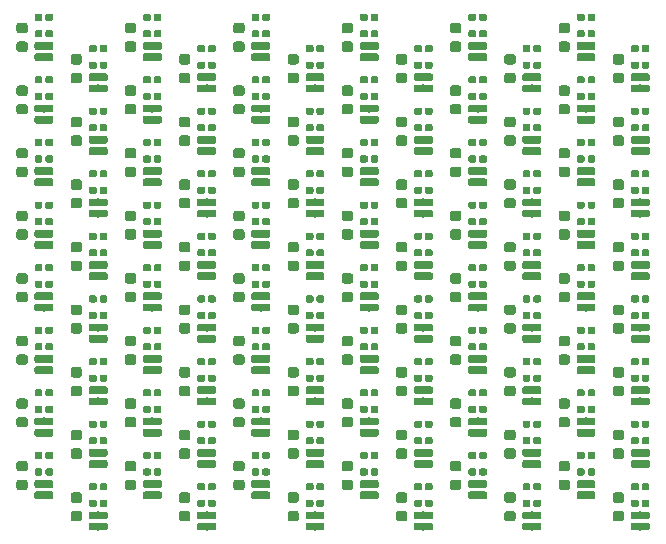
<source format=gbr>
G04 #@! TF.GenerationSoftware,KiCad,Pcbnew,(5.0.1)-3*
G04 #@! TF.CreationDate,2019-05-17T14:34:37+10:00*
G04 #@! TF.ProjectId,UVTV,555654562E6B696361645F7063620000,1*
G04 #@! TF.SameCoordinates,PX30291a0PY5aa5910*
G04 #@! TF.FileFunction,Paste,Top*
G04 #@! TF.FilePolarity,Positive*
%FSLAX46Y46*%
G04 Gerber Fmt 4.6, Leading zero omitted, Abs format (unit mm)*
G04 Created by KiCad (PCBNEW (5.0.1)-3) date 2019-05-17 2:34:37 PM*
%MOMM*%
%LPD*%
G01*
G04 APERTURE LIST*
%ADD10C,0.100000*%
%ADD11C,0.600000*%
%ADD12C,0.875000*%
%ADD13C,0.650000*%
G04 APERTURE END LIST*
D10*
G04 #@! TO.C,RGB1B4*
G36*
X21099441Y37699279D02*
X21114002Y37697119D01*
X21128281Y37693542D01*
X21142141Y37688583D01*
X21155448Y37682289D01*
X21168074Y37674721D01*
X21179897Y37665953D01*
X21190804Y37656067D01*
X21200690Y37645160D01*
X21209458Y37633337D01*
X21217026Y37620711D01*
X21223320Y37607404D01*
X21228279Y37593544D01*
X21231856Y37579265D01*
X21234016Y37564704D01*
X21234738Y37550001D01*
X21234738Y37250001D01*
X21234016Y37235298D01*
X21231856Y37220737D01*
X21228279Y37206458D01*
X21223320Y37192598D01*
X21217026Y37179291D01*
X21209458Y37166665D01*
X21200690Y37154842D01*
X21190804Y37143935D01*
X21179897Y37134049D01*
X21168074Y37125281D01*
X21155448Y37117713D01*
X21142141Y37111419D01*
X21128281Y37106460D01*
X21114002Y37102883D01*
X21099441Y37100723D01*
X21084738Y37100001D01*
X20734738Y37100001D01*
X20720035Y37100723D01*
X20705474Y37102883D01*
X20691195Y37106460D01*
X20677335Y37111419D01*
X20664028Y37117713D01*
X20651402Y37125281D01*
X20639579Y37134049D01*
X20628672Y37143935D01*
X20618786Y37154842D01*
X20610018Y37166665D01*
X20602450Y37179291D01*
X20596156Y37192598D01*
X20591197Y37206458D01*
X20587620Y37220737D01*
X20585460Y37235298D01*
X20584738Y37250001D01*
X20584738Y37550001D01*
X20585460Y37564704D01*
X20587620Y37579265D01*
X20591197Y37593544D01*
X20596156Y37607404D01*
X20602450Y37620711D01*
X20610018Y37633337D01*
X20618786Y37645160D01*
X20628672Y37656067D01*
X20639579Y37665953D01*
X20651402Y37674721D01*
X20664028Y37682289D01*
X20677335Y37688583D01*
X20691195Y37693542D01*
X20705474Y37697119D01*
X20720035Y37699279D01*
X20734738Y37700001D01*
X21084738Y37700001D01*
X21099441Y37699279D01*
X21099441Y37699279D01*
G37*
D11*
X20909738Y37400001D03*
D10*
G36*
X21999441Y37699279D02*
X22014002Y37697119D01*
X22028281Y37693542D01*
X22042141Y37688583D01*
X22055448Y37682289D01*
X22068074Y37674721D01*
X22079897Y37665953D01*
X22090804Y37656067D01*
X22100690Y37645160D01*
X22109458Y37633337D01*
X22117026Y37620711D01*
X22123320Y37607404D01*
X22128279Y37593544D01*
X22131856Y37579265D01*
X22134016Y37564704D01*
X22134738Y37550001D01*
X22134738Y37250001D01*
X22134016Y37235298D01*
X22131856Y37220737D01*
X22128279Y37206458D01*
X22123320Y37192598D01*
X22117026Y37179291D01*
X22109458Y37166665D01*
X22100690Y37154842D01*
X22090804Y37143935D01*
X22079897Y37134049D01*
X22068074Y37125281D01*
X22055448Y37117713D01*
X22042141Y37111419D01*
X22028281Y37106460D01*
X22014002Y37102883D01*
X21999441Y37100723D01*
X21984738Y37100001D01*
X21634738Y37100001D01*
X21620035Y37100723D01*
X21605474Y37102883D01*
X21591195Y37106460D01*
X21577335Y37111419D01*
X21564028Y37117713D01*
X21551402Y37125281D01*
X21539579Y37134049D01*
X21528672Y37143935D01*
X21518786Y37154842D01*
X21510018Y37166665D01*
X21502450Y37179291D01*
X21496156Y37192598D01*
X21491197Y37206458D01*
X21487620Y37220737D01*
X21485460Y37235298D01*
X21484738Y37250001D01*
X21484738Y37550001D01*
X21485460Y37564704D01*
X21487620Y37579265D01*
X21491197Y37593544D01*
X21496156Y37607404D01*
X21502450Y37620711D01*
X21510018Y37633337D01*
X21518786Y37645160D01*
X21528672Y37656067D01*
X21539579Y37665953D01*
X21551402Y37674721D01*
X21564028Y37682289D01*
X21577335Y37688583D01*
X21591195Y37693542D01*
X21605474Y37697119D01*
X21620035Y37699279D01*
X21634738Y37700001D01*
X21984738Y37700001D01*
X21999441Y37699279D01*
X21999441Y37699279D01*
G37*
D11*
X21809738Y37400001D03*
D10*
G36*
X21099441Y39099279D02*
X21114002Y39097119D01*
X21128281Y39093542D01*
X21142141Y39088583D01*
X21155448Y39082289D01*
X21168074Y39074721D01*
X21179897Y39065953D01*
X21190804Y39056067D01*
X21200690Y39045160D01*
X21209458Y39033337D01*
X21217026Y39020711D01*
X21223320Y39007404D01*
X21228279Y38993544D01*
X21231856Y38979265D01*
X21234016Y38964704D01*
X21234738Y38950001D01*
X21234738Y38650001D01*
X21234016Y38635298D01*
X21231856Y38620737D01*
X21228279Y38606458D01*
X21223320Y38592598D01*
X21217026Y38579291D01*
X21209458Y38566665D01*
X21200690Y38554842D01*
X21190804Y38543935D01*
X21179897Y38534049D01*
X21168074Y38525281D01*
X21155448Y38517713D01*
X21142141Y38511419D01*
X21128281Y38506460D01*
X21114002Y38502883D01*
X21099441Y38500723D01*
X21084738Y38500001D01*
X20734738Y38500001D01*
X20720035Y38500723D01*
X20705474Y38502883D01*
X20691195Y38506460D01*
X20677335Y38511419D01*
X20664028Y38517713D01*
X20651402Y38525281D01*
X20639579Y38534049D01*
X20628672Y38543935D01*
X20618786Y38554842D01*
X20610018Y38566665D01*
X20602450Y38579291D01*
X20596156Y38592598D01*
X20591197Y38606458D01*
X20587620Y38620737D01*
X20585460Y38635298D01*
X20584738Y38650001D01*
X20584738Y38950001D01*
X20585460Y38964704D01*
X20587620Y38979265D01*
X20591197Y38993544D01*
X20596156Y39007404D01*
X20602450Y39020711D01*
X20610018Y39033337D01*
X20618786Y39045160D01*
X20628672Y39056067D01*
X20639579Y39065953D01*
X20651402Y39074721D01*
X20664028Y39082289D01*
X20677335Y39088583D01*
X20691195Y39093542D01*
X20705474Y39097119D01*
X20720035Y39099279D01*
X20734738Y39100001D01*
X21084738Y39100001D01*
X21099441Y39099279D01*
X21099441Y39099279D01*
G37*
D11*
X20909738Y38800001D03*
D10*
G36*
X21999441Y39099279D02*
X22014002Y39097119D01*
X22028281Y39093542D01*
X22042141Y39088583D01*
X22055448Y39082289D01*
X22068074Y39074721D01*
X22079897Y39065953D01*
X22090804Y39056067D01*
X22100690Y39045160D01*
X22109458Y39033337D01*
X22117026Y39020711D01*
X22123320Y39007404D01*
X22128279Y38993544D01*
X22131856Y38979265D01*
X22134016Y38964704D01*
X22134738Y38950001D01*
X22134738Y38650001D01*
X22134016Y38635298D01*
X22131856Y38620737D01*
X22128279Y38606458D01*
X22123320Y38592598D01*
X22117026Y38579291D01*
X22109458Y38566665D01*
X22100690Y38554842D01*
X22090804Y38543935D01*
X22079897Y38534049D01*
X22068074Y38525281D01*
X22055448Y38517713D01*
X22042141Y38511419D01*
X22028281Y38506460D01*
X22014002Y38502883D01*
X21999441Y38500723D01*
X21984738Y38500001D01*
X21634738Y38500001D01*
X21620035Y38500723D01*
X21605474Y38502883D01*
X21591195Y38506460D01*
X21577335Y38511419D01*
X21564028Y38517713D01*
X21551402Y38525281D01*
X21539579Y38534049D01*
X21528672Y38543935D01*
X21518786Y38554842D01*
X21510018Y38566665D01*
X21502450Y38579291D01*
X21496156Y38592598D01*
X21491197Y38606458D01*
X21487620Y38620737D01*
X21485460Y38635298D01*
X21484738Y38650001D01*
X21484738Y38950001D01*
X21485460Y38964704D01*
X21487620Y38979265D01*
X21491197Y38993544D01*
X21496156Y39007404D01*
X21502450Y39020711D01*
X21510018Y39033337D01*
X21518786Y39045160D01*
X21528672Y39056067D01*
X21539579Y39065953D01*
X21551402Y39074721D01*
X21564028Y39082289D01*
X21577335Y39088583D01*
X21591195Y39093542D01*
X21605474Y39097119D01*
X21620035Y39099279D01*
X21634738Y39100001D01*
X21984738Y39100001D01*
X21999441Y39099279D01*
X21999441Y39099279D01*
G37*
D11*
X21809738Y38800001D03*
G04 #@! TD*
D10*
G04 #@! TO.C,V1B4*
G36*
X6017625Y28798947D02*
X6038860Y28795797D01*
X6059684Y28790581D01*
X6079896Y28783349D01*
X6099302Y28774170D01*
X6117715Y28763134D01*
X6134958Y28750346D01*
X6150864Y28735930D01*
X6165280Y28720024D01*
X6178068Y28702781D01*
X6189104Y28684368D01*
X6198283Y28664962D01*
X6205515Y28644750D01*
X6210731Y28623926D01*
X6213881Y28602691D01*
X6214934Y28581250D01*
X6214934Y28143750D01*
X6213881Y28122309D01*
X6210731Y28101074D01*
X6205515Y28080250D01*
X6198283Y28060038D01*
X6189104Y28040632D01*
X6178068Y28022219D01*
X6165280Y28004976D01*
X6150864Y27989070D01*
X6134958Y27974654D01*
X6117715Y27961866D01*
X6099302Y27950830D01*
X6079896Y27941651D01*
X6059684Y27934419D01*
X6038860Y27929203D01*
X6017625Y27926053D01*
X5996184Y27925000D01*
X5483684Y27925000D01*
X5462243Y27926053D01*
X5441008Y27929203D01*
X5420184Y27934419D01*
X5399972Y27941651D01*
X5380566Y27950830D01*
X5362153Y27961866D01*
X5344910Y27974654D01*
X5329004Y27989070D01*
X5314588Y28004976D01*
X5301800Y28022219D01*
X5290764Y28040632D01*
X5281585Y28060038D01*
X5274353Y28080250D01*
X5269137Y28101074D01*
X5265987Y28122309D01*
X5264934Y28143750D01*
X5264934Y28581250D01*
X5265987Y28602691D01*
X5269137Y28623926D01*
X5274353Y28644750D01*
X5281585Y28664962D01*
X5290764Y28684368D01*
X5301800Y28702781D01*
X5314588Y28720024D01*
X5329004Y28735930D01*
X5344910Y28750346D01*
X5362153Y28763134D01*
X5380566Y28774170D01*
X5399972Y28783349D01*
X5420184Y28790581D01*
X5441008Y28795797D01*
X5462243Y28798947D01*
X5483684Y28800000D01*
X5996184Y28800000D01*
X6017625Y28798947D01*
X6017625Y28798947D01*
G37*
D12*
X5739934Y28362500D03*
D10*
G36*
X6017625Y30373947D02*
X6038860Y30370797D01*
X6059684Y30365581D01*
X6079896Y30358349D01*
X6099302Y30349170D01*
X6117715Y30338134D01*
X6134958Y30325346D01*
X6150864Y30310930D01*
X6165280Y30295024D01*
X6178068Y30277781D01*
X6189104Y30259368D01*
X6198283Y30239962D01*
X6205515Y30219750D01*
X6210731Y30198926D01*
X6213881Y30177691D01*
X6214934Y30156250D01*
X6214934Y29718750D01*
X6213881Y29697309D01*
X6210731Y29676074D01*
X6205515Y29655250D01*
X6198283Y29635038D01*
X6189104Y29615632D01*
X6178068Y29597219D01*
X6165280Y29579976D01*
X6150864Y29564070D01*
X6134958Y29549654D01*
X6117715Y29536866D01*
X6099302Y29525830D01*
X6079896Y29516651D01*
X6059684Y29509419D01*
X6038860Y29504203D01*
X6017625Y29501053D01*
X5996184Y29500000D01*
X5483684Y29500000D01*
X5462243Y29501053D01*
X5441008Y29504203D01*
X5420184Y29509419D01*
X5399972Y29516651D01*
X5380566Y29525830D01*
X5362153Y29536866D01*
X5344910Y29549654D01*
X5329004Y29564070D01*
X5314588Y29579976D01*
X5301800Y29597219D01*
X5290764Y29615632D01*
X5281585Y29635038D01*
X5274353Y29655250D01*
X5269137Y29676074D01*
X5265987Y29697309D01*
X5264934Y29718750D01*
X5264934Y30156250D01*
X5265987Y30177691D01*
X5269137Y30198926D01*
X5274353Y30219750D01*
X5281585Y30239962D01*
X5290764Y30259368D01*
X5301800Y30277781D01*
X5314588Y30295024D01*
X5329004Y30310930D01*
X5344910Y30325346D01*
X5362153Y30338134D01*
X5380566Y30349170D01*
X5399972Y30358349D01*
X5420184Y30365581D01*
X5441008Y30370797D01*
X5462243Y30373947D01*
X5483684Y30375000D01*
X5996184Y30375000D01*
X6017625Y30373947D01*
X6017625Y30373947D01*
G37*
D12*
X5739934Y29937500D03*
G04 #@! TD*
D10*
G04 #@! TO.C,V1A0*
G36*
X1427691Y42048947D02*
X1448926Y42045797D01*
X1469750Y42040581D01*
X1489962Y42033349D01*
X1509368Y42024170D01*
X1527781Y42013134D01*
X1545024Y42000346D01*
X1560930Y41985930D01*
X1575346Y41970024D01*
X1588134Y41952781D01*
X1599170Y41934368D01*
X1608349Y41914962D01*
X1615581Y41894750D01*
X1620797Y41873926D01*
X1623947Y41852691D01*
X1625000Y41831250D01*
X1625000Y41393750D01*
X1623947Y41372309D01*
X1620797Y41351074D01*
X1615581Y41330250D01*
X1608349Y41310038D01*
X1599170Y41290632D01*
X1588134Y41272219D01*
X1575346Y41254976D01*
X1560930Y41239070D01*
X1545024Y41224654D01*
X1527781Y41211866D01*
X1509368Y41200830D01*
X1489962Y41191651D01*
X1469750Y41184419D01*
X1448926Y41179203D01*
X1427691Y41176053D01*
X1406250Y41175000D01*
X893750Y41175000D01*
X872309Y41176053D01*
X851074Y41179203D01*
X830250Y41184419D01*
X810038Y41191651D01*
X790632Y41200830D01*
X772219Y41211866D01*
X754976Y41224654D01*
X739070Y41239070D01*
X724654Y41254976D01*
X711866Y41272219D01*
X700830Y41290632D01*
X691651Y41310038D01*
X684419Y41330250D01*
X679203Y41351074D01*
X676053Y41372309D01*
X675000Y41393750D01*
X675000Y41831250D01*
X676053Y41852691D01*
X679203Y41873926D01*
X684419Y41894750D01*
X691651Y41914962D01*
X700830Y41934368D01*
X711866Y41952781D01*
X724654Y41970024D01*
X739070Y41985930D01*
X754976Y42000346D01*
X772219Y42013134D01*
X790632Y42024170D01*
X810038Y42033349D01*
X830250Y42040581D01*
X851074Y42045797D01*
X872309Y42048947D01*
X893750Y42050000D01*
X1406250Y42050000D01*
X1427691Y42048947D01*
X1427691Y42048947D01*
G37*
D12*
X1150000Y41612500D03*
D10*
G36*
X1427691Y43623947D02*
X1448926Y43620797D01*
X1469750Y43615581D01*
X1489962Y43608349D01*
X1509368Y43599170D01*
X1527781Y43588134D01*
X1545024Y43575346D01*
X1560930Y43560930D01*
X1575346Y43545024D01*
X1588134Y43527781D01*
X1599170Y43509368D01*
X1608349Y43489962D01*
X1615581Y43469750D01*
X1620797Y43448926D01*
X1623947Y43427691D01*
X1625000Y43406250D01*
X1625000Y42968750D01*
X1623947Y42947309D01*
X1620797Y42926074D01*
X1615581Y42905250D01*
X1608349Y42885038D01*
X1599170Y42865632D01*
X1588134Y42847219D01*
X1575346Y42829976D01*
X1560930Y42814070D01*
X1545024Y42799654D01*
X1527781Y42786866D01*
X1509368Y42775830D01*
X1489962Y42766651D01*
X1469750Y42759419D01*
X1448926Y42754203D01*
X1427691Y42751053D01*
X1406250Y42750000D01*
X893750Y42750000D01*
X872309Y42751053D01*
X851074Y42754203D01*
X830250Y42759419D01*
X810038Y42766651D01*
X790632Y42775830D01*
X772219Y42786866D01*
X754976Y42799654D01*
X739070Y42814070D01*
X724654Y42829976D01*
X711866Y42847219D01*
X700830Y42865632D01*
X691651Y42885038D01*
X684419Y42905250D01*
X679203Y42926074D01*
X676053Y42947309D01*
X675000Y42968750D01*
X675000Y43406250D01*
X676053Y43427691D01*
X679203Y43448926D01*
X684419Y43469750D01*
X691651Y43489962D01*
X700830Y43509368D01*
X711866Y43527781D01*
X724654Y43545024D01*
X739070Y43560930D01*
X754976Y43575346D01*
X772219Y43588134D01*
X790632Y43599170D01*
X810038Y43608349D01*
X830250Y43615581D01*
X851074Y43620797D01*
X872309Y43623947D01*
X893750Y43625000D01*
X1406250Y43625000D01*
X1427691Y43623947D01*
X1427691Y43623947D01*
G37*
D12*
X1150000Y43187500D03*
G04 #@! TD*
D10*
G04 #@! TO.C,RGB1A0*
G36*
X2739703Y42999278D02*
X2754264Y42997118D01*
X2768543Y42993541D01*
X2782403Y42988582D01*
X2795710Y42982288D01*
X2808336Y42974720D01*
X2820159Y42965952D01*
X2831066Y42956066D01*
X2840952Y42945159D01*
X2849720Y42933336D01*
X2857288Y42920710D01*
X2863582Y42907403D01*
X2868541Y42893543D01*
X2872118Y42879264D01*
X2874278Y42864703D01*
X2875000Y42850000D01*
X2875000Y42550000D01*
X2874278Y42535297D01*
X2872118Y42520736D01*
X2868541Y42506457D01*
X2863582Y42492597D01*
X2857288Y42479290D01*
X2849720Y42466664D01*
X2840952Y42454841D01*
X2831066Y42443934D01*
X2820159Y42434048D01*
X2808336Y42425280D01*
X2795710Y42417712D01*
X2782403Y42411418D01*
X2768543Y42406459D01*
X2754264Y42402882D01*
X2739703Y42400722D01*
X2725000Y42400000D01*
X2375000Y42400000D01*
X2360297Y42400722D01*
X2345736Y42402882D01*
X2331457Y42406459D01*
X2317597Y42411418D01*
X2304290Y42417712D01*
X2291664Y42425280D01*
X2279841Y42434048D01*
X2268934Y42443934D01*
X2259048Y42454841D01*
X2250280Y42466664D01*
X2242712Y42479290D01*
X2236418Y42492597D01*
X2231459Y42506457D01*
X2227882Y42520736D01*
X2225722Y42535297D01*
X2225000Y42550000D01*
X2225000Y42850000D01*
X2225722Y42864703D01*
X2227882Y42879264D01*
X2231459Y42893543D01*
X2236418Y42907403D01*
X2242712Y42920710D01*
X2250280Y42933336D01*
X2259048Y42945159D01*
X2268934Y42956066D01*
X2279841Y42965952D01*
X2291664Y42974720D01*
X2304290Y42982288D01*
X2317597Y42988582D01*
X2331457Y42993541D01*
X2345736Y42997118D01*
X2360297Y42999278D01*
X2375000Y43000000D01*
X2725000Y43000000D01*
X2739703Y42999278D01*
X2739703Y42999278D01*
G37*
D11*
X2550000Y42700000D03*
D10*
G36*
X3639703Y42999278D02*
X3654264Y42997118D01*
X3668543Y42993541D01*
X3682403Y42988582D01*
X3695710Y42982288D01*
X3708336Y42974720D01*
X3720159Y42965952D01*
X3731066Y42956066D01*
X3740952Y42945159D01*
X3749720Y42933336D01*
X3757288Y42920710D01*
X3763582Y42907403D01*
X3768541Y42893543D01*
X3772118Y42879264D01*
X3774278Y42864703D01*
X3775000Y42850000D01*
X3775000Y42550000D01*
X3774278Y42535297D01*
X3772118Y42520736D01*
X3768541Y42506457D01*
X3763582Y42492597D01*
X3757288Y42479290D01*
X3749720Y42466664D01*
X3740952Y42454841D01*
X3731066Y42443934D01*
X3720159Y42434048D01*
X3708336Y42425280D01*
X3695710Y42417712D01*
X3682403Y42411418D01*
X3668543Y42406459D01*
X3654264Y42402882D01*
X3639703Y42400722D01*
X3625000Y42400000D01*
X3275000Y42400000D01*
X3260297Y42400722D01*
X3245736Y42402882D01*
X3231457Y42406459D01*
X3217597Y42411418D01*
X3204290Y42417712D01*
X3191664Y42425280D01*
X3179841Y42434048D01*
X3168934Y42443934D01*
X3159048Y42454841D01*
X3150280Y42466664D01*
X3142712Y42479290D01*
X3136418Y42492597D01*
X3131459Y42506457D01*
X3127882Y42520736D01*
X3125722Y42535297D01*
X3125000Y42550000D01*
X3125000Y42850000D01*
X3125722Y42864703D01*
X3127882Y42879264D01*
X3131459Y42893543D01*
X3136418Y42907403D01*
X3142712Y42920710D01*
X3150280Y42933336D01*
X3159048Y42945159D01*
X3168934Y42956066D01*
X3179841Y42965952D01*
X3191664Y42974720D01*
X3204290Y42982288D01*
X3217597Y42988582D01*
X3231457Y42993541D01*
X3245736Y42997118D01*
X3260297Y42999278D01*
X3275000Y43000000D01*
X3625000Y43000000D01*
X3639703Y42999278D01*
X3639703Y42999278D01*
G37*
D11*
X3450000Y42700000D03*
D10*
G36*
X2739703Y44399278D02*
X2754264Y44397118D01*
X2768543Y44393541D01*
X2782403Y44388582D01*
X2795710Y44382288D01*
X2808336Y44374720D01*
X2820159Y44365952D01*
X2831066Y44356066D01*
X2840952Y44345159D01*
X2849720Y44333336D01*
X2857288Y44320710D01*
X2863582Y44307403D01*
X2868541Y44293543D01*
X2872118Y44279264D01*
X2874278Y44264703D01*
X2875000Y44250000D01*
X2875000Y43950000D01*
X2874278Y43935297D01*
X2872118Y43920736D01*
X2868541Y43906457D01*
X2863582Y43892597D01*
X2857288Y43879290D01*
X2849720Y43866664D01*
X2840952Y43854841D01*
X2831066Y43843934D01*
X2820159Y43834048D01*
X2808336Y43825280D01*
X2795710Y43817712D01*
X2782403Y43811418D01*
X2768543Y43806459D01*
X2754264Y43802882D01*
X2739703Y43800722D01*
X2725000Y43800000D01*
X2375000Y43800000D01*
X2360297Y43800722D01*
X2345736Y43802882D01*
X2331457Y43806459D01*
X2317597Y43811418D01*
X2304290Y43817712D01*
X2291664Y43825280D01*
X2279841Y43834048D01*
X2268934Y43843934D01*
X2259048Y43854841D01*
X2250280Y43866664D01*
X2242712Y43879290D01*
X2236418Y43892597D01*
X2231459Y43906457D01*
X2227882Y43920736D01*
X2225722Y43935297D01*
X2225000Y43950000D01*
X2225000Y44250000D01*
X2225722Y44264703D01*
X2227882Y44279264D01*
X2231459Y44293543D01*
X2236418Y44307403D01*
X2242712Y44320710D01*
X2250280Y44333336D01*
X2259048Y44345159D01*
X2268934Y44356066D01*
X2279841Y44365952D01*
X2291664Y44374720D01*
X2304290Y44382288D01*
X2317597Y44388582D01*
X2331457Y44393541D01*
X2345736Y44397118D01*
X2360297Y44399278D01*
X2375000Y44400000D01*
X2725000Y44400000D01*
X2739703Y44399278D01*
X2739703Y44399278D01*
G37*
D11*
X2550000Y44100000D03*
D10*
G36*
X3639703Y44399278D02*
X3654264Y44397118D01*
X3668543Y44393541D01*
X3682403Y44388582D01*
X3695710Y44382288D01*
X3708336Y44374720D01*
X3720159Y44365952D01*
X3731066Y44356066D01*
X3740952Y44345159D01*
X3749720Y44333336D01*
X3757288Y44320710D01*
X3763582Y44307403D01*
X3768541Y44293543D01*
X3772118Y44279264D01*
X3774278Y44264703D01*
X3775000Y44250000D01*
X3775000Y43950000D01*
X3774278Y43935297D01*
X3772118Y43920736D01*
X3768541Y43906457D01*
X3763582Y43892597D01*
X3757288Y43879290D01*
X3749720Y43866664D01*
X3740952Y43854841D01*
X3731066Y43843934D01*
X3720159Y43834048D01*
X3708336Y43825280D01*
X3695710Y43817712D01*
X3682403Y43811418D01*
X3668543Y43806459D01*
X3654264Y43802882D01*
X3639703Y43800722D01*
X3625000Y43800000D01*
X3275000Y43800000D01*
X3260297Y43800722D01*
X3245736Y43802882D01*
X3231457Y43806459D01*
X3217597Y43811418D01*
X3204290Y43817712D01*
X3191664Y43825280D01*
X3179841Y43834048D01*
X3168934Y43843934D01*
X3159048Y43854841D01*
X3150280Y43866664D01*
X3142712Y43879290D01*
X3136418Y43892597D01*
X3131459Y43906457D01*
X3127882Y43920736D01*
X3125722Y43935297D01*
X3125000Y43950000D01*
X3125000Y44250000D01*
X3125722Y44264703D01*
X3127882Y44279264D01*
X3131459Y44293543D01*
X3136418Y44307403D01*
X3142712Y44320710D01*
X3150280Y44333336D01*
X3159048Y44345159D01*
X3168934Y44356066D01*
X3179841Y44365952D01*
X3191664Y44374720D01*
X3204290Y44382288D01*
X3217597Y44388582D01*
X3231457Y44393541D01*
X3245736Y44397118D01*
X3260297Y44399278D01*
X3275000Y44400000D01*
X3625000Y44400000D01*
X3639703Y44399278D01*
X3639703Y44399278D01*
G37*
D11*
X3450000Y44100000D03*
G04 #@! TD*
D10*
G04 #@! TO.C,RGB1A1*
G36*
X7329637Y40349278D02*
X7344198Y40347118D01*
X7358477Y40343541D01*
X7372337Y40338582D01*
X7385644Y40332288D01*
X7398270Y40324720D01*
X7410093Y40315952D01*
X7421000Y40306066D01*
X7430886Y40295159D01*
X7439654Y40283336D01*
X7447222Y40270710D01*
X7453516Y40257403D01*
X7458475Y40243543D01*
X7462052Y40229264D01*
X7464212Y40214703D01*
X7464934Y40200000D01*
X7464934Y39900000D01*
X7464212Y39885297D01*
X7462052Y39870736D01*
X7458475Y39856457D01*
X7453516Y39842597D01*
X7447222Y39829290D01*
X7439654Y39816664D01*
X7430886Y39804841D01*
X7421000Y39793934D01*
X7410093Y39784048D01*
X7398270Y39775280D01*
X7385644Y39767712D01*
X7372337Y39761418D01*
X7358477Y39756459D01*
X7344198Y39752882D01*
X7329637Y39750722D01*
X7314934Y39750000D01*
X6964934Y39750000D01*
X6950231Y39750722D01*
X6935670Y39752882D01*
X6921391Y39756459D01*
X6907531Y39761418D01*
X6894224Y39767712D01*
X6881598Y39775280D01*
X6869775Y39784048D01*
X6858868Y39793934D01*
X6848982Y39804841D01*
X6840214Y39816664D01*
X6832646Y39829290D01*
X6826352Y39842597D01*
X6821393Y39856457D01*
X6817816Y39870736D01*
X6815656Y39885297D01*
X6814934Y39900000D01*
X6814934Y40200000D01*
X6815656Y40214703D01*
X6817816Y40229264D01*
X6821393Y40243543D01*
X6826352Y40257403D01*
X6832646Y40270710D01*
X6840214Y40283336D01*
X6848982Y40295159D01*
X6858868Y40306066D01*
X6869775Y40315952D01*
X6881598Y40324720D01*
X6894224Y40332288D01*
X6907531Y40338582D01*
X6921391Y40343541D01*
X6935670Y40347118D01*
X6950231Y40349278D01*
X6964934Y40350000D01*
X7314934Y40350000D01*
X7329637Y40349278D01*
X7329637Y40349278D01*
G37*
D11*
X7139934Y40050000D03*
D10*
G36*
X8229637Y40349278D02*
X8244198Y40347118D01*
X8258477Y40343541D01*
X8272337Y40338582D01*
X8285644Y40332288D01*
X8298270Y40324720D01*
X8310093Y40315952D01*
X8321000Y40306066D01*
X8330886Y40295159D01*
X8339654Y40283336D01*
X8347222Y40270710D01*
X8353516Y40257403D01*
X8358475Y40243543D01*
X8362052Y40229264D01*
X8364212Y40214703D01*
X8364934Y40200000D01*
X8364934Y39900000D01*
X8364212Y39885297D01*
X8362052Y39870736D01*
X8358475Y39856457D01*
X8353516Y39842597D01*
X8347222Y39829290D01*
X8339654Y39816664D01*
X8330886Y39804841D01*
X8321000Y39793934D01*
X8310093Y39784048D01*
X8298270Y39775280D01*
X8285644Y39767712D01*
X8272337Y39761418D01*
X8258477Y39756459D01*
X8244198Y39752882D01*
X8229637Y39750722D01*
X8214934Y39750000D01*
X7864934Y39750000D01*
X7850231Y39750722D01*
X7835670Y39752882D01*
X7821391Y39756459D01*
X7807531Y39761418D01*
X7794224Y39767712D01*
X7781598Y39775280D01*
X7769775Y39784048D01*
X7758868Y39793934D01*
X7748982Y39804841D01*
X7740214Y39816664D01*
X7732646Y39829290D01*
X7726352Y39842597D01*
X7721393Y39856457D01*
X7717816Y39870736D01*
X7715656Y39885297D01*
X7714934Y39900000D01*
X7714934Y40200000D01*
X7715656Y40214703D01*
X7717816Y40229264D01*
X7721393Y40243543D01*
X7726352Y40257403D01*
X7732646Y40270710D01*
X7740214Y40283336D01*
X7748982Y40295159D01*
X7758868Y40306066D01*
X7769775Y40315952D01*
X7781598Y40324720D01*
X7794224Y40332288D01*
X7807531Y40338582D01*
X7821391Y40343541D01*
X7835670Y40347118D01*
X7850231Y40349278D01*
X7864934Y40350000D01*
X8214934Y40350000D01*
X8229637Y40349278D01*
X8229637Y40349278D01*
G37*
D11*
X8039934Y40050000D03*
D10*
G36*
X7329637Y41749278D02*
X7344198Y41747118D01*
X7358477Y41743541D01*
X7372337Y41738582D01*
X7385644Y41732288D01*
X7398270Y41724720D01*
X7410093Y41715952D01*
X7421000Y41706066D01*
X7430886Y41695159D01*
X7439654Y41683336D01*
X7447222Y41670710D01*
X7453516Y41657403D01*
X7458475Y41643543D01*
X7462052Y41629264D01*
X7464212Y41614703D01*
X7464934Y41600000D01*
X7464934Y41300000D01*
X7464212Y41285297D01*
X7462052Y41270736D01*
X7458475Y41256457D01*
X7453516Y41242597D01*
X7447222Y41229290D01*
X7439654Y41216664D01*
X7430886Y41204841D01*
X7421000Y41193934D01*
X7410093Y41184048D01*
X7398270Y41175280D01*
X7385644Y41167712D01*
X7372337Y41161418D01*
X7358477Y41156459D01*
X7344198Y41152882D01*
X7329637Y41150722D01*
X7314934Y41150000D01*
X6964934Y41150000D01*
X6950231Y41150722D01*
X6935670Y41152882D01*
X6921391Y41156459D01*
X6907531Y41161418D01*
X6894224Y41167712D01*
X6881598Y41175280D01*
X6869775Y41184048D01*
X6858868Y41193934D01*
X6848982Y41204841D01*
X6840214Y41216664D01*
X6832646Y41229290D01*
X6826352Y41242597D01*
X6821393Y41256457D01*
X6817816Y41270736D01*
X6815656Y41285297D01*
X6814934Y41300000D01*
X6814934Y41600000D01*
X6815656Y41614703D01*
X6817816Y41629264D01*
X6821393Y41643543D01*
X6826352Y41657403D01*
X6832646Y41670710D01*
X6840214Y41683336D01*
X6848982Y41695159D01*
X6858868Y41706066D01*
X6869775Y41715952D01*
X6881598Y41724720D01*
X6894224Y41732288D01*
X6907531Y41738582D01*
X6921391Y41743541D01*
X6935670Y41747118D01*
X6950231Y41749278D01*
X6964934Y41750000D01*
X7314934Y41750000D01*
X7329637Y41749278D01*
X7329637Y41749278D01*
G37*
D11*
X7139934Y41450000D03*
D10*
G36*
X8229637Y41749278D02*
X8244198Y41747118D01*
X8258477Y41743541D01*
X8272337Y41738582D01*
X8285644Y41732288D01*
X8298270Y41724720D01*
X8310093Y41715952D01*
X8321000Y41706066D01*
X8330886Y41695159D01*
X8339654Y41683336D01*
X8347222Y41670710D01*
X8353516Y41657403D01*
X8358475Y41643543D01*
X8362052Y41629264D01*
X8364212Y41614703D01*
X8364934Y41600000D01*
X8364934Y41300000D01*
X8364212Y41285297D01*
X8362052Y41270736D01*
X8358475Y41256457D01*
X8353516Y41242597D01*
X8347222Y41229290D01*
X8339654Y41216664D01*
X8330886Y41204841D01*
X8321000Y41193934D01*
X8310093Y41184048D01*
X8298270Y41175280D01*
X8285644Y41167712D01*
X8272337Y41161418D01*
X8258477Y41156459D01*
X8244198Y41152882D01*
X8229637Y41150722D01*
X8214934Y41150000D01*
X7864934Y41150000D01*
X7850231Y41150722D01*
X7835670Y41152882D01*
X7821391Y41156459D01*
X7807531Y41161418D01*
X7794224Y41167712D01*
X7781598Y41175280D01*
X7769775Y41184048D01*
X7758868Y41193934D01*
X7748982Y41204841D01*
X7740214Y41216664D01*
X7732646Y41229290D01*
X7726352Y41242597D01*
X7721393Y41256457D01*
X7717816Y41270736D01*
X7715656Y41285297D01*
X7714934Y41300000D01*
X7714934Y41600000D01*
X7715656Y41614703D01*
X7717816Y41629264D01*
X7721393Y41643543D01*
X7726352Y41657403D01*
X7732646Y41670710D01*
X7740214Y41683336D01*
X7748982Y41695159D01*
X7758868Y41706066D01*
X7769775Y41715952D01*
X7781598Y41724720D01*
X7794224Y41732288D01*
X7807531Y41738582D01*
X7821391Y41743541D01*
X7835670Y41747118D01*
X7850231Y41749278D01*
X7864934Y41750000D01*
X8214934Y41750000D01*
X8229637Y41749278D01*
X8229637Y41749278D01*
G37*
D11*
X8039934Y41450000D03*
G04 #@! TD*
D10*
G04 #@! TO.C,RGB1A2*
G36*
X11919572Y42999278D02*
X11934133Y42997118D01*
X11948412Y42993541D01*
X11962272Y42988582D01*
X11975579Y42982288D01*
X11988205Y42974720D01*
X12000028Y42965952D01*
X12010935Y42956066D01*
X12020821Y42945159D01*
X12029589Y42933336D01*
X12037157Y42920710D01*
X12043451Y42907403D01*
X12048410Y42893543D01*
X12051987Y42879264D01*
X12054147Y42864703D01*
X12054869Y42850000D01*
X12054869Y42550000D01*
X12054147Y42535297D01*
X12051987Y42520736D01*
X12048410Y42506457D01*
X12043451Y42492597D01*
X12037157Y42479290D01*
X12029589Y42466664D01*
X12020821Y42454841D01*
X12010935Y42443934D01*
X12000028Y42434048D01*
X11988205Y42425280D01*
X11975579Y42417712D01*
X11962272Y42411418D01*
X11948412Y42406459D01*
X11934133Y42402882D01*
X11919572Y42400722D01*
X11904869Y42400000D01*
X11554869Y42400000D01*
X11540166Y42400722D01*
X11525605Y42402882D01*
X11511326Y42406459D01*
X11497466Y42411418D01*
X11484159Y42417712D01*
X11471533Y42425280D01*
X11459710Y42434048D01*
X11448803Y42443934D01*
X11438917Y42454841D01*
X11430149Y42466664D01*
X11422581Y42479290D01*
X11416287Y42492597D01*
X11411328Y42506457D01*
X11407751Y42520736D01*
X11405591Y42535297D01*
X11404869Y42550000D01*
X11404869Y42850000D01*
X11405591Y42864703D01*
X11407751Y42879264D01*
X11411328Y42893543D01*
X11416287Y42907403D01*
X11422581Y42920710D01*
X11430149Y42933336D01*
X11438917Y42945159D01*
X11448803Y42956066D01*
X11459710Y42965952D01*
X11471533Y42974720D01*
X11484159Y42982288D01*
X11497466Y42988582D01*
X11511326Y42993541D01*
X11525605Y42997118D01*
X11540166Y42999278D01*
X11554869Y43000000D01*
X11904869Y43000000D01*
X11919572Y42999278D01*
X11919572Y42999278D01*
G37*
D11*
X11729869Y42700000D03*
D10*
G36*
X12819572Y42999278D02*
X12834133Y42997118D01*
X12848412Y42993541D01*
X12862272Y42988582D01*
X12875579Y42982288D01*
X12888205Y42974720D01*
X12900028Y42965952D01*
X12910935Y42956066D01*
X12920821Y42945159D01*
X12929589Y42933336D01*
X12937157Y42920710D01*
X12943451Y42907403D01*
X12948410Y42893543D01*
X12951987Y42879264D01*
X12954147Y42864703D01*
X12954869Y42850000D01*
X12954869Y42550000D01*
X12954147Y42535297D01*
X12951987Y42520736D01*
X12948410Y42506457D01*
X12943451Y42492597D01*
X12937157Y42479290D01*
X12929589Y42466664D01*
X12920821Y42454841D01*
X12910935Y42443934D01*
X12900028Y42434048D01*
X12888205Y42425280D01*
X12875579Y42417712D01*
X12862272Y42411418D01*
X12848412Y42406459D01*
X12834133Y42402882D01*
X12819572Y42400722D01*
X12804869Y42400000D01*
X12454869Y42400000D01*
X12440166Y42400722D01*
X12425605Y42402882D01*
X12411326Y42406459D01*
X12397466Y42411418D01*
X12384159Y42417712D01*
X12371533Y42425280D01*
X12359710Y42434048D01*
X12348803Y42443934D01*
X12338917Y42454841D01*
X12330149Y42466664D01*
X12322581Y42479290D01*
X12316287Y42492597D01*
X12311328Y42506457D01*
X12307751Y42520736D01*
X12305591Y42535297D01*
X12304869Y42550000D01*
X12304869Y42850000D01*
X12305591Y42864703D01*
X12307751Y42879264D01*
X12311328Y42893543D01*
X12316287Y42907403D01*
X12322581Y42920710D01*
X12330149Y42933336D01*
X12338917Y42945159D01*
X12348803Y42956066D01*
X12359710Y42965952D01*
X12371533Y42974720D01*
X12384159Y42982288D01*
X12397466Y42988582D01*
X12411326Y42993541D01*
X12425605Y42997118D01*
X12440166Y42999278D01*
X12454869Y43000000D01*
X12804869Y43000000D01*
X12819572Y42999278D01*
X12819572Y42999278D01*
G37*
D11*
X12629869Y42700000D03*
D10*
G36*
X11919572Y44399278D02*
X11934133Y44397118D01*
X11948412Y44393541D01*
X11962272Y44388582D01*
X11975579Y44382288D01*
X11988205Y44374720D01*
X12000028Y44365952D01*
X12010935Y44356066D01*
X12020821Y44345159D01*
X12029589Y44333336D01*
X12037157Y44320710D01*
X12043451Y44307403D01*
X12048410Y44293543D01*
X12051987Y44279264D01*
X12054147Y44264703D01*
X12054869Y44250000D01*
X12054869Y43950000D01*
X12054147Y43935297D01*
X12051987Y43920736D01*
X12048410Y43906457D01*
X12043451Y43892597D01*
X12037157Y43879290D01*
X12029589Y43866664D01*
X12020821Y43854841D01*
X12010935Y43843934D01*
X12000028Y43834048D01*
X11988205Y43825280D01*
X11975579Y43817712D01*
X11962272Y43811418D01*
X11948412Y43806459D01*
X11934133Y43802882D01*
X11919572Y43800722D01*
X11904869Y43800000D01*
X11554869Y43800000D01*
X11540166Y43800722D01*
X11525605Y43802882D01*
X11511326Y43806459D01*
X11497466Y43811418D01*
X11484159Y43817712D01*
X11471533Y43825280D01*
X11459710Y43834048D01*
X11448803Y43843934D01*
X11438917Y43854841D01*
X11430149Y43866664D01*
X11422581Y43879290D01*
X11416287Y43892597D01*
X11411328Y43906457D01*
X11407751Y43920736D01*
X11405591Y43935297D01*
X11404869Y43950000D01*
X11404869Y44250000D01*
X11405591Y44264703D01*
X11407751Y44279264D01*
X11411328Y44293543D01*
X11416287Y44307403D01*
X11422581Y44320710D01*
X11430149Y44333336D01*
X11438917Y44345159D01*
X11448803Y44356066D01*
X11459710Y44365952D01*
X11471533Y44374720D01*
X11484159Y44382288D01*
X11497466Y44388582D01*
X11511326Y44393541D01*
X11525605Y44397118D01*
X11540166Y44399278D01*
X11554869Y44400000D01*
X11904869Y44400000D01*
X11919572Y44399278D01*
X11919572Y44399278D01*
G37*
D11*
X11729869Y44100000D03*
D10*
G36*
X12819572Y44399278D02*
X12834133Y44397118D01*
X12848412Y44393541D01*
X12862272Y44388582D01*
X12875579Y44382288D01*
X12888205Y44374720D01*
X12900028Y44365952D01*
X12910935Y44356066D01*
X12920821Y44345159D01*
X12929589Y44333336D01*
X12937157Y44320710D01*
X12943451Y44307403D01*
X12948410Y44293543D01*
X12951987Y44279264D01*
X12954147Y44264703D01*
X12954869Y44250000D01*
X12954869Y43950000D01*
X12954147Y43935297D01*
X12951987Y43920736D01*
X12948410Y43906457D01*
X12943451Y43892597D01*
X12937157Y43879290D01*
X12929589Y43866664D01*
X12920821Y43854841D01*
X12910935Y43843934D01*
X12900028Y43834048D01*
X12888205Y43825280D01*
X12875579Y43817712D01*
X12862272Y43811418D01*
X12848412Y43806459D01*
X12834133Y43802882D01*
X12819572Y43800722D01*
X12804869Y43800000D01*
X12454869Y43800000D01*
X12440166Y43800722D01*
X12425605Y43802882D01*
X12411326Y43806459D01*
X12397466Y43811418D01*
X12384159Y43817712D01*
X12371533Y43825280D01*
X12359710Y43834048D01*
X12348803Y43843934D01*
X12338917Y43854841D01*
X12330149Y43866664D01*
X12322581Y43879290D01*
X12316287Y43892597D01*
X12311328Y43906457D01*
X12307751Y43920736D01*
X12305591Y43935297D01*
X12304869Y43950000D01*
X12304869Y44250000D01*
X12305591Y44264703D01*
X12307751Y44279264D01*
X12311328Y44293543D01*
X12316287Y44307403D01*
X12322581Y44320710D01*
X12330149Y44333336D01*
X12338917Y44345159D01*
X12348803Y44356066D01*
X12359710Y44365952D01*
X12371533Y44374720D01*
X12384159Y44382288D01*
X12397466Y44388582D01*
X12411326Y44393541D01*
X12425605Y44397118D01*
X12440166Y44399278D01*
X12454869Y44400000D01*
X12804869Y44400000D01*
X12819572Y44399278D01*
X12819572Y44399278D01*
G37*
D11*
X12629869Y44100000D03*
G04 #@! TD*
D10*
G04 #@! TO.C,RGB1A3*
G36*
X16509506Y40349278D02*
X16524067Y40347118D01*
X16538346Y40343541D01*
X16552206Y40338582D01*
X16565513Y40332288D01*
X16578139Y40324720D01*
X16589962Y40315952D01*
X16600869Y40306066D01*
X16610755Y40295159D01*
X16619523Y40283336D01*
X16627091Y40270710D01*
X16633385Y40257403D01*
X16638344Y40243543D01*
X16641921Y40229264D01*
X16644081Y40214703D01*
X16644803Y40200000D01*
X16644803Y39900000D01*
X16644081Y39885297D01*
X16641921Y39870736D01*
X16638344Y39856457D01*
X16633385Y39842597D01*
X16627091Y39829290D01*
X16619523Y39816664D01*
X16610755Y39804841D01*
X16600869Y39793934D01*
X16589962Y39784048D01*
X16578139Y39775280D01*
X16565513Y39767712D01*
X16552206Y39761418D01*
X16538346Y39756459D01*
X16524067Y39752882D01*
X16509506Y39750722D01*
X16494803Y39750000D01*
X16144803Y39750000D01*
X16130100Y39750722D01*
X16115539Y39752882D01*
X16101260Y39756459D01*
X16087400Y39761418D01*
X16074093Y39767712D01*
X16061467Y39775280D01*
X16049644Y39784048D01*
X16038737Y39793934D01*
X16028851Y39804841D01*
X16020083Y39816664D01*
X16012515Y39829290D01*
X16006221Y39842597D01*
X16001262Y39856457D01*
X15997685Y39870736D01*
X15995525Y39885297D01*
X15994803Y39900000D01*
X15994803Y40200000D01*
X15995525Y40214703D01*
X15997685Y40229264D01*
X16001262Y40243543D01*
X16006221Y40257403D01*
X16012515Y40270710D01*
X16020083Y40283336D01*
X16028851Y40295159D01*
X16038737Y40306066D01*
X16049644Y40315952D01*
X16061467Y40324720D01*
X16074093Y40332288D01*
X16087400Y40338582D01*
X16101260Y40343541D01*
X16115539Y40347118D01*
X16130100Y40349278D01*
X16144803Y40350000D01*
X16494803Y40350000D01*
X16509506Y40349278D01*
X16509506Y40349278D01*
G37*
D11*
X16319803Y40050000D03*
D10*
G36*
X17409506Y40349278D02*
X17424067Y40347118D01*
X17438346Y40343541D01*
X17452206Y40338582D01*
X17465513Y40332288D01*
X17478139Y40324720D01*
X17489962Y40315952D01*
X17500869Y40306066D01*
X17510755Y40295159D01*
X17519523Y40283336D01*
X17527091Y40270710D01*
X17533385Y40257403D01*
X17538344Y40243543D01*
X17541921Y40229264D01*
X17544081Y40214703D01*
X17544803Y40200000D01*
X17544803Y39900000D01*
X17544081Y39885297D01*
X17541921Y39870736D01*
X17538344Y39856457D01*
X17533385Y39842597D01*
X17527091Y39829290D01*
X17519523Y39816664D01*
X17510755Y39804841D01*
X17500869Y39793934D01*
X17489962Y39784048D01*
X17478139Y39775280D01*
X17465513Y39767712D01*
X17452206Y39761418D01*
X17438346Y39756459D01*
X17424067Y39752882D01*
X17409506Y39750722D01*
X17394803Y39750000D01*
X17044803Y39750000D01*
X17030100Y39750722D01*
X17015539Y39752882D01*
X17001260Y39756459D01*
X16987400Y39761418D01*
X16974093Y39767712D01*
X16961467Y39775280D01*
X16949644Y39784048D01*
X16938737Y39793934D01*
X16928851Y39804841D01*
X16920083Y39816664D01*
X16912515Y39829290D01*
X16906221Y39842597D01*
X16901262Y39856457D01*
X16897685Y39870736D01*
X16895525Y39885297D01*
X16894803Y39900000D01*
X16894803Y40200000D01*
X16895525Y40214703D01*
X16897685Y40229264D01*
X16901262Y40243543D01*
X16906221Y40257403D01*
X16912515Y40270710D01*
X16920083Y40283336D01*
X16928851Y40295159D01*
X16938737Y40306066D01*
X16949644Y40315952D01*
X16961467Y40324720D01*
X16974093Y40332288D01*
X16987400Y40338582D01*
X17001260Y40343541D01*
X17015539Y40347118D01*
X17030100Y40349278D01*
X17044803Y40350000D01*
X17394803Y40350000D01*
X17409506Y40349278D01*
X17409506Y40349278D01*
G37*
D11*
X17219803Y40050000D03*
D10*
G36*
X16509506Y41749278D02*
X16524067Y41747118D01*
X16538346Y41743541D01*
X16552206Y41738582D01*
X16565513Y41732288D01*
X16578139Y41724720D01*
X16589962Y41715952D01*
X16600869Y41706066D01*
X16610755Y41695159D01*
X16619523Y41683336D01*
X16627091Y41670710D01*
X16633385Y41657403D01*
X16638344Y41643543D01*
X16641921Y41629264D01*
X16644081Y41614703D01*
X16644803Y41600000D01*
X16644803Y41300000D01*
X16644081Y41285297D01*
X16641921Y41270736D01*
X16638344Y41256457D01*
X16633385Y41242597D01*
X16627091Y41229290D01*
X16619523Y41216664D01*
X16610755Y41204841D01*
X16600869Y41193934D01*
X16589962Y41184048D01*
X16578139Y41175280D01*
X16565513Y41167712D01*
X16552206Y41161418D01*
X16538346Y41156459D01*
X16524067Y41152882D01*
X16509506Y41150722D01*
X16494803Y41150000D01*
X16144803Y41150000D01*
X16130100Y41150722D01*
X16115539Y41152882D01*
X16101260Y41156459D01*
X16087400Y41161418D01*
X16074093Y41167712D01*
X16061467Y41175280D01*
X16049644Y41184048D01*
X16038737Y41193934D01*
X16028851Y41204841D01*
X16020083Y41216664D01*
X16012515Y41229290D01*
X16006221Y41242597D01*
X16001262Y41256457D01*
X15997685Y41270736D01*
X15995525Y41285297D01*
X15994803Y41300000D01*
X15994803Y41600000D01*
X15995525Y41614703D01*
X15997685Y41629264D01*
X16001262Y41643543D01*
X16006221Y41657403D01*
X16012515Y41670710D01*
X16020083Y41683336D01*
X16028851Y41695159D01*
X16038737Y41706066D01*
X16049644Y41715952D01*
X16061467Y41724720D01*
X16074093Y41732288D01*
X16087400Y41738582D01*
X16101260Y41743541D01*
X16115539Y41747118D01*
X16130100Y41749278D01*
X16144803Y41750000D01*
X16494803Y41750000D01*
X16509506Y41749278D01*
X16509506Y41749278D01*
G37*
D11*
X16319803Y41450000D03*
D10*
G36*
X17409506Y41749278D02*
X17424067Y41747118D01*
X17438346Y41743541D01*
X17452206Y41738582D01*
X17465513Y41732288D01*
X17478139Y41724720D01*
X17489962Y41715952D01*
X17500869Y41706066D01*
X17510755Y41695159D01*
X17519523Y41683336D01*
X17527091Y41670710D01*
X17533385Y41657403D01*
X17538344Y41643543D01*
X17541921Y41629264D01*
X17544081Y41614703D01*
X17544803Y41600000D01*
X17544803Y41300000D01*
X17544081Y41285297D01*
X17541921Y41270736D01*
X17538344Y41256457D01*
X17533385Y41242597D01*
X17527091Y41229290D01*
X17519523Y41216664D01*
X17510755Y41204841D01*
X17500869Y41193934D01*
X17489962Y41184048D01*
X17478139Y41175280D01*
X17465513Y41167712D01*
X17452206Y41161418D01*
X17438346Y41156459D01*
X17424067Y41152882D01*
X17409506Y41150722D01*
X17394803Y41150000D01*
X17044803Y41150000D01*
X17030100Y41150722D01*
X17015539Y41152882D01*
X17001260Y41156459D01*
X16987400Y41161418D01*
X16974093Y41167712D01*
X16961467Y41175280D01*
X16949644Y41184048D01*
X16938737Y41193934D01*
X16928851Y41204841D01*
X16920083Y41216664D01*
X16912515Y41229290D01*
X16906221Y41242597D01*
X16901262Y41256457D01*
X16897685Y41270736D01*
X16895525Y41285297D01*
X16894803Y41300000D01*
X16894803Y41600000D01*
X16895525Y41614703D01*
X16897685Y41629264D01*
X16901262Y41643543D01*
X16906221Y41657403D01*
X16912515Y41670710D01*
X16920083Y41683336D01*
X16928851Y41695159D01*
X16938737Y41706066D01*
X16949644Y41715952D01*
X16961467Y41724720D01*
X16974093Y41732288D01*
X16987400Y41738582D01*
X17001260Y41743541D01*
X17015539Y41747118D01*
X17030100Y41749278D01*
X17044803Y41750000D01*
X17394803Y41750000D01*
X17409506Y41749278D01*
X17409506Y41749278D01*
G37*
D11*
X17219803Y41450000D03*
G04 #@! TD*
D10*
G04 #@! TO.C,RGB1A4*
G36*
X2739703Y37699279D02*
X2754264Y37697119D01*
X2768543Y37693542D01*
X2782403Y37688583D01*
X2795710Y37682289D01*
X2808336Y37674721D01*
X2820159Y37665953D01*
X2831066Y37656067D01*
X2840952Y37645160D01*
X2849720Y37633337D01*
X2857288Y37620711D01*
X2863582Y37607404D01*
X2868541Y37593544D01*
X2872118Y37579265D01*
X2874278Y37564704D01*
X2875000Y37550001D01*
X2875000Y37250001D01*
X2874278Y37235298D01*
X2872118Y37220737D01*
X2868541Y37206458D01*
X2863582Y37192598D01*
X2857288Y37179291D01*
X2849720Y37166665D01*
X2840952Y37154842D01*
X2831066Y37143935D01*
X2820159Y37134049D01*
X2808336Y37125281D01*
X2795710Y37117713D01*
X2782403Y37111419D01*
X2768543Y37106460D01*
X2754264Y37102883D01*
X2739703Y37100723D01*
X2725000Y37100001D01*
X2375000Y37100001D01*
X2360297Y37100723D01*
X2345736Y37102883D01*
X2331457Y37106460D01*
X2317597Y37111419D01*
X2304290Y37117713D01*
X2291664Y37125281D01*
X2279841Y37134049D01*
X2268934Y37143935D01*
X2259048Y37154842D01*
X2250280Y37166665D01*
X2242712Y37179291D01*
X2236418Y37192598D01*
X2231459Y37206458D01*
X2227882Y37220737D01*
X2225722Y37235298D01*
X2225000Y37250001D01*
X2225000Y37550001D01*
X2225722Y37564704D01*
X2227882Y37579265D01*
X2231459Y37593544D01*
X2236418Y37607404D01*
X2242712Y37620711D01*
X2250280Y37633337D01*
X2259048Y37645160D01*
X2268934Y37656067D01*
X2279841Y37665953D01*
X2291664Y37674721D01*
X2304290Y37682289D01*
X2317597Y37688583D01*
X2331457Y37693542D01*
X2345736Y37697119D01*
X2360297Y37699279D01*
X2375000Y37700001D01*
X2725000Y37700001D01*
X2739703Y37699279D01*
X2739703Y37699279D01*
G37*
D11*
X2550000Y37400001D03*
D10*
G36*
X3639703Y37699279D02*
X3654264Y37697119D01*
X3668543Y37693542D01*
X3682403Y37688583D01*
X3695710Y37682289D01*
X3708336Y37674721D01*
X3720159Y37665953D01*
X3731066Y37656067D01*
X3740952Y37645160D01*
X3749720Y37633337D01*
X3757288Y37620711D01*
X3763582Y37607404D01*
X3768541Y37593544D01*
X3772118Y37579265D01*
X3774278Y37564704D01*
X3775000Y37550001D01*
X3775000Y37250001D01*
X3774278Y37235298D01*
X3772118Y37220737D01*
X3768541Y37206458D01*
X3763582Y37192598D01*
X3757288Y37179291D01*
X3749720Y37166665D01*
X3740952Y37154842D01*
X3731066Y37143935D01*
X3720159Y37134049D01*
X3708336Y37125281D01*
X3695710Y37117713D01*
X3682403Y37111419D01*
X3668543Y37106460D01*
X3654264Y37102883D01*
X3639703Y37100723D01*
X3625000Y37100001D01*
X3275000Y37100001D01*
X3260297Y37100723D01*
X3245736Y37102883D01*
X3231457Y37106460D01*
X3217597Y37111419D01*
X3204290Y37117713D01*
X3191664Y37125281D01*
X3179841Y37134049D01*
X3168934Y37143935D01*
X3159048Y37154842D01*
X3150280Y37166665D01*
X3142712Y37179291D01*
X3136418Y37192598D01*
X3131459Y37206458D01*
X3127882Y37220737D01*
X3125722Y37235298D01*
X3125000Y37250001D01*
X3125000Y37550001D01*
X3125722Y37564704D01*
X3127882Y37579265D01*
X3131459Y37593544D01*
X3136418Y37607404D01*
X3142712Y37620711D01*
X3150280Y37633337D01*
X3159048Y37645160D01*
X3168934Y37656067D01*
X3179841Y37665953D01*
X3191664Y37674721D01*
X3204290Y37682289D01*
X3217597Y37688583D01*
X3231457Y37693542D01*
X3245736Y37697119D01*
X3260297Y37699279D01*
X3275000Y37700001D01*
X3625000Y37700001D01*
X3639703Y37699279D01*
X3639703Y37699279D01*
G37*
D11*
X3450000Y37400001D03*
D10*
G36*
X2739703Y39099279D02*
X2754264Y39097119D01*
X2768543Y39093542D01*
X2782403Y39088583D01*
X2795710Y39082289D01*
X2808336Y39074721D01*
X2820159Y39065953D01*
X2831066Y39056067D01*
X2840952Y39045160D01*
X2849720Y39033337D01*
X2857288Y39020711D01*
X2863582Y39007404D01*
X2868541Y38993544D01*
X2872118Y38979265D01*
X2874278Y38964704D01*
X2875000Y38950001D01*
X2875000Y38650001D01*
X2874278Y38635298D01*
X2872118Y38620737D01*
X2868541Y38606458D01*
X2863582Y38592598D01*
X2857288Y38579291D01*
X2849720Y38566665D01*
X2840952Y38554842D01*
X2831066Y38543935D01*
X2820159Y38534049D01*
X2808336Y38525281D01*
X2795710Y38517713D01*
X2782403Y38511419D01*
X2768543Y38506460D01*
X2754264Y38502883D01*
X2739703Y38500723D01*
X2725000Y38500001D01*
X2375000Y38500001D01*
X2360297Y38500723D01*
X2345736Y38502883D01*
X2331457Y38506460D01*
X2317597Y38511419D01*
X2304290Y38517713D01*
X2291664Y38525281D01*
X2279841Y38534049D01*
X2268934Y38543935D01*
X2259048Y38554842D01*
X2250280Y38566665D01*
X2242712Y38579291D01*
X2236418Y38592598D01*
X2231459Y38606458D01*
X2227882Y38620737D01*
X2225722Y38635298D01*
X2225000Y38650001D01*
X2225000Y38950001D01*
X2225722Y38964704D01*
X2227882Y38979265D01*
X2231459Y38993544D01*
X2236418Y39007404D01*
X2242712Y39020711D01*
X2250280Y39033337D01*
X2259048Y39045160D01*
X2268934Y39056067D01*
X2279841Y39065953D01*
X2291664Y39074721D01*
X2304290Y39082289D01*
X2317597Y39088583D01*
X2331457Y39093542D01*
X2345736Y39097119D01*
X2360297Y39099279D01*
X2375000Y39100001D01*
X2725000Y39100001D01*
X2739703Y39099279D01*
X2739703Y39099279D01*
G37*
D11*
X2550000Y38800001D03*
D10*
G36*
X3639703Y39099279D02*
X3654264Y39097119D01*
X3668543Y39093542D01*
X3682403Y39088583D01*
X3695710Y39082289D01*
X3708336Y39074721D01*
X3720159Y39065953D01*
X3731066Y39056067D01*
X3740952Y39045160D01*
X3749720Y39033337D01*
X3757288Y39020711D01*
X3763582Y39007404D01*
X3768541Y38993544D01*
X3772118Y38979265D01*
X3774278Y38964704D01*
X3775000Y38950001D01*
X3775000Y38650001D01*
X3774278Y38635298D01*
X3772118Y38620737D01*
X3768541Y38606458D01*
X3763582Y38592598D01*
X3757288Y38579291D01*
X3749720Y38566665D01*
X3740952Y38554842D01*
X3731066Y38543935D01*
X3720159Y38534049D01*
X3708336Y38525281D01*
X3695710Y38517713D01*
X3682403Y38511419D01*
X3668543Y38506460D01*
X3654264Y38502883D01*
X3639703Y38500723D01*
X3625000Y38500001D01*
X3275000Y38500001D01*
X3260297Y38500723D01*
X3245736Y38502883D01*
X3231457Y38506460D01*
X3217597Y38511419D01*
X3204290Y38517713D01*
X3191664Y38525281D01*
X3179841Y38534049D01*
X3168934Y38543935D01*
X3159048Y38554842D01*
X3150280Y38566665D01*
X3142712Y38579291D01*
X3136418Y38592598D01*
X3131459Y38606458D01*
X3127882Y38620737D01*
X3125722Y38635298D01*
X3125000Y38650001D01*
X3125000Y38950001D01*
X3125722Y38964704D01*
X3127882Y38979265D01*
X3131459Y38993544D01*
X3136418Y39007404D01*
X3142712Y39020711D01*
X3150280Y39033337D01*
X3159048Y39045160D01*
X3168934Y39056067D01*
X3179841Y39065953D01*
X3191664Y39074721D01*
X3204290Y39082289D01*
X3217597Y39088583D01*
X3231457Y39093542D01*
X3245736Y39097119D01*
X3260297Y39099279D01*
X3275000Y39100001D01*
X3625000Y39100001D01*
X3639703Y39099279D01*
X3639703Y39099279D01*
G37*
D11*
X3450000Y38800001D03*
G04 #@! TD*
D10*
G04 #@! TO.C,RGB1A5*
G36*
X7329637Y35049279D02*
X7344198Y35047119D01*
X7358477Y35043542D01*
X7372337Y35038583D01*
X7385644Y35032289D01*
X7398270Y35024721D01*
X7410093Y35015953D01*
X7421000Y35006067D01*
X7430886Y34995160D01*
X7439654Y34983337D01*
X7447222Y34970711D01*
X7453516Y34957404D01*
X7458475Y34943544D01*
X7462052Y34929265D01*
X7464212Y34914704D01*
X7464934Y34900001D01*
X7464934Y34600001D01*
X7464212Y34585298D01*
X7462052Y34570737D01*
X7458475Y34556458D01*
X7453516Y34542598D01*
X7447222Y34529291D01*
X7439654Y34516665D01*
X7430886Y34504842D01*
X7421000Y34493935D01*
X7410093Y34484049D01*
X7398270Y34475281D01*
X7385644Y34467713D01*
X7372337Y34461419D01*
X7358477Y34456460D01*
X7344198Y34452883D01*
X7329637Y34450723D01*
X7314934Y34450001D01*
X6964934Y34450001D01*
X6950231Y34450723D01*
X6935670Y34452883D01*
X6921391Y34456460D01*
X6907531Y34461419D01*
X6894224Y34467713D01*
X6881598Y34475281D01*
X6869775Y34484049D01*
X6858868Y34493935D01*
X6848982Y34504842D01*
X6840214Y34516665D01*
X6832646Y34529291D01*
X6826352Y34542598D01*
X6821393Y34556458D01*
X6817816Y34570737D01*
X6815656Y34585298D01*
X6814934Y34600001D01*
X6814934Y34900001D01*
X6815656Y34914704D01*
X6817816Y34929265D01*
X6821393Y34943544D01*
X6826352Y34957404D01*
X6832646Y34970711D01*
X6840214Y34983337D01*
X6848982Y34995160D01*
X6858868Y35006067D01*
X6869775Y35015953D01*
X6881598Y35024721D01*
X6894224Y35032289D01*
X6907531Y35038583D01*
X6921391Y35043542D01*
X6935670Y35047119D01*
X6950231Y35049279D01*
X6964934Y35050001D01*
X7314934Y35050001D01*
X7329637Y35049279D01*
X7329637Y35049279D01*
G37*
D11*
X7139934Y34750001D03*
D10*
G36*
X8229637Y35049279D02*
X8244198Y35047119D01*
X8258477Y35043542D01*
X8272337Y35038583D01*
X8285644Y35032289D01*
X8298270Y35024721D01*
X8310093Y35015953D01*
X8321000Y35006067D01*
X8330886Y34995160D01*
X8339654Y34983337D01*
X8347222Y34970711D01*
X8353516Y34957404D01*
X8358475Y34943544D01*
X8362052Y34929265D01*
X8364212Y34914704D01*
X8364934Y34900001D01*
X8364934Y34600001D01*
X8364212Y34585298D01*
X8362052Y34570737D01*
X8358475Y34556458D01*
X8353516Y34542598D01*
X8347222Y34529291D01*
X8339654Y34516665D01*
X8330886Y34504842D01*
X8321000Y34493935D01*
X8310093Y34484049D01*
X8298270Y34475281D01*
X8285644Y34467713D01*
X8272337Y34461419D01*
X8258477Y34456460D01*
X8244198Y34452883D01*
X8229637Y34450723D01*
X8214934Y34450001D01*
X7864934Y34450001D01*
X7850231Y34450723D01*
X7835670Y34452883D01*
X7821391Y34456460D01*
X7807531Y34461419D01*
X7794224Y34467713D01*
X7781598Y34475281D01*
X7769775Y34484049D01*
X7758868Y34493935D01*
X7748982Y34504842D01*
X7740214Y34516665D01*
X7732646Y34529291D01*
X7726352Y34542598D01*
X7721393Y34556458D01*
X7717816Y34570737D01*
X7715656Y34585298D01*
X7714934Y34600001D01*
X7714934Y34900001D01*
X7715656Y34914704D01*
X7717816Y34929265D01*
X7721393Y34943544D01*
X7726352Y34957404D01*
X7732646Y34970711D01*
X7740214Y34983337D01*
X7748982Y34995160D01*
X7758868Y35006067D01*
X7769775Y35015953D01*
X7781598Y35024721D01*
X7794224Y35032289D01*
X7807531Y35038583D01*
X7821391Y35043542D01*
X7835670Y35047119D01*
X7850231Y35049279D01*
X7864934Y35050001D01*
X8214934Y35050001D01*
X8229637Y35049279D01*
X8229637Y35049279D01*
G37*
D11*
X8039934Y34750001D03*
D10*
G36*
X7329637Y36449279D02*
X7344198Y36447119D01*
X7358477Y36443542D01*
X7372337Y36438583D01*
X7385644Y36432289D01*
X7398270Y36424721D01*
X7410093Y36415953D01*
X7421000Y36406067D01*
X7430886Y36395160D01*
X7439654Y36383337D01*
X7447222Y36370711D01*
X7453516Y36357404D01*
X7458475Y36343544D01*
X7462052Y36329265D01*
X7464212Y36314704D01*
X7464934Y36300001D01*
X7464934Y36000001D01*
X7464212Y35985298D01*
X7462052Y35970737D01*
X7458475Y35956458D01*
X7453516Y35942598D01*
X7447222Y35929291D01*
X7439654Y35916665D01*
X7430886Y35904842D01*
X7421000Y35893935D01*
X7410093Y35884049D01*
X7398270Y35875281D01*
X7385644Y35867713D01*
X7372337Y35861419D01*
X7358477Y35856460D01*
X7344198Y35852883D01*
X7329637Y35850723D01*
X7314934Y35850001D01*
X6964934Y35850001D01*
X6950231Y35850723D01*
X6935670Y35852883D01*
X6921391Y35856460D01*
X6907531Y35861419D01*
X6894224Y35867713D01*
X6881598Y35875281D01*
X6869775Y35884049D01*
X6858868Y35893935D01*
X6848982Y35904842D01*
X6840214Y35916665D01*
X6832646Y35929291D01*
X6826352Y35942598D01*
X6821393Y35956458D01*
X6817816Y35970737D01*
X6815656Y35985298D01*
X6814934Y36000001D01*
X6814934Y36300001D01*
X6815656Y36314704D01*
X6817816Y36329265D01*
X6821393Y36343544D01*
X6826352Y36357404D01*
X6832646Y36370711D01*
X6840214Y36383337D01*
X6848982Y36395160D01*
X6858868Y36406067D01*
X6869775Y36415953D01*
X6881598Y36424721D01*
X6894224Y36432289D01*
X6907531Y36438583D01*
X6921391Y36443542D01*
X6935670Y36447119D01*
X6950231Y36449279D01*
X6964934Y36450001D01*
X7314934Y36450001D01*
X7329637Y36449279D01*
X7329637Y36449279D01*
G37*
D11*
X7139934Y36150001D03*
D10*
G36*
X8229637Y36449279D02*
X8244198Y36447119D01*
X8258477Y36443542D01*
X8272337Y36438583D01*
X8285644Y36432289D01*
X8298270Y36424721D01*
X8310093Y36415953D01*
X8321000Y36406067D01*
X8330886Y36395160D01*
X8339654Y36383337D01*
X8347222Y36370711D01*
X8353516Y36357404D01*
X8358475Y36343544D01*
X8362052Y36329265D01*
X8364212Y36314704D01*
X8364934Y36300001D01*
X8364934Y36000001D01*
X8364212Y35985298D01*
X8362052Y35970737D01*
X8358475Y35956458D01*
X8353516Y35942598D01*
X8347222Y35929291D01*
X8339654Y35916665D01*
X8330886Y35904842D01*
X8321000Y35893935D01*
X8310093Y35884049D01*
X8298270Y35875281D01*
X8285644Y35867713D01*
X8272337Y35861419D01*
X8258477Y35856460D01*
X8244198Y35852883D01*
X8229637Y35850723D01*
X8214934Y35850001D01*
X7864934Y35850001D01*
X7850231Y35850723D01*
X7835670Y35852883D01*
X7821391Y35856460D01*
X7807531Y35861419D01*
X7794224Y35867713D01*
X7781598Y35875281D01*
X7769775Y35884049D01*
X7758868Y35893935D01*
X7748982Y35904842D01*
X7740214Y35916665D01*
X7732646Y35929291D01*
X7726352Y35942598D01*
X7721393Y35956458D01*
X7717816Y35970737D01*
X7715656Y35985298D01*
X7714934Y36000001D01*
X7714934Y36300001D01*
X7715656Y36314704D01*
X7717816Y36329265D01*
X7721393Y36343544D01*
X7726352Y36357404D01*
X7732646Y36370711D01*
X7740214Y36383337D01*
X7748982Y36395160D01*
X7758868Y36406067D01*
X7769775Y36415953D01*
X7781598Y36424721D01*
X7794224Y36432289D01*
X7807531Y36438583D01*
X7821391Y36443542D01*
X7835670Y36447119D01*
X7850231Y36449279D01*
X7864934Y36450001D01*
X8214934Y36450001D01*
X8229637Y36449279D01*
X8229637Y36449279D01*
G37*
D11*
X8039934Y36150001D03*
G04 #@! TD*
D10*
G04 #@! TO.C,RGB1A6*
G36*
X11919572Y37699279D02*
X11934133Y37697119D01*
X11948412Y37693542D01*
X11962272Y37688583D01*
X11975579Y37682289D01*
X11988205Y37674721D01*
X12000028Y37665953D01*
X12010935Y37656067D01*
X12020821Y37645160D01*
X12029589Y37633337D01*
X12037157Y37620711D01*
X12043451Y37607404D01*
X12048410Y37593544D01*
X12051987Y37579265D01*
X12054147Y37564704D01*
X12054869Y37550001D01*
X12054869Y37250001D01*
X12054147Y37235298D01*
X12051987Y37220737D01*
X12048410Y37206458D01*
X12043451Y37192598D01*
X12037157Y37179291D01*
X12029589Y37166665D01*
X12020821Y37154842D01*
X12010935Y37143935D01*
X12000028Y37134049D01*
X11988205Y37125281D01*
X11975579Y37117713D01*
X11962272Y37111419D01*
X11948412Y37106460D01*
X11934133Y37102883D01*
X11919572Y37100723D01*
X11904869Y37100001D01*
X11554869Y37100001D01*
X11540166Y37100723D01*
X11525605Y37102883D01*
X11511326Y37106460D01*
X11497466Y37111419D01*
X11484159Y37117713D01*
X11471533Y37125281D01*
X11459710Y37134049D01*
X11448803Y37143935D01*
X11438917Y37154842D01*
X11430149Y37166665D01*
X11422581Y37179291D01*
X11416287Y37192598D01*
X11411328Y37206458D01*
X11407751Y37220737D01*
X11405591Y37235298D01*
X11404869Y37250001D01*
X11404869Y37550001D01*
X11405591Y37564704D01*
X11407751Y37579265D01*
X11411328Y37593544D01*
X11416287Y37607404D01*
X11422581Y37620711D01*
X11430149Y37633337D01*
X11438917Y37645160D01*
X11448803Y37656067D01*
X11459710Y37665953D01*
X11471533Y37674721D01*
X11484159Y37682289D01*
X11497466Y37688583D01*
X11511326Y37693542D01*
X11525605Y37697119D01*
X11540166Y37699279D01*
X11554869Y37700001D01*
X11904869Y37700001D01*
X11919572Y37699279D01*
X11919572Y37699279D01*
G37*
D11*
X11729869Y37400001D03*
D10*
G36*
X12819572Y37699279D02*
X12834133Y37697119D01*
X12848412Y37693542D01*
X12862272Y37688583D01*
X12875579Y37682289D01*
X12888205Y37674721D01*
X12900028Y37665953D01*
X12910935Y37656067D01*
X12920821Y37645160D01*
X12929589Y37633337D01*
X12937157Y37620711D01*
X12943451Y37607404D01*
X12948410Y37593544D01*
X12951987Y37579265D01*
X12954147Y37564704D01*
X12954869Y37550001D01*
X12954869Y37250001D01*
X12954147Y37235298D01*
X12951987Y37220737D01*
X12948410Y37206458D01*
X12943451Y37192598D01*
X12937157Y37179291D01*
X12929589Y37166665D01*
X12920821Y37154842D01*
X12910935Y37143935D01*
X12900028Y37134049D01*
X12888205Y37125281D01*
X12875579Y37117713D01*
X12862272Y37111419D01*
X12848412Y37106460D01*
X12834133Y37102883D01*
X12819572Y37100723D01*
X12804869Y37100001D01*
X12454869Y37100001D01*
X12440166Y37100723D01*
X12425605Y37102883D01*
X12411326Y37106460D01*
X12397466Y37111419D01*
X12384159Y37117713D01*
X12371533Y37125281D01*
X12359710Y37134049D01*
X12348803Y37143935D01*
X12338917Y37154842D01*
X12330149Y37166665D01*
X12322581Y37179291D01*
X12316287Y37192598D01*
X12311328Y37206458D01*
X12307751Y37220737D01*
X12305591Y37235298D01*
X12304869Y37250001D01*
X12304869Y37550001D01*
X12305591Y37564704D01*
X12307751Y37579265D01*
X12311328Y37593544D01*
X12316287Y37607404D01*
X12322581Y37620711D01*
X12330149Y37633337D01*
X12338917Y37645160D01*
X12348803Y37656067D01*
X12359710Y37665953D01*
X12371533Y37674721D01*
X12384159Y37682289D01*
X12397466Y37688583D01*
X12411326Y37693542D01*
X12425605Y37697119D01*
X12440166Y37699279D01*
X12454869Y37700001D01*
X12804869Y37700001D01*
X12819572Y37699279D01*
X12819572Y37699279D01*
G37*
D11*
X12629869Y37400001D03*
D10*
G36*
X11919572Y39099279D02*
X11934133Y39097119D01*
X11948412Y39093542D01*
X11962272Y39088583D01*
X11975579Y39082289D01*
X11988205Y39074721D01*
X12000028Y39065953D01*
X12010935Y39056067D01*
X12020821Y39045160D01*
X12029589Y39033337D01*
X12037157Y39020711D01*
X12043451Y39007404D01*
X12048410Y38993544D01*
X12051987Y38979265D01*
X12054147Y38964704D01*
X12054869Y38950001D01*
X12054869Y38650001D01*
X12054147Y38635298D01*
X12051987Y38620737D01*
X12048410Y38606458D01*
X12043451Y38592598D01*
X12037157Y38579291D01*
X12029589Y38566665D01*
X12020821Y38554842D01*
X12010935Y38543935D01*
X12000028Y38534049D01*
X11988205Y38525281D01*
X11975579Y38517713D01*
X11962272Y38511419D01*
X11948412Y38506460D01*
X11934133Y38502883D01*
X11919572Y38500723D01*
X11904869Y38500001D01*
X11554869Y38500001D01*
X11540166Y38500723D01*
X11525605Y38502883D01*
X11511326Y38506460D01*
X11497466Y38511419D01*
X11484159Y38517713D01*
X11471533Y38525281D01*
X11459710Y38534049D01*
X11448803Y38543935D01*
X11438917Y38554842D01*
X11430149Y38566665D01*
X11422581Y38579291D01*
X11416287Y38592598D01*
X11411328Y38606458D01*
X11407751Y38620737D01*
X11405591Y38635298D01*
X11404869Y38650001D01*
X11404869Y38950001D01*
X11405591Y38964704D01*
X11407751Y38979265D01*
X11411328Y38993544D01*
X11416287Y39007404D01*
X11422581Y39020711D01*
X11430149Y39033337D01*
X11438917Y39045160D01*
X11448803Y39056067D01*
X11459710Y39065953D01*
X11471533Y39074721D01*
X11484159Y39082289D01*
X11497466Y39088583D01*
X11511326Y39093542D01*
X11525605Y39097119D01*
X11540166Y39099279D01*
X11554869Y39100001D01*
X11904869Y39100001D01*
X11919572Y39099279D01*
X11919572Y39099279D01*
G37*
D11*
X11729869Y38800001D03*
D10*
G36*
X12819572Y39099279D02*
X12834133Y39097119D01*
X12848412Y39093542D01*
X12862272Y39088583D01*
X12875579Y39082289D01*
X12888205Y39074721D01*
X12900028Y39065953D01*
X12910935Y39056067D01*
X12920821Y39045160D01*
X12929589Y39033337D01*
X12937157Y39020711D01*
X12943451Y39007404D01*
X12948410Y38993544D01*
X12951987Y38979265D01*
X12954147Y38964704D01*
X12954869Y38950001D01*
X12954869Y38650001D01*
X12954147Y38635298D01*
X12951987Y38620737D01*
X12948410Y38606458D01*
X12943451Y38592598D01*
X12937157Y38579291D01*
X12929589Y38566665D01*
X12920821Y38554842D01*
X12910935Y38543935D01*
X12900028Y38534049D01*
X12888205Y38525281D01*
X12875579Y38517713D01*
X12862272Y38511419D01*
X12848412Y38506460D01*
X12834133Y38502883D01*
X12819572Y38500723D01*
X12804869Y38500001D01*
X12454869Y38500001D01*
X12440166Y38500723D01*
X12425605Y38502883D01*
X12411326Y38506460D01*
X12397466Y38511419D01*
X12384159Y38517713D01*
X12371533Y38525281D01*
X12359710Y38534049D01*
X12348803Y38543935D01*
X12338917Y38554842D01*
X12330149Y38566665D01*
X12322581Y38579291D01*
X12316287Y38592598D01*
X12311328Y38606458D01*
X12307751Y38620737D01*
X12305591Y38635298D01*
X12304869Y38650001D01*
X12304869Y38950001D01*
X12305591Y38964704D01*
X12307751Y38979265D01*
X12311328Y38993544D01*
X12316287Y39007404D01*
X12322581Y39020711D01*
X12330149Y39033337D01*
X12338917Y39045160D01*
X12348803Y39056067D01*
X12359710Y39065953D01*
X12371533Y39074721D01*
X12384159Y39082289D01*
X12397466Y39088583D01*
X12411326Y39093542D01*
X12425605Y39097119D01*
X12440166Y39099279D01*
X12454869Y39100001D01*
X12804869Y39100001D01*
X12819572Y39099279D01*
X12819572Y39099279D01*
G37*
D11*
X12629869Y38800001D03*
G04 #@! TD*
D10*
G04 #@! TO.C,RGB1A7*
G36*
X16509506Y35049279D02*
X16524067Y35047119D01*
X16538346Y35043542D01*
X16552206Y35038583D01*
X16565513Y35032289D01*
X16578139Y35024721D01*
X16589962Y35015953D01*
X16600869Y35006067D01*
X16610755Y34995160D01*
X16619523Y34983337D01*
X16627091Y34970711D01*
X16633385Y34957404D01*
X16638344Y34943544D01*
X16641921Y34929265D01*
X16644081Y34914704D01*
X16644803Y34900001D01*
X16644803Y34600001D01*
X16644081Y34585298D01*
X16641921Y34570737D01*
X16638344Y34556458D01*
X16633385Y34542598D01*
X16627091Y34529291D01*
X16619523Y34516665D01*
X16610755Y34504842D01*
X16600869Y34493935D01*
X16589962Y34484049D01*
X16578139Y34475281D01*
X16565513Y34467713D01*
X16552206Y34461419D01*
X16538346Y34456460D01*
X16524067Y34452883D01*
X16509506Y34450723D01*
X16494803Y34450001D01*
X16144803Y34450001D01*
X16130100Y34450723D01*
X16115539Y34452883D01*
X16101260Y34456460D01*
X16087400Y34461419D01*
X16074093Y34467713D01*
X16061467Y34475281D01*
X16049644Y34484049D01*
X16038737Y34493935D01*
X16028851Y34504842D01*
X16020083Y34516665D01*
X16012515Y34529291D01*
X16006221Y34542598D01*
X16001262Y34556458D01*
X15997685Y34570737D01*
X15995525Y34585298D01*
X15994803Y34600001D01*
X15994803Y34900001D01*
X15995525Y34914704D01*
X15997685Y34929265D01*
X16001262Y34943544D01*
X16006221Y34957404D01*
X16012515Y34970711D01*
X16020083Y34983337D01*
X16028851Y34995160D01*
X16038737Y35006067D01*
X16049644Y35015953D01*
X16061467Y35024721D01*
X16074093Y35032289D01*
X16087400Y35038583D01*
X16101260Y35043542D01*
X16115539Y35047119D01*
X16130100Y35049279D01*
X16144803Y35050001D01*
X16494803Y35050001D01*
X16509506Y35049279D01*
X16509506Y35049279D01*
G37*
D11*
X16319803Y34750001D03*
D10*
G36*
X17409506Y35049279D02*
X17424067Y35047119D01*
X17438346Y35043542D01*
X17452206Y35038583D01*
X17465513Y35032289D01*
X17478139Y35024721D01*
X17489962Y35015953D01*
X17500869Y35006067D01*
X17510755Y34995160D01*
X17519523Y34983337D01*
X17527091Y34970711D01*
X17533385Y34957404D01*
X17538344Y34943544D01*
X17541921Y34929265D01*
X17544081Y34914704D01*
X17544803Y34900001D01*
X17544803Y34600001D01*
X17544081Y34585298D01*
X17541921Y34570737D01*
X17538344Y34556458D01*
X17533385Y34542598D01*
X17527091Y34529291D01*
X17519523Y34516665D01*
X17510755Y34504842D01*
X17500869Y34493935D01*
X17489962Y34484049D01*
X17478139Y34475281D01*
X17465513Y34467713D01*
X17452206Y34461419D01*
X17438346Y34456460D01*
X17424067Y34452883D01*
X17409506Y34450723D01*
X17394803Y34450001D01*
X17044803Y34450001D01*
X17030100Y34450723D01*
X17015539Y34452883D01*
X17001260Y34456460D01*
X16987400Y34461419D01*
X16974093Y34467713D01*
X16961467Y34475281D01*
X16949644Y34484049D01*
X16938737Y34493935D01*
X16928851Y34504842D01*
X16920083Y34516665D01*
X16912515Y34529291D01*
X16906221Y34542598D01*
X16901262Y34556458D01*
X16897685Y34570737D01*
X16895525Y34585298D01*
X16894803Y34600001D01*
X16894803Y34900001D01*
X16895525Y34914704D01*
X16897685Y34929265D01*
X16901262Y34943544D01*
X16906221Y34957404D01*
X16912515Y34970711D01*
X16920083Y34983337D01*
X16928851Y34995160D01*
X16938737Y35006067D01*
X16949644Y35015953D01*
X16961467Y35024721D01*
X16974093Y35032289D01*
X16987400Y35038583D01*
X17001260Y35043542D01*
X17015539Y35047119D01*
X17030100Y35049279D01*
X17044803Y35050001D01*
X17394803Y35050001D01*
X17409506Y35049279D01*
X17409506Y35049279D01*
G37*
D11*
X17219803Y34750001D03*
D10*
G36*
X16509506Y36449279D02*
X16524067Y36447119D01*
X16538346Y36443542D01*
X16552206Y36438583D01*
X16565513Y36432289D01*
X16578139Y36424721D01*
X16589962Y36415953D01*
X16600869Y36406067D01*
X16610755Y36395160D01*
X16619523Y36383337D01*
X16627091Y36370711D01*
X16633385Y36357404D01*
X16638344Y36343544D01*
X16641921Y36329265D01*
X16644081Y36314704D01*
X16644803Y36300001D01*
X16644803Y36000001D01*
X16644081Y35985298D01*
X16641921Y35970737D01*
X16638344Y35956458D01*
X16633385Y35942598D01*
X16627091Y35929291D01*
X16619523Y35916665D01*
X16610755Y35904842D01*
X16600869Y35893935D01*
X16589962Y35884049D01*
X16578139Y35875281D01*
X16565513Y35867713D01*
X16552206Y35861419D01*
X16538346Y35856460D01*
X16524067Y35852883D01*
X16509506Y35850723D01*
X16494803Y35850001D01*
X16144803Y35850001D01*
X16130100Y35850723D01*
X16115539Y35852883D01*
X16101260Y35856460D01*
X16087400Y35861419D01*
X16074093Y35867713D01*
X16061467Y35875281D01*
X16049644Y35884049D01*
X16038737Y35893935D01*
X16028851Y35904842D01*
X16020083Y35916665D01*
X16012515Y35929291D01*
X16006221Y35942598D01*
X16001262Y35956458D01*
X15997685Y35970737D01*
X15995525Y35985298D01*
X15994803Y36000001D01*
X15994803Y36300001D01*
X15995525Y36314704D01*
X15997685Y36329265D01*
X16001262Y36343544D01*
X16006221Y36357404D01*
X16012515Y36370711D01*
X16020083Y36383337D01*
X16028851Y36395160D01*
X16038737Y36406067D01*
X16049644Y36415953D01*
X16061467Y36424721D01*
X16074093Y36432289D01*
X16087400Y36438583D01*
X16101260Y36443542D01*
X16115539Y36447119D01*
X16130100Y36449279D01*
X16144803Y36450001D01*
X16494803Y36450001D01*
X16509506Y36449279D01*
X16509506Y36449279D01*
G37*
D11*
X16319803Y36150001D03*
D10*
G36*
X17409506Y36449279D02*
X17424067Y36447119D01*
X17438346Y36443542D01*
X17452206Y36438583D01*
X17465513Y36432289D01*
X17478139Y36424721D01*
X17489962Y36415953D01*
X17500869Y36406067D01*
X17510755Y36395160D01*
X17519523Y36383337D01*
X17527091Y36370711D01*
X17533385Y36357404D01*
X17538344Y36343544D01*
X17541921Y36329265D01*
X17544081Y36314704D01*
X17544803Y36300001D01*
X17544803Y36000001D01*
X17544081Y35985298D01*
X17541921Y35970737D01*
X17538344Y35956458D01*
X17533385Y35942598D01*
X17527091Y35929291D01*
X17519523Y35916665D01*
X17510755Y35904842D01*
X17500869Y35893935D01*
X17489962Y35884049D01*
X17478139Y35875281D01*
X17465513Y35867713D01*
X17452206Y35861419D01*
X17438346Y35856460D01*
X17424067Y35852883D01*
X17409506Y35850723D01*
X17394803Y35850001D01*
X17044803Y35850001D01*
X17030100Y35850723D01*
X17015539Y35852883D01*
X17001260Y35856460D01*
X16987400Y35861419D01*
X16974093Y35867713D01*
X16961467Y35875281D01*
X16949644Y35884049D01*
X16938737Y35893935D01*
X16928851Y35904842D01*
X16920083Y35916665D01*
X16912515Y35929291D01*
X16906221Y35942598D01*
X16901262Y35956458D01*
X16897685Y35970737D01*
X16895525Y35985298D01*
X16894803Y36000001D01*
X16894803Y36300001D01*
X16895525Y36314704D01*
X16897685Y36329265D01*
X16901262Y36343544D01*
X16906221Y36357404D01*
X16912515Y36370711D01*
X16920083Y36383337D01*
X16928851Y36395160D01*
X16938737Y36406067D01*
X16949644Y36415953D01*
X16961467Y36424721D01*
X16974093Y36432289D01*
X16987400Y36438583D01*
X17001260Y36443542D01*
X17015539Y36447119D01*
X17030100Y36449279D01*
X17044803Y36450001D01*
X17394803Y36450001D01*
X17409506Y36449279D01*
X17409506Y36449279D01*
G37*
D11*
X17219803Y36150001D03*
G04 #@! TD*
D10*
G04 #@! TO.C,RGB1A8*
G36*
X2739703Y32399278D02*
X2754264Y32397118D01*
X2768543Y32393541D01*
X2782403Y32388582D01*
X2795710Y32382288D01*
X2808336Y32374720D01*
X2820159Y32365952D01*
X2831066Y32356066D01*
X2840952Y32345159D01*
X2849720Y32333336D01*
X2857288Y32320710D01*
X2863582Y32307403D01*
X2868541Y32293543D01*
X2872118Y32279264D01*
X2874278Y32264703D01*
X2875000Y32250000D01*
X2875000Y31950000D01*
X2874278Y31935297D01*
X2872118Y31920736D01*
X2868541Y31906457D01*
X2863582Y31892597D01*
X2857288Y31879290D01*
X2849720Y31866664D01*
X2840952Y31854841D01*
X2831066Y31843934D01*
X2820159Y31834048D01*
X2808336Y31825280D01*
X2795710Y31817712D01*
X2782403Y31811418D01*
X2768543Y31806459D01*
X2754264Y31802882D01*
X2739703Y31800722D01*
X2725000Y31800000D01*
X2375000Y31800000D01*
X2360297Y31800722D01*
X2345736Y31802882D01*
X2331457Y31806459D01*
X2317597Y31811418D01*
X2304290Y31817712D01*
X2291664Y31825280D01*
X2279841Y31834048D01*
X2268934Y31843934D01*
X2259048Y31854841D01*
X2250280Y31866664D01*
X2242712Y31879290D01*
X2236418Y31892597D01*
X2231459Y31906457D01*
X2227882Y31920736D01*
X2225722Y31935297D01*
X2225000Y31950000D01*
X2225000Y32250000D01*
X2225722Y32264703D01*
X2227882Y32279264D01*
X2231459Y32293543D01*
X2236418Y32307403D01*
X2242712Y32320710D01*
X2250280Y32333336D01*
X2259048Y32345159D01*
X2268934Y32356066D01*
X2279841Y32365952D01*
X2291664Y32374720D01*
X2304290Y32382288D01*
X2317597Y32388582D01*
X2331457Y32393541D01*
X2345736Y32397118D01*
X2360297Y32399278D01*
X2375000Y32400000D01*
X2725000Y32400000D01*
X2739703Y32399278D01*
X2739703Y32399278D01*
G37*
D11*
X2550000Y32100000D03*
D10*
G36*
X3639703Y32399278D02*
X3654264Y32397118D01*
X3668543Y32393541D01*
X3682403Y32388582D01*
X3695710Y32382288D01*
X3708336Y32374720D01*
X3720159Y32365952D01*
X3731066Y32356066D01*
X3740952Y32345159D01*
X3749720Y32333336D01*
X3757288Y32320710D01*
X3763582Y32307403D01*
X3768541Y32293543D01*
X3772118Y32279264D01*
X3774278Y32264703D01*
X3775000Y32250000D01*
X3775000Y31950000D01*
X3774278Y31935297D01*
X3772118Y31920736D01*
X3768541Y31906457D01*
X3763582Y31892597D01*
X3757288Y31879290D01*
X3749720Y31866664D01*
X3740952Y31854841D01*
X3731066Y31843934D01*
X3720159Y31834048D01*
X3708336Y31825280D01*
X3695710Y31817712D01*
X3682403Y31811418D01*
X3668543Y31806459D01*
X3654264Y31802882D01*
X3639703Y31800722D01*
X3625000Y31800000D01*
X3275000Y31800000D01*
X3260297Y31800722D01*
X3245736Y31802882D01*
X3231457Y31806459D01*
X3217597Y31811418D01*
X3204290Y31817712D01*
X3191664Y31825280D01*
X3179841Y31834048D01*
X3168934Y31843934D01*
X3159048Y31854841D01*
X3150280Y31866664D01*
X3142712Y31879290D01*
X3136418Y31892597D01*
X3131459Y31906457D01*
X3127882Y31920736D01*
X3125722Y31935297D01*
X3125000Y31950000D01*
X3125000Y32250000D01*
X3125722Y32264703D01*
X3127882Y32279264D01*
X3131459Y32293543D01*
X3136418Y32307403D01*
X3142712Y32320710D01*
X3150280Y32333336D01*
X3159048Y32345159D01*
X3168934Y32356066D01*
X3179841Y32365952D01*
X3191664Y32374720D01*
X3204290Y32382288D01*
X3217597Y32388582D01*
X3231457Y32393541D01*
X3245736Y32397118D01*
X3260297Y32399278D01*
X3275000Y32400000D01*
X3625000Y32400000D01*
X3639703Y32399278D01*
X3639703Y32399278D01*
G37*
D11*
X3450000Y32100000D03*
D10*
G36*
X2739703Y33799278D02*
X2754264Y33797118D01*
X2768543Y33793541D01*
X2782403Y33788582D01*
X2795710Y33782288D01*
X2808336Y33774720D01*
X2820159Y33765952D01*
X2831066Y33756066D01*
X2840952Y33745159D01*
X2849720Y33733336D01*
X2857288Y33720710D01*
X2863582Y33707403D01*
X2868541Y33693543D01*
X2872118Y33679264D01*
X2874278Y33664703D01*
X2875000Y33650000D01*
X2875000Y33350000D01*
X2874278Y33335297D01*
X2872118Y33320736D01*
X2868541Y33306457D01*
X2863582Y33292597D01*
X2857288Y33279290D01*
X2849720Y33266664D01*
X2840952Y33254841D01*
X2831066Y33243934D01*
X2820159Y33234048D01*
X2808336Y33225280D01*
X2795710Y33217712D01*
X2782403Y33211418D01*
X2768543Y33206459D01*
X2754264Y33202882D01*
X2739703Y33200722D01*
X2725000Y33200000D01*
X2375000Y33200000D01*
X2360297Y33200722D01*
X2345736Y33202882D01*
X2331457Y33206459D01*
X2317597Y33211418D01*
X2304290Y33217712D01*
X2291664Y33225280D01*
X2279841Y33234048D01*
X2268934Y33243934D01*
X2259048Y33254841D01*
X2250280Y33266664D01*
X2242712Y33279290D01*
X2236418Y33292597D01*
X2231459Y33306457D01*
X2227882Y33320736D01*
X2225722Y33335297D01*
X2225000Y33350000D01*
X2225000Y33650000D01*
X2225722Y33664703D01*
X2227882Y33679264D01*
X2231459Y33693543D01*
X2236418Y33707403D01*
X2242712Y33720710D01*
X2250280Y33733336D01*
X2259048Y33745159D01*
X2268934Y33756066D01*
X2279841Y33765952D01*
X2291664Y33774720D01*
X2304290Y33782288D01*
X2317597Y33788582D01*
X2331457Y33793541D01*
X2345736Y33797118D01*
X2360297Y33799278D01*
X2375000Y33800000D01*
X2725000Y33800000D01*
X2739703Y33799278D01*
X2739703Y33799278D01*
G37*
D11*
X2550000Y33500000D03*
D10*
G36*
X3639703Y33799278D02*
X3654264Y33797118D01*
X3668543Y33793541D01*
X3682403Y33788582D01*
X3695710Y33782288D01*
X3708336Y33774720D01*
X3720159Y33765952D01*
X3731066Y33756066D01*
X3740952Y33745159D01*
X3749720Y33733336D01*
X3757288Y33720710D01*
X3763582Y33707403D01*
X3768541Y33693543D01*
X3772118Y33679264D01*
X3774278Y33664703D01*
X3775000Y33650000D01*
X3775000Y33350000D01*
X3774278Y33335297D01*
X3772118Y33320736D01*
X3768541Y33306457D01*
X3763582Y33292597D01*
X3757288Y33279290D01*
X3749720Y33266664D01*
X3740952Y33254841D01*
X3731066Y33243934D01*
X3720159Y33234048D01*
X3708336Y33225280D01*
X3695710Y33217712D01*
X3682403Y33211418D01*
X3668543Y33206459D01*
X3654264Y33202882D01*
X3639703Y33200722D01*
X3625000Y33200000D01*
X3275000Y33200000D01*
X3260297Y33200722D01*
X3245736Y33202882D01*
X3231457Y33206459D01*
X3217597Y33211418D01*
X3204290Y33217712D01*
X3191664Y33225280D01*
X3179841Y33234048D01*
X3168934Y33243934D01*
X3159048Y33254841D01*
X3150280Y33266664D01*
X3142712Y33279290D01*
X3136418Y33292597D01*
X3131459Y33306457D01*
X3127882Y33320736D01*
X3125722Y33335297D01*
X3125000Y33350000D01*
X3125000Y33650000D01*
X3125722Y33664703D01*
X3127882Y33679264D01*
X3131459Y33693543D01*
X3136418Y33707403D01*
X3142712Y33720710D01*
X3150280Y33733336D01*
X3159048Y33745159D01*
X3168934Y33756066D01*
X3179841Y33765952D01*
X3191664Y33774720D01*
X3204290Y33782288D01*
X3217597Y33788582D01*
X3231457Y33793541D01*
X3245736Y33797118D01*
X3260297Y33799278D01*
X3275000Y33800000D01*
X3625000Y33800000D01*
X3639703Y33799278D01*
X3639703Y33799278D01*
G37*
D11*
X3450000Y33500000D03*
G04 #@! TD*
D10*
G04 #@! TO.C,RGB1A9*
G36*
X7329637Y29749278D02*
X7344198Y29747118D01*
X7358477Y29743541D01*
X7372337Y29738582D01*
X7385644Y29732288D01*
X7398270Y29724720D01*
X7410093Y29715952D01*
X7421000Y29706066D01*
X7430886Y29695159D01*
X7439654Y29683336D01*
X7447222Y29670710D01*
X7453516Y29657403D01*
X7458475Y29643543D01*
X7462052Y29629264D01*
X7464212Y29614703D01*
X7464934Y29600000D01*
X7464934Y29300000D01*
X7464212Y29285297D01*
X7462052Y29270736D01*
X7458475Y29256457D01*
X7453516Y29242597D01*
X7447222Y29229290D01*
X7439654Y29216664D01*
X7430886Y29204841D01*
X7421000Y29193934D01*
X7410093Y29184048D01*
X7398270Y29175280D01*
X7385644Y29167712D01*
X7372337Y29161418D01*
X7358477Y29156459D01*
X7344198Y29152882D01*
X7329637Y29150722D01*
X7314934Y29150000D01*
X6964934Y29150000D01*
X6950231Y29150722D01*
X6935670Y29152882D01*
X6921391Y29156459D01*
X6907531Y29161418D01*
X6894224Y29167712D01*
X6881598Y29175280D01*
X6869775Y29184048D01*
X6858868Y29193934D01*
X6848982Y29204841D01*
X6840214Y29216664D01*
X6832646Y29229290D01*
X6826352Y29242597D01*
X6821393Y29256457D01*
X6817816Y29270736D01*
X6815656Y29285297D01*
X6814934Y29300000D01*
X6814934Y29600000D01*
X6815656Y29614703D01*
X6817816Y29629264D01*
X6821393Y29643543D01*
X6826352Y29657403D01*
X6832646Y29670710D01*
X6840214Y29683336D01*
X6848982Y29695159D01*
X6858868Y29706066D01*
X6869775Y29715952D01*
X6881598Y29724720D01*
X6894224Y29732288D01*
X6907531Y29738582D01*
X6921391Y29743541D01*
X6935670Y29747118D01*
X6950231Y29749278D01*
X6964934Y29750000D01*
X7314934Y29750000D01*
X7329637Y29749278D01*
X7329637Y29749278D01*
G37*
D11*
X7139934Y29450000D03*
D10*
G36*
X8229637Y29749278D02*
X8244198Y29747118D01*
X8258477Y29743541D01*
X8272337Y29738582D01*
X8285644Y29732288D01*
X8298270Y29724720D01*
X8310093Y29715952D01*
X8321000Y29706066D01*
X8330886Y29695159D01*
X8339654Y29683336D01*
X8347222Y29670710D01*
X8353516Y29657403D01*
X8358475Y29643543D01*
X8362052Y29629264D01*
X8364212Y29614703D01*
X8364934Y29600000D01*
X8364934Y29300000D01*
X8364212Y29285297D01*
X8362052Y29270736D01*
X8358475Y29256457D01*
X8353516Y29242597D01*
X8347222Y29229290D01*
X8339654Y29216664D01*
X8330886Y29204841D01*
X8321000Y29193934D01*
X8310093Y29184048D01*
X8298270Y29175280D01*
X8285644Y29167712D01*
X8272337Y29161418D01*
X8258477Y29156459D01*
X8244198Y29152882D01*
X8229637Y29150722D01*
X8214934Y29150000D01*
X7864934Y29150000D01*
X7850231Y29150722D01*
X7835670Y29152882D01*
X7821391Y29156459D01*
X7807531Y29161418D01*
X7794224Y29167712D01*
X7781598Y29175280D01*
X7769775Y29184048D01*
X7758868Y29193934D01*
X7748982Y29204841D01*
X7740214Y29216664D01*
X7732646Y29229290D01*
X7726352Y29242597D01*
X7721393Y29256457D01*
X7717816Y29270736D01*
X7715656Y29285297D01*
X7714934Y29300000D01*
X7714934Y29600000D01*
X7715656Y29614703D01*
X7717816Y29629264D01*
X7721393Y29643543D01*
X7726352Y29657403D01*
X7732646Y29670710D01*
X7740214Y29683336D01*
X7748982Y29695159D01*
X7758868Y29706066D01*
X7769775Y29715952D01*
X7781598Y29724720D01*
X7794224Y29732288D01*
X7807531Y29738582D01*
X7821391Y29743541D01*
X7835670Y29747118D01*
X7850231Y29749278D01*
X7864934Y29750000D01*
X8214934Y29750000D01*
X8229637Y29749278D01*
X8229637Y29749278D01*
G37*
D11*
X8039934Y29450000D03*
D10*
G36*
X7329637Y31149278D02*
X7344198Y31147118D01*
X7358477Y31143541D01*
X7372337Y31138582D01*
X7385644Y31132288D01*
X7398270Y31124720D01*
X7410093Y31115952D01*
X7421000Y31106066D01*
X7430886Y31095159D01*
X7439654Y31083336D01*
X7447222Y31070710D01*
X7453516Y31057403D01*
X7458475Y31043543D01*
X7462052Y31029264D01*
X7464212Y31014703D01*
X7464934Y31000000D01*
X7464934Y30700000D01*
X7464212Y30685297D01*
X7462052Y30670736D01*
X7458475Y30656457D01*
X7453516Y30642597D01*
X7447222Y30629290D01*
X7439654Y30616664D01*
X7430886Y30604841D01*
X7421000Y30593934D01*
X7410093Y30584048D01*
X7398270Y30575280D01*
X7385644Y30567712D01*
X7372337Y30561418D01*
X7358477Y30556459D01*
X7344198Y30552882D01*
X7329637Y30550722D01*
X7314934Y30550000D01*
X6964934Y30550000D01*
X6950231Y30550722D01*
X6935670Y30552882D01*
X6921391Y30556459D01*
X6907531Y30561418D01*
X6894224Y30567712D01*
X6881598Y30575280D01*
X6869775Y30584048D01*
X6858868Y30593934D01*
X6848982Y30604841D01*
X6840214Y30616664D01*
X6832646Y30629290D01*
X6826352Y30642597D01*
X6821393Y30656457D01*
X6817816Y30670736D01*
X6815656Y30685297D01*
X6814934Y30700000D01*
X6814934Y31000000D01*
X6815656Y31014703D01*
X6817816Y31029264D01*
X6821393Y31043543D01*
X6826352Y31057403D01*
X6832646Y31070710D01*
X6840214Y31083336D01*
X6848982Y31095159D01*
X6858868Y31106066D01*
X6869775Y31115952D01*
X6881598Y31124720D01*
X6894224Y31132288D01*
X6907531Y31138582D01*
X6921391Y31143541D01*
X6935670Y31147118D01*
X6950231Y31149278D01*
X6964934Y31150000D01*
X7314934Y31150000D01*
X7329637Y31149278D01*
X7329637Y31149278D01*
G37*
D11*
X7139934Y30850000D03*
D10*
G36*
X8229637Y31149278D02*
X8244198Y31147118D01*
X8258477Y31143541D01*
X8272337Y31138582D01*
X8285644Y31132288D01*
X8298270Y31124720D01*
X8310093Y31115952D01*
X8321000Y31106066D01*
X8330886Y31095159D01*
X8339654Y31083336D01*
X8347222Y31070710D01*
X8353516Y31057403D01*
X8358475Y31043543D01*
X8362052Y31029264D01*
X8364212Y31014703D01*
X8364934Y31000000D01*
X8364934Y30700000D01*
X8364212Y30685297D01*
X8362052Y30670736D01*
X8358475Y30656457D01*
X8353516Y30642597D01*
X8347222Y30629290D01*
X8339654Y30616664D01*
X8330886Y30604841D01*
X8321000Y30593934D01*
X8310093Y30584048D01*
X8298270Y30575280D01*
X8285644Y30567712D01*
X8272337Y30561418D01*
X8258477Y30556459D01*
X8244198Y30552882D01*
X8229637Y30550722D01*
X8214934Y30550000D01*
X7864934Y30550000D01*
X7850231Y30550722D01*
X7835670Y30552882D01*
X7821391Y30556459D01*
X7807531Y30561418D01*
X7794224Y30567712D01*
X7781598Y30575280D01*
X7769775Y30584048D01*
X7758868Y30593934D01*
X7748982Y30604841D01*
X7740214Y30616664D01*
X7732646Y30629290D01*
X7726352Y30642597D01*
X7721393Y30656457D01*
X7717816Y30670736D01*
X7715656Y30685297D01*
X7714934Y30700000D01*
X7714934Y31000000D01*
X7715656Y31014703D01*
X7717816Y31029264D01*
X7721393Y31043543D01*
X7726352Y31057403D01*
X7732646Y31070710D01*
X7740214Y31083336D01*
X7748982Y31095159D01*
X7758868Y31106066D01*
X7769775Y31115952D01*
X7781598Y31124720D01*
X7794224Y31132288D01*
X7807531Y31138582D01*
X7821391Y31143541D01*
X7835670Y31147118D01*
X7850231Y31149278D01*
X7864934Y31150000D01*
X8214934Y31150000D01*
X8229637Y31149278D01*
X8229637Y31149278D01*
G37*
D11*
X8039934Y30850000D03*
G04 #@! TD*
D10*
G04 #@! TO.C,RGB1A10*
G36*
X11919572Y32399278D02*
X11934133Y32397118D01*
X11948412Y32393541D01*
X11962272Y32388582D01*
X11975579Y32382288D01*
X11988205Y32374720D01*
X12000028Y32365952D01*
X12010935Y32356066D01*
X12020821Y32345159D01*
X12029589Y32333336D01*
X12037157Y32320710D01*
X12043451Y32307403D01*
X12048410Y32293543D01*
X12051987Y32279264D01*
X12054147Y32264703D01*
X12054869Y32250000D01*
X12054869Y31950000D01*
X12054147Y31935297D01*
X12051987Y31920736D01*
X12048410Y31906457D01*
X12043451Y31892597D01*
X12037157Y31879290D01*
X12029589Y31866664D01*
X12020821Y31854841D01*
X12010935Y31843934D01*
X12000028Y31834048D01*
X11988205Y31825280D01*
X11975579Y31817712D01*
X11962272Y31811418D01*
X11948412Y31806459D01*
X11934133Y31802882D01*
X11919572Y31800722D01*
X11904869Y31800000D01*
X11554869Y31800000D01*
X11540166Y31800722D01*
X11525605Y31802882D01*
X11511326Y31806459D01*
X11497466Y31811418D01*
X11484159Y31817712D01*
X11471533Y31825280D01*
X11459710Y31834048D01*
X11448803Y31843934D01*
X11438917Y31854841D01*
X11430149Y31866664D01*
X11422581Y31879290D01*
X11416287Y31892597D01*
X11411328Y31906457D01*
X11407751Y31920736D01*
X11405591Y31935297D01*
X11404869Y31950000D01*
X11404869Y32250000D01*
X11405591Y32264703D01*
X11407751Y32279264D01*
X11411328Y32293543D01*
X11416287Y32307403D01*
X11422581Y32320710D01*
X11430149Y32333336D01*
X11438917Y32345159D01*
X11448803Y32356066D01*
X11459710Y32365952D01*
X11471533Y32374720D01*
X11484159Y32382288D01*
X11497466Y32388582D01*
X11511326Y32393541D01*
X11525605Y32397118D01*
X11540166Y32399278D01*
X11554869Y32400000D01*
X11904869Y32400000D01*
X11919572Y32399278D01*
X11919572Y32399278D01*
G37*
D11*
X11729869Y32100000D03*
D10*
G36*
X12819572Y32399278D02*
X12834133Y32397118D01*
X12848412Y32393541D01*
X12862272Y32388582D01*
X12875579Y32382288D01*
X12888205Y32374720D01*
X12900028Y32365952D01*
X12910935Y32356066D01*
X12920821Y32345159D01*
X12929589Y32333336D01*
X12937157Y32320710D01*
X12943451Y32307403D01*
X12948410Y32293543D01*
X12951987Y32279264D01*
X12954147Y32264703D01*
X12954869Y32250000D01*
X12954869Y31950000D01*
X12954147Y31935297D01*
X12951987Y31920736D01*
X12948410Y31906457D01*
X12943451Y31892597D01*
X12937157Y31879290D01*
X12929589Y31866664D01*
X12920821Y31854841D01*
X12910935Y31843934D01*
X12900028Y31834048D01*
X12888205Y31825280D01*
X12875579Y31817712D01*
X12862272Y31811418D01*
X12848412Y31806459D01*
X12834133Y31802882D01*
X12819572Y31800722D01*
X12804869Y31800000D01*
X12454869Y31800000D01*
X12440166Y31800722D01*
X12425605Y31802882D01*
X12411326Y31806459D01*
X12397466Y31811418D01*
X12384159Y31817712D01*
X12371533Y31825280D01*
X12359710Y31834048D01*
X12348803Y31843934D01*
X12338917Y31854841D01*
X12330149Y31866664D01*
X12322581Y31879290D01*
X12316287Y31892597D01*
X12311328Y31906457D01*
X12307751Y31920736D01*
X12305591Y31935297D01*
X12304869Y31950000D01*
X12304869Y32250000D01*
X12305591Y32264703D01*
X12307751Y32279264D01*
X12311328Y32293543D01*
X12316287Y32307403D01*
X12322581Y32320710D01*
X12330149Y32333336D01*
X12338917Y32345159D01*
X12348803Y32356066D01*
X12359710Y32365952D01*
X12371533Y32374720D01*
X12384159Y32382288D01*
X12397466Y32388582D01*
X12411326Y32393541D01*
X12425605Y32397118D01*
X12440166Y32399278D01*
X12454869Y32400000D01*
X12804869Y32400000D01*
X12819572Y32399278D01*
X12819572Y32399278D01*
G37*
D11*
X12629869Y32100000D03*
D10*
G36*
X11919572Y33799278D02*
X11934133Y33797118D01*
X11948412Y33793541D01*
X11962272Y33788582D01*
X11975579Y33782288D01*
X11988205Y33774720D01*
X12000028Y33765952D01*
X12010935Y33756066D01*
X12020821Y33745159D01*
X12029589Y33733336D01*
X12037157Y33720710D01*
X12043451Y33707403D01*
X12048410Y33693543D01*
X12051987Y33679264D01*
X12054147Y33664703D01*
X12054869Y33650000D01*
X12054869Y33350000D01*
X12054147Y33335297D01*
X12051987Y33320736D01*
X12048410Y33306457D01*
X12043451Y33292597D01*
X12037157Y33279290D01*
X12029589Y33266664D01*
X12020821Y33254841D01*
X12010935Y33243934D01*
X12000028Y33234048D01*
X11988205Y33225280D01*
X11975579Y33217712D01*
X11962272Y33211418D01*
X11948412Y33206459D01*
X11934133Y33202882D01*
X11919572Y33200722D01*
X11904869Y33200000D01*
X11554869Y33200000D01*
X11540166Y33200722D01*
X11525605Y33202882D01*
X11511326Y33206459D01*
X11497466Y33211418D01*
X11484159Y33217712D01*
X11471533Y33225280D01*
X11459710Y33234048D01*
X11448803Y33243934D01*
X11438917Y33254841D01*
X11430149Y33266664D01*
X11422581Y33279290D01*
X11416287Y33292597D01*
X11411328Y33306457D01*
X11407751Y33320736D01*
X11405591Y33335297D01*
X11404869Y33350000D01*
X11404869Y33650000D01*
X11405591Y33664703D01*
X11407751Y33679264D01*
X11411328Y33693543D01*
X11416287Y33707403D01*
X11422581Y33720710D01*
X11430149Y33733336D01*
X11438917Y33745159D01*
X11448803Y33756066D01*
X11459710Y33765952D01*
X11471533Y33774720D01*
X11484159Y33782288D01*
X11497466Y33788582D01*
X11511326Y33793541D01*
X11525605Y33797118D01*
X11540166Y33799278D01*
X11554869Y33800000D01*
X11904869Y33800000D01*
X11919572Y33799278D01*
X11919572Y33799278D01*
G37*
D11*
X11729869Y33500000D03*
D10*
G36*
X12819572Y33799278D02*
X12834133Y33797118D01*
X12848412Y33793541D01*
X12862272Y33788582D01*
X12875579Y33782288D01*
X12888205Y33774720D01*
X12900028Y33765952D01*
X12910935Y33756066D01*
X12920821Y33745159D01*
X12929589Y33733336D01*
X12937157Y33720710D01*
X12943451Y33707403D01*
X12948410Y33693543D01*
X12951987Y33679264D01*
X12954147Y33664703D01*
X12954869Y33650000D01*
X12954869Y33350000D01*
X12954147Y33335297D01*
X12951987Y33320736D01*
X12948410Y33306457D01*
X12943451Y33292597D01*
X12937157Y33279290D01*
X12929589Y33266664D01*
X12920821Y33254841D01*
X12910935Y33243934D01*
X12900028Y33234048D01*
X12888205Y33225280D01*
X12875579Y33217712D01*
X12862272Y33211418D01*
X12848412Y33206459D01*
X12834133Y33202882D01*
X12819572Y33200722D01*
X12804869Y33200000D01*
X12454869Y33200000D01*
X12440166Y33200722D01*
X12425605Y33202882D01*
X12411326Y33206459D01*
X12397466Y33211418D01*
X12384159Y33217712D01*
X12371533Y33225280D01*
X12359710Y33234048D01*
X12348803Y33243934D01*
X12338917Y33254841D01*
X12330149Y33266664D01*
X12322581Y33279290D01*
X12316287Y33292597D01*
X12311328Y33306457D01*
X12307751Y33320736D01*
X12305591Y33335297D01*
X12304869Y33350000D01*
X12304869Y33650000D01*
X12305591Y33664703D01*
X12307751Y33679264D01*
X12311328Y33693543D01*
X12316287Y33707403D01*
X12322581Y33720710D01*
X12330149Y33733336D01*
X12338917Y33745159D01*
X12348803Y33756066D01*
X12359710Y33765952D01*
X12371533Y33774720D01*
X12384159Y33782288D01*
X12397466Y33788582D01*
X12411326Y33793541D01*
X12425605Y33797118D01*
X12440166Y33799278D01*
X12454869Y33800000D01*
X12804869Y33800000D01*
X12819572Y33799278D01*
X12819572Y33799278D01*
G37*
D11*
X12629869Y33500000D03*
G04 #@! TD*
D10*
G04 #@! TO.C,RGB1A11*
G36*
X16509506Y29749278D02*
X16524067Y29747118D01*
X16538346Y29743541D01*
X16552206Y29738582D01*
X16565513Y29732288D01*
X16578139Y29724720D01*
X16589962Y29715952D01*
X16600869Y29706066D01*
X16610755Y29695159D01*
X16619523Y29683336D01*
X16627091Y29670710D01*
X16633385Y29657403D01*
X16638344Y29643543D01*
X16641921Y29629264D01*
X16644081Y29614703D01*
X16644803Y29600000D01*
X16644803Y29300000D01*
X16644081Y29285297D01*
X16641921Y29270736D01*
X16638344Y29256457D01*
X16633385Y29242597D01*
X16627091Y29229290D01*
X16619523Y29216664D01*
X16610755Y29204841D01*
X16600869Y29193934D01*
X16589962Y29184048D01*
X16578139Y29175280D01*
X16565513Y29167712D01*
X16552206Y29161418D01*
X16538346Y29156459D01*
X16524067Y29152882D01*
X16509506Y29150722D01*
X16494803Y29150000D01*
X16144803Y29150000D01*
X16130100Y29150722D01*
X16115539Y29152882D01*
X16101260Y29156459D01*
X16087400Y29161418D01*
X16074093Y29167712D01*
X16061467Y29175280D01*
X16049644Y29184048D01*
X16038737Y29193934D01*
X16028851Y29204841D01*
X16020083Y29216664D01*
X16012515Y29229290D01*
X16006221Y29242597D01*
X16001262Y29256457D01*
X15997685Y29270736D01*
X15995525Y29285297D01*
X15994803Y29300000D01*
X15994803Y29600000D01*
X15995525Y29614703D01*
X15997685Y29629264D01*
X16001262Y29643543D01*
X16006221Y29657403D01*
X16012515Y29670710D01*
X16020083Y29683336D01*
X16028851Y29695159D01*
X16038737Y29706066D01*
X16049644Y29715952D01*
X16061467Y29724720D01*
X16074093Y29732288D01*
X16087400Y29738582D01*
X16101260Y29743541D01*
X16115539Y29747118D01*
X16130100Y29749278D01*
X16144803Y29750000D01*
X16494803Y29750000D01*
X16509506Y29749278D01*
X16509506Y29749278D01*
G37*
D11*
X16319803Y29450000D03*
D10*
G36*
X17409506Y29749278D02*
X17424067Y29747118D01*
X17438346Y29743541D01*
X17452206Y29738582D01*
X17465513Y29732288D01*
X17478139Y29724720D01*
X17489962Y29715952D01*
X17500869Y29706066D01*
X17510755Y29695159D01*
X17519523Y29683336D01*
X17527091Y29670710D01*
X17533385Y29657403D01*
X17538344Y29643543D01*
X17541921Y29629264D01*
X17544081Y29614703D01*
X17544803Y29600000D01*
X17544803Y29300000D01*
X17544081Y29285297D01*
X17541921Y29270736D01*
X17538344Y29256457D01*
X17533385Y29242597D01*
X17527091Y29229290D01*
X17519523Y29216664D01*
X17510755Y29204841D01*
X17500869Y29193934D01*
X17489962Y29184048D01*
X17478139Y29175280D01*
X17465513Y29167712D01*
X17452206Y29161418D01*
X17438346Y29156459D01*
X17424067Y29152882D01*
X17409506Y29150722D01*
X17394803Y29150000D01*
X17044803Y29150000D01*
X17030100Y29150722D01*
X17015539Y29152882D01*
X17001260Y29156459D01*
X16987400Y29161418D01*
X16974093Y29167712D01*
X16961467Y29175280D01*
X16949644Y29184048D01*
X16938737Y29193934D01*
X16928851Y29204841D01*
X16920083Y29216664D01*
X16912515Y29229290D01*
X16906221Y29242597D01*
X16901262Y29256457D01*
X16897685Y29270736D01*
X16895525Y29285297D01*
X16894803Y29300000D01*
X16894803Y29600000D01*
X16895525Y29614703D01*
X16897685Y29629264D01*
X16901262Y29643543D01*
X16906221Y29657403D01*
X16912515Y29670710D01*
X16920083Y29683336D01*
X16928851Y29695159D01*
X16938737Y29706066D01*
X16949644Y29715952D01*
X16961467Y29724720D01*
X16974093Y29732288D01*
X16987400Y29738582D01*
X17001260Y29743541D01*
X17015539Y29747118D01*
X17030100Y29749278D01*
X17044803Y29750000D01*
X17394803Y29750000D01*
X17409506Y29749278D01*
X17409506Y29749278D01*
G37*
D11*
X17219803Y29450000D03*
D10*
G36*
X16509506Y31149278D02*
X16524067Y31147118D01*
X16538346Y31143541D01*
X16552206Y31138582D01*
X16565513Y31132288D01*
X16578139Y31124720D01*
X16589962Y31115952D01*
X16600869Y31106066D01*
X16610755Y31095159D01*
X16619523Y31083336D01*
X16627091Y31070710D01*
X16633385Y31057403D01*
X16638344Y31043543D01*
X16641921Y31029264D01*
X16644081Y31014703D01*
X16644803Y31000000D01*
X16644803Y30700000D01*
X16644081Y30685297D01*
X16641921Y30670736D01*
X16638344Y30656457D01*
X16633385Y30642597D01*
X16627091Y30629290D01*
X16619523Y30616664D01*
X16610755Y30604841D01*
X16600869Y30593934D01*
X16589962Y30584048D01*
X16578139Y30575280D01*
X16565513Y30567712D01*
X16552206Y30561418D01*
X16538346Y30556459D01*
X16524067Y30552882D01*
X16509506Y30550722D01*
X16494803Y30550000D01*
X16144803Y30550000D01*
X16130100Y30550722D01*
X16115539Y30552882D01*
X16101260Y30556459D01*
X16087400Y30561418D01*
X16074093Y30567712D01*
X16061467Y30575280D01*
X16049644Y30584048D01*
X16038737Y30593934D01*
X16028851Y30604841D01*
X16020083Y30616664D01*
X16012515Y30629290D01*
X16006221Y30642597D01*
X16001262Y30656457D01*
X15997685Y30670736D01*
X15995525Y30685297D01*
X15994803Y30700000D01*
X15994803Y31000000D01*
X15995525Y31014703D01*
X15997685Y31029264D01*
X16001262Y31043543D01*
X16006221Y31057403D01*
X16012515Y31070710D01*
X16020083Y31083336D01*
X16028851Y31095159D01*
X16038737Y31106066D01*
X16049644Y31115952D01*
X16061467Y31124720D01*
X16074093Y31132288D01*
X16087400Y31138582D01*
X16101260Y31143541D01*
X16115539Y31147118D01*
X16130100Y31149278D01*
X16144803Y31150000D01*
X16494803Y31150000D01*
X16509506Y31149278D01*
X16509506Y31149278D01*
G37*
D11*
X16319803Y30850000D03*
D10*
G36*
X17409506Y31149278D02*
X17424067Y31147118D01*
X17438346Y31143541D01*
X17452206Y31138582D01*
X17465513Y31132288D01*
X17478139Y31124720D01*
X17489962Y31115952D01*
X17500869Y31106066D01*
X17510755Y31095159D01*
X17519523Y31083336D01*
X17527091Y31070710D01*
X17533385Y31057403D01*
X17538344Y31043543D01*
X17541921Y31029264D01*
X17544081Y31014703D01*
X17544803Y31000000D01*
X17544803Y30700000D01*
X17544081Y30685297D01*
X17541921Y30670736D01*
X17538344Y30656457D01*
X17533385Y30642597D01*
X17527091Y30629290D01*
X17519523Y30616664D01*
X17510755Y30604841D01*
X17500869Y30593934D01*
X17489962Y30584048D01*
X17478139Y30575280D01*
X17465513Y30567712D01*
X17452206Y30561418D01*
X17438346Y30556459D01*
X17424067Y30552882D01*
X17409506Y30550722D01*
X17394803Y30550000D01*
X17044803Y30550000D01*
X17030100Y30550722D01*
X17015539Y30552882D01*
X17001260Y30556459D01*
X16987400Y30561418D01*
X16974093Y30567712D01*
X16961467Y30575280D01*
X16949644Y30584048D01*
X16938737Y30593934D01*
X16928851Y30604841D01*
X16920083Y30616664D01*
X16912515Y30629290D01*
X16906221Y30642597D01*
X16901262Y30656457D01*
X16897685Y30670736D01*
X16895525Y30685297D01*
X16894803Y30700000D01*
X16894803Y31000000D01*
X16895525Y31014703D01*
X16897685Y31029264D01*
X16901262Y31043543D01*
X16906221Y31057403D01*
X16912515Y31070710D01*
X16920083Y31083336D01*
X16928851Y31095159D01*
X16938737Y31106066D01*
X16949644Y31115952D01*
X16961467Y31124720D01*
X16974093Y31132288D01*
X16987400Y31138582D01*
X17001260Y31143541D01*
X17015539Y31147118D01*
X17030100Y31149278D01*
X17044803Y31150000D01*
X17394803Y31150000D01*
X17409506Y31149278D01*
X17409506Y31149278D01*
G37*
D11*
X17219803Y30850000D03*
G04 #@! TD*
D10*
G04 #@! TO.C,RGB1A12*
G36*
X2739703Y27099278D02*
X2754264Y27097118D01*
X2768543Y27093541D01*
X2782403Y27088582D01*
X2795710Y27082288D01*
X2808336Y27074720D01*
X2820159Y27065952D01*
X2831066Y27056066D01*
X2840952Y27045159D01*
X2849720Y27033336D01*
X2857288Y27020710D01*
X2863582Y27007403D01*
X2868541Y26993543D01*
X2872118Y26979264D01*
X2874278Y26964703D01*
X2875000Y26950000D01*
X2875000Y26650000D01*
X2874278Y26635297D01*
X2872118Y26620736D01*
X2868541Y26606457D01*
X2863582Y26592597D01*
X2857288Y26579290D01*
X2849720Y26566664D01*
X2840952Y26554841D01*
X2831066Y26543934D01*
X2820159Y26534048D01*
X2808336Y26525280D01*
X2795710Y26517712D01*
X2782403Y26511418D01*
X2768543Y26506459D01*
X2754264Y26502882D01*
X2739703Y26500722D01*
X2725000Y26500000D01*
X2375000Y26500000D01*
X2360297Y26500722D01*
X2345736Y26502882D01*
X2331457Y26506459D01*
X2317597Y26511418D01*
X2304290Y26517712D01*
X2291664Y26525280D01*
X2279841Y26534048D01*
X2268934Y26543934D01*
X2259048Y26554841D01*
X2250280Y26566664D01*
X2242712Y26579290D01*
X2236418Y26592597D01*
X2231459Y26606457D01*
X2227882Y26620736D01*
X2225722Y26635297D01*
X2225000Y26650000D01*
X2225000Y26950000D01*
X2225722Y26964703D01*
X2227882Y26979264D01*
X2231459Y26993543D01*
X2236418Y27007403D01*
X2242712Y27020710D01*
X2250280Y27033336D01*
X2259048Y27045159D01*
X2268934Y27056066D01*
X2279841Y27065952D01*
X2291664Y27074720D01*
X2304290Y27082288D01*
X2317597Y27088582D01*
X2331457Y27093541D01*
X2345736Y27097118D01*
X2360297Y27099278D01*
X2375000Y27100000D01*
X2725000Y27100000D01*
X2739703Y27099278D01*
X2739703Y27099278D01*
G37*
D11*
X2550000Y26800000D03*
D10*
G36*
X3639703Y27099278D02*
X3654264Y27097118D01*
X3668543Y27093541D01*
X3682403Y27088582D01*
X3695710Y27082288D01*
X3708336Y27074720D01*
X3720159Y27065952D01*
X3731066Y27056066D01*
X3740952Y27045159D01*
X3749720Y27033336D01*
X3757288Y27020710D01*
X3763582Y27007403D01*
X3768541Y26993543D01*
X3772118Y26979264D01*
X3774278Y26964703D01*
X3775000Y26950000D01*
X3775000Y26650000D01*
X3774278Y26635297D01*
X3772118Y26620736D01*
X3768541Y26606457D01*
X3763582Y26592597D01*
X3757288Y26579290D01*
X3749720Y26566664D01*
X3740952Y26554841D01*
X3731066Y26543934D01*
X3720159Y26534048D01*
X3708336Y26525280D01*
X3695710Y26517712D01*
X3682403Y26511418D01*
X3668543Y26506459D01*
X3654264Y26502882D01*
X3639703Y26500722D01*
X3625000Y26500000D01*
X3275000Y26500000D01*
X3260297Y26500722D01*
X3245736Y26502882D01*
X3231457Y26506459D01*
X3217597Y26511418D01*
X3204290Y26517712D01*
X3191664Y26525280D01*
X3179841Y26534048D01*
X3168934Y26543934D01*
X3159048Y26554841D01*
X3150280Y26566664D01*
X3142712Y26579290D01*
X3136418Y26592597D01*
X3131459Y26606457D01*
X3127882Y26620736D01*
X3125722Y26635297D01*
X3125000Y26650000D01*
X3125000Y26950000D01*
X3125722Y26964703D01*
X3127882Y26979264D01*
X3131459Y26993543D01*
X3136418Y27007403D01*
X3142712Y27020710D01*
X3150280Y27033336D01*
X3159048Y27045159D01*
X3168934Y27056066D01*
X3179841Y27065952D01*
X3191664Y27074720D01*
X3204290Y27082288D01*
X3217597Y27088582D01*
X3231457Y27093541D01*
X3245736Y27097118D01*
X3260297Y27099278D01*
X3275000Y27100000D01*
X3625000Y27100000D01*
X3639703Y27099278D01*
X3639703Y27099278D01*
G37*
D11*
X3450000Y26800000D03*
D10*
G36*
X2739703Y28499278D02*
X2754264Y28497118D01*
X2768543Y28493541D01*
X2782403Y28488582D01*
X2795710Y28482288D01*
X2808336Y28474720D01*
X2820159Y28465952D01*
X2831066Y28456066D01*
X2840952Y28445159D01*
X2849720Y28433336D01*
X2857288Y28420710D01*
X2863582Y28407403D01*
X2868541Y28393543D01*
X2872118Y28379264D01*
X2874278Y28364703D01*
X2875000Y28350000D01*
X2875000Y28050000D01*
X2874278Y28035297D01*
X2872118Y28020736D01*
X2868541Y28006457D01*
X2863582Y27992597D01*
X2857288Y27979290D01*
X2849720Y27966664D01*
X2840952Y27954841D01*
X2831066Y27943934D01*
X2820159Y27934048D01*
X2808336Y27925280D01*
X2795710Y27917712D01*
X2782403Y27911418D01*
X2768543Y27906459D01*
X2754264Y27902882D01*
X2739703Y27900722D01*
X2725000Y27900000D01*
X2375000Y27900000D01*
X2360297Y27900722D01*
X2345736Y27902882D01*
X2331457Y27906459D01*
X2317597Y27911418D01*
X2304290Y27917712D01*
X2291664Y27925280D01*
X2279841Y27934048D01*
X2268934Y27943934D01*
X2259048Y27954841D01*
X2250280Y27966664D01*
X2242712Y27979290D01*
X2236418Y27992597D01*
X2231459Y28006457D01*
X2227882Y28020736D01*
X2225722Y28035297D01*
X2225000Y28050000D01*
X2225000Y28350000D01*
X2225722Y28364703D01*
X2227882Y28379264D01*
X2231459Y28393543D01*
X2236418Y28407403D01*
X2242712Y28420710D01*
X2250280Y28433336D01*
X2259048Y28445159D01*
X2268934Y28456066D01*
X2279841Y28465952D01*
X2291664Y28474720D01*
X2304290Y28482288D01*
X2317597Y28488582D01*
X2331457Y28493541D01*
X2345736Y28497118D01*
X2360297Y28499278D01*
X2375000Y28500000D01*
X2725000Y28500000D01*
X2739703Y28499278D01*
X2739703Y28499278D01*
G37*
D11*
X2550000Y28200000D03*
D10*
G36*
X3639703Y28499278D02*
X3654264Y28497118D01*
X3668543Y28493541D01*
X3682403Y28488582D01*
X3695710Y28482288D01*
X3708336Y28474720D01*
X3720159Y28465952D01*
X3731066Y28456066D01*
X3740952Y28445159D01*
X3749720Y28433336D01*
X3757288Y28420710D01*
X3763582Y28407403D01*
X3768541Y28393543D01*
X3772118Y28379264D01*
X3774278Y28364703D01*
X3775000Y28350000D01*
X3775000Y28050000D01*
X3774278Y28035297D01*
X3772118Y28020736D01*
X3768541Y28006457D01*
X3763582Y27992597D01*
X3757288Y27979290D01*
X3749720Y27966664D01*
X3740952Y27954841D01*
X3731066Y27943934D01*
X3720159Y27934048D01*
X3708336Y27925280D01*
X3695710Y27917712D01*
X3682403Y27911418D01*
X3668543Y27906459D01*
X3654264Y27902882D01*
X3639703Y27900722D01*
X3625000Y27900000D01*
X3275000Y27900000D01*
X3260297Y27900722D01*
X3245736Y27902882D01*
X3231457Y27906459D01*
X3217597Y27911418D01*
X3204290Y27917712D01*
X3191664Y27925280D01*
X3179841Y27934048D01*
X3168934Y27943934D01*
X3159048Y27954841D01*
X3150280Y27966664D01*
X3142712Y27979290D01*
X3136418Y27992597D01*
X3131459Y28006457D01*
X3127882Y28020736D01*
X3125722Y28035297D01*
X3125000Y28050000D01*
X3125000Y28350000D01*
X3125722Y28364703D01*
X3127882Y28379264D01*
X3131459Y28393543D01*
X3136418Y28407403D01*
X3142712Y28420710D01*
X3150280Y28433336D01*
X3159048Y28445159D01*
X3168934Y28456066D01*
X3179841Y28465952D01*
X3191664Y28474720D01*
X3204290Y28482288D01*
X3217597Y28488582D01*
X3231457Y28493541D01*
X3245736Y28497118D01*
X3260297Y28499278D01*
X3275000Y28500000D01*
X3625000Y28500000D01*
X3639703Y28499278D01*
X3639703Y28499278D01*
G37*
D11*
X3450000Y28200000D03*
G04 #@! TD*
D10*
G04 #@! TO.C,RGB1A13*
G36*
X7329637Y24449278D02*
X7344198Y24447118D01*
X7358477Y24443541D01*
X7372337Y24438582D01*
X7385644Y24432288D01*
X7398270Y24424720D01*
X7410093Y24415952D01*
X7421000Y24406066D01*
X7430886Y24395159D01*
X7439654Y24383336D01*
X7447222Y24370710D01*
X7453516Y24357403D01*
X7458475Y24343543D01*
X7462052Y24329264D01*
X7464212Y24314703D01*
X7464934Y24300000D01*
X7464934Y24000000D01*
X7464212Y23985297D01*
X7462052Y23970736D01*
X7458475Y23956457D01*
X7453516Y23942597D01*
X7447222Y23929290D01*
X7439654Y23916664D01*
X7430886Y23904841D01*
X7421000Y23893934D01*
X7410093Y23884048D01*
X7398270Y23875280D01*
X7385644Y23867712D01*
X7372337Y23861418D01*
X7358477Y23856459D01*
X7344198Y23852882D01*
X7329637Y23850722D01*
X7314934Y23850000D01*
X6964934Y23850000D01*
X6950231Y23850722D01*
X6935670Y23852882D01*
X6921391Y23856459D01*
X6907531Y23861418D01*
X6894224Y23867712D01*
X6881598Y23875280D01*
X6869775Y23884048D01*
X6858868Y23893934D01*
X6848982Y23904841D01*
X6840214Y23916664D01*
X6832646Y23929290D01*
X6826352Y23942597D01*
X6821393Y23956457D01*
X6817816Y23970736D01*
X6815656Y23985297D01*
X6814934Y24000000D01*
X6814934Y24300000D01*
X6815656Y24314703D01*
X6817816Y24329264D01*
X6821393Y24343543D01*
X6826352Y24357403D01*
X6832646Y24370710D01*
X6840214Y24383336D01*
X6848982Y24395159D01*
X6858868Y24406066D01*
X6869775Y24415952D01*
X6881598Y24424720D01*
X6894224Y24432288D01*
X6907531Y24438582D01*
X6921391Y24443541D01*
X6935670Y24447118D01*
X6950231Y24449278D01*
X6964934Y24450000D01*
X7314934Y24450000D01*
X7329637Y24449278D01*
X7329637Y24449278D01*
G37*
D11*
X7139934Y24150000D03*
D10*
G36*
X8229637Y24449278D02*
X8244198Y24447118D01*
X8258477Y24443541D01*
X8272337Y24438582D01*
X8285644Y24432288D01*
X8298270Y24424720D01*
X8310093Y24415952D01*
X8321000Y24406066D01*
X8330886Y24395159D01*
X8339654Y24383336D01*
X8347222Y24370710D01*
X8353516Y24357403D01*
X8358475Y24343543D01*
X8362052Y24329264D01*
X8364212Y24314703D01*
X8364934Y24300000D01*
X8364934Y24000000D01*
X8364212Y23985297D01*
X8362052Y23970736D01*
X8358475Y23956457D01*
X8353516Y23942597D01*
X8347222Y23929290D01*
X8339654Y23916664D01*
X8330886Y23904841D01*
X8321000Y23893934D01*
X8310093Y23884048D01*
X8298270Y23875280D01*
X8285644Y23867712D01*
X8272337Y23861418D01*
X8258477Y23856459D01*
X8244198Y23852882D01*
X8229637Y23850722D01*
X8214934Y23850000D01*
X7864934Y23850000D01*
X7850231Y23850722D01*
X7835670Y23852882D01*
X7821391Y23856459D01*
X7807531Y23861418D01*
X7794224Y23867712D01*
X7781598Y23875280D01*
X7769775Y23884048D01*
X7758868Y23893934D01*
X7748982Y23904841D01*
X7740214Y23916664D01*
X7732646Y23929290D01*
X7726352Y23942597D01*
X7721393Y23956457D01*
X7717816Y23970736D01*
X7715656Y23985297D01*
X7714934Y24000000D01*
X7714934Y24300000D01*
X7715656Y24314703D01*
X7717816Y24329264D01*
X7721393Y24343543D01*
X7726352Y24357403D01*
X7732646Y24370710D01*
X7740214Y24383336D01*
X7748982Y24395159D01*
X7758868Y24406066D01*
X7769775Y24415952D01*
X7781598Y24424720D01*
X7794224Y24432288D01*
X7807531Y24438582D01*
X7821391Y24443541D01*
X7835670Y24447118D01*
X7850231Y24449278D01*
X7864934Y24450000D01*
X8214934Y24450000D01*
X8229637Y24449278D01*
X8229637Y24449278D01*
G37*
D11*
X8039934Y24150000D03*
D10*
G36*
X7329637Y25849278D02*
X7344198Y25847118D01*
X7358477Y25843541D01*
X7372337Y25838582D01*
X7385644Y25832288D01*
X7398270Y25824720D01*
X7410093Y25815952D01*
X7421000Y25806066D01*
X7430886Y25795159D01*
X7439654Y25783336D01*
X7447222Y25770710D01*
X7453516Y25757403D01*
X7458475Y25743543D01*
X7462052Y25729264D01*
X7464212Y25714703D01*
X7464934Y25700000D01*
X7464934Y25400000D01*
X7464212Y25385297D01*
X7462052Y25370736D01*
X7458475Y25356457D01*
X7453516Y25342597D01*
X7447222Y25329290D01*
X7439654Y25316664D01*
X7430886Y25304841D01*
X7421000Y25293934D01*
X7410093Y25284048D01*
X7398270Y25275280D01*
X7385644Y25267712D01*
X7372337Y25261418D01*
X7358477Y25256459D01*
X7344198Y25252882D01*
X7329637Y25250722D01*
X7314934Y25250000D01*
X6964934Y25250000D01*
X6950231Y25250722D01*
X6935670Y25252882D01*
X6921391Y25256459D01*
X6907531Y25261418D01*
X6894224Y25267712D01*
X6881598Y25275280D01*
X6869775Y25284048D01*
X6858868Y25293934D01*
X6848982Y25304841D01*
X6840214Y25316664D01*
X6832646Y25329290D01*
X6826352Y25342597D01*
X6821393Y25356457D01*
X6817816Y25370736D01*
X6815656Y25385297D01*
X6814934Y25400000D01*
X6814934Y25700000D01*
X6815656Y25714703D01*
X6817816Y25729264D01*
X6821393Y25743543D01*
X6826352Y25757403D01*
X6832646Y25770710D01*
X6840214Y25783336D01*
X6848982Y25795159D01*
X6858868Y25806066D01*
X6869775Y25815952D01*
X6881598Y25824720D01*
X6894224Y25832288D01*
X6907531Y25838582D01*
X6921391Y25843541D01*
X6935670Y25847118D01*
X6950231Y25849278D01*
X6964934Y25850000D01*
X7314934Y25850000D01*
X7329637Y25849278D01*
X7329637Y25849278D01*
G37*
D11*
X7139934Y25550000D03*
D10*
G36*
X8229637Y25849278D02*
X8244198Y25847118D01*
X8258477Y25843541D01*
X8272337Y25838582D01*
X8285644Y25832288D01*
X8298270Y25824720D01*
X8310093Y25815952D01*
X8321000Y25806066D01*
X8330886Y25795159D01*
X8339654Y25783336D01*
X8347222Y25770710D01*
X8353516Y25757403D01*
X8358475Y25743543D01*
X8362052Y25729264D01*
X8364212Y25714703D01*
X8364934Y25700000D01*
X8364934Y25400000D01*
X8364212Y25385297D01*
X8362052Y25370736D01*
X8358475Y25356457D01*
X8353516Y25342597D01*
X8347222Y25329290D01*
X8339654Y25316664D01*
X8330886Y25304841D01*
X8321000Y25293934D01*
X8310093Y25284048D01*
X8298270Y25275280D01*
X8285644Y25267712D01*
X8272337Y25261418D01*
X8258477Y25256459D01*
X8244198Y25252882D01*
X8229637Y25250722D01*
X8214934Y25250000D01*
X7864934Y25250000D01*
X7850231Y25250722D01*
X7835670Y25252882D01*
X7821391Y25256459D01*
X7807531Y25261418D01*
X7794224Y25267712D01*
X7781598Y25275280D01*
X7769775Y25284048D01*
X7758868Y25293934D01*
X7748982Y25304841D01*
X7740214Y25316664D01*
X7732646Y25329290D01*
X7726352Y25342597D01*
X7721393Y25356457D01*
X7717816Y25370736D01*
X7715656Y25385297D01*
X7714934Y25400000D01*
X7714934Y25700000D01*
X7715656Y25714703D01*
X7717816Y25729264D01*
X7721393Y25743543D01*
X7726352Y25757403D01*
X7732646Y25770710D01*
X7740214Y25783336D01*
X7748982Y25795159D01*
X7758868Y25806066D01*
X7769775Y25815952D01*
X7781598Y25824720D01*
X7794224Y25832288D01*
X7807531Y25838582D01*
X7821391Y25843541D01*
X7835670Y25847118D01*
X7850231Y25849278D01*
X7864934Y25850000D01*
X8214934Y25850000D01*
X8229637Y25849278D01*
X8229637Y25849278D01*
G37*
D11*
X8039934Y25550000D03*
G04 #@! TD*
D10*
G04 #@! TO.C,RGB1A14*
G36*
X11919572Y27099278D02*
X11934133Y27097118D01*
X11948412Y27093541D01*
X11962272Y27088582D01*
X11975579Y27082288D01*
X11988205Y27074720D01*
X12000028Y27065952D01*
X12010935Y27056066D01*
X12020821Y27045159D01*
X12029589Y27033336D01*
X12037157Y27020710D01*
X12043451Y27007403D01*
X12048410Y26993543D01*
X12051987Y26979264D01*
X12054147Y26964703D01*
X12054869Y26950000D01*
X12054869Y26650000D01*
X12054147Y26635297D01*
X12051987Y26620736D01*
X12048410Y26606457D01*
X12043451Y26592597D01*
X12037157Y26579290D01*
X12029589Y26566664D01*
X12020821Y26554841D01*
X12010935Y26543934D01*
X12000028Y26534048D01*
X11988205Y26525280D01*
X11975579Y26517712D01*
X11962272Y26511418D01*
X11948412Y26506459D01*
X11934133Y26502882D01*
X11919572Y26500722D01*
X11904869Y26500000D01*
X11554869Y26500000D01*
X11540166Y26500722D01*
X11525605Y26502882D01*
X11511326Y26506459D01*
X11497466Y26511418D01*
X11484159Y26517712D01*
X11471533Y26525280D01*
X11459710Y26534048D01*
X11448803Y26543934D01*
X11438917Y26554841D01*
X11430149Y26566664D01*
X11422581Y26579290D01*
X11416287Y26592597D01*
X11411328Y26606457D01*
X11407751Y26620736D01*
X11405591Y26635297D01*
X11404869Y26650000D01*
X11404869Y26950000D01*
X11405591Y26964703D01*
X11407751Y26979264D01*
X11411328Y26993543D01*
X11416287Y27007403D01*
X11422581Y27020710D01*
X11430149Y27033336D01*
X11438917Y27045159D01*
X11448803Y27056066D01*
X11459710Y27065952D01*
X11471533Y27074720D01*
X11484159Y27082288D01*
X11497466Y27088582D01*
X11511326Y27093541D01*
X11525605Y27097118D01*
X11540166Y27099278D01*
X11554869Y27100000D01*
X11904869Y27100000D01*
X11919572Y27099278D01*
X11919572Y27099278D01*
G37*
D11*
X11729869Y26800000D03*
D10*
G36*
X12819572Y27099278D02*
X12834133Y27097118D01*
X12848412Y27093541D01*
X12862272Y27088582D01*
X12875579Y27082288D01*
X12888205Y27074720D01*
X12900028Y27065952D01*
X12910935Y27056066D01*
X12920821Y27045159D01*
X12929589Y27033336D01*
X12937157Y27020710D01*
X12943451Y27007403D01*
X12948410Y26993543D01*
X12951987Y26979264D01*
X12954147Y26964703D01*
X12954869Y26950000D01*
X12954869Y26650000D01*
X12954147Y26635297D01*
X12951987Y26620736D01*
X12948410Y26606457D01*
X12943451Y26592597D01*
X12937157Y26579290D01*
X12929589Y26566664D01*
X12920821Y26554841D01*
X12910935Y26543934D01*
X12900028Y26534048D01*
X12888205Y26525280D01*
X12875579Y26517712D01*
X12862272Y26511418D01*
X12848412Y26506459D01*
X12834133Y26502882D01*
X12819572Y26500722D01*
X12804869Y26500000D01*
X12454869Y26500000D01*
X12440166Y26500722D01*
X12425605Y26502882D01*
X12411326Y26506459D01*
X12397466Y26511418D01*
X12384159Y26517712D01*
X12371533Y26525280D01*
X12359710Y26534048D01*
X12348803Y26543934D01*
X12338917Y26554841D01*
X12330149Y26566664D01*
X12322581Y26579290D01*
X12316287Y26592597D01*
X12311328Y26606457D01*
X12307751Y26620736D01*
X12305591Y26635297D01*
X12304869Y26650000D01*
X12304869Y26950000D01*
X12305591Y26964703D01*
X12307751Y26979264D01*
X12311328Y26993543D01*
X12316287Y27007403D01*
X12322581Y27020710D01*
X12330149Y27033336D01*
X12338917Y27045159D01*
X12348803Y27056066D01*
X12359710Y27065952D01*
X12371533Y27074720D01*
X12384159Y27082288D01*
X12397466Y27088582D01*
X12411326Y27093541D01*
X12425605Y27097118D01*
X12440166Y27099278D01*
X12454869Y27100000D01*
X12804869Y27100000D01*
X12819572Y27099278D01*
X12819572Y27099278D01*
G37*
D11*
X12629869Y26800000D03*
D10*
G36*
X11919572Y28499278D02*
X11934133Y28497118D01*
X11948412Y28493541D01*
X11962272Y28488582D01*
X11975579Y28482288D01*
X11988205Y28474720D01*
X12000028Y28465952D01*
X12010935Y28456066D01*
X12020821Y28445159D01*
X12029589Y28433336D01*
X12037157Y28420710D01*
X12043451Y28407403D01*
X12048410Y28393543D01*
X12051987Y28379264D01*
X12054147Y28364703D01*
X12054869Y28350000D01*
X12054869Y28050000D01*
X12054147Y28035297D01*
X12051987Y28020736D01*
X12048410Y28006457D01*
X12043451Y27992597D01*
X12037157Y27979290D01*
X12029589Y27966664D01*
X12020821Y27954841D01*
X12010935Y27943934D01*
X12000028Y27934048D01*
X11988205Y27925280D01*
X11975579Y27917712D01*
X11962272Y27911418D01*
X11948412Y27906459D01*
X11934133Y27902882D01*
X11919572Y27900722D01*
X11904869Y27900000D01*
X11554869Y27900000D01*
X11540166Y27900722D01*
X11525605Y27902882D01*
X11511326Y27906459D01*
X11497466Y27911418D01*
X11484159Y27917712D01*
X11471533Y27925280D01*
X11459710Y27934048D01*
X11448803Y27943934D01*
X11438917Y27954841D01*
X11430149Y27966664D01*
X11422581Y27979290D01*
X11416287Y27992597D01*
X11411328Y28006457D01*
X11407751Y28020736D01*
X11405591Y28035297D01*
X11404869Y28050000D01*
X11404869Y28350000D01*
X11405591Y28364703D01*
X11407751Y28379264D01*
X11411328Y28393543D01*
X11416287Y28407403D01*
X11422581Y28420710D01*
X11430149Y28433336D01*
X11438917Y28445159D01*
X11448803Y28456066D01*
X11459710Y28465952D01*
X11471533Y28474720D01*
X11484159Y28482288D01*
X11497466Y28488582D01*
X11511326Y28493541D01*
X11525605Y28497118D01*
X11540166Y28499278D01*
X11554869Y28500000D01*
X11904869Y28500000D01*
X11919572Y28499278D01*
X11919572Y28499278D01*
G37*
D11*
X11729869Y28200000D03*
D10*
G36*
X12819572Y28499278D02*
X12834133Y28497118D01*
X12848412Y28493541D01*
X12862272Y28488582D01*
X12875579Y28482288D01*
X12888205Y28474720D01*
X12900028Y28465952D01*
X12910935Y28456066D01*
X12920821Y28445159D01*
X12929589Y28433336D01*
X12937157Y28420710D01*
X12943451Y28407403D01*
X12948410Y28393543D01*
X12951987Y28379264D01*
X12954147Y28364703D01*
X12954869Y28350000D01*
X12954869Y28050000D01*
X12954147Y28035297D01*
X12951987Y28020736D01*
X12948410Y28006457D01*
X12943451Y27992597D01*
X12937157Y27979290D01*
X12929589Y27966664D01*
X12920821Y27954841D01*
X12910935Y27943934D01*
X12900028Y27934048D01*
X12888205Y27925280D01*
X12875579Y27917712D01*
X12862272Y27911418D01*
X12848412Y27906459D01*
X12834133Y27902882D01*
X12819572Y27900722D01*
X12804869Y27900000D01*
X12454869Y27900000D01*
X12440166Y27900722D01*
X12425605Y27902882D01*
X12411326Y27906459D01*
X12397466Y27911418D01*
X12384159Y27917712D01*
X12371533Y27925280D01*
X12359710Y27934048D01*
X12348803Y27943934D01*
X12338917Y27954841D01*
X12330149Y27966664D01*
X12322581Y27979290D01*
X12316287Y27992597D01*
X12311328Y28006457D01*
X12307751Y28020736D01*
X12305591Y28035297D01*
X12304869Y28050000D01*
X12304869Y28350000D01*
X12305591Y28364703D01*
X12307751Y28379264D01*
X12311328Y28393543D01*
X12316287Y28407403D01*
X12322581Y28420710D01*
X12330149Y28433336D01*
X12338917Y28445159D01*
X12348803Y28456066D01*
X12359710Y28465952D01*
X12371533Y28474720D01*
X12384159Y28482288D01*
X12397466Y28488582D01*
X12411326Y28493541D01*
X12425605Y28497118D01*
X12440166Y28499278D01*
X12454869Y28500000D01*
X12804869Y28500000D01*
X12819572Y28499278D01*
X12819572Y28499278D01*
G37*
D11*
X12629869Y28200000D03*
G04 #@! TD*
D10*
G04 #@! TO.C,RGB1A15*
G36*
X16509506Y24449278D02*
X16524067Y24447118D01*
X16538346Y24443541D01*
X16552206Y24438582D01*
X16565513Y24432288D01*
X16578139Y24424720D01*
X16589962Y24415952D01*
X16600869Y24406066D01*
X16610755Y24395159D01*
X16619523Y24383336D01*
X16627091Y24370710D01*
X16633385Y24357403D01*
X16638344Y24343543D01*
X16641921Y24329264D01*
X16644081Y24314703D01*
X16644803Y24300000D01*
X16644803Y24000000D01*
X16644081Y23985297D01*
X16641921Y23970736D01*
X16638344Y23956457D01*
X16633385Y23942597D01*
X16627091Y23929290D01*
X16619523Y23916664D01*
X16610755Y23904841D01*
X16600869Y23893934D01*
X16589962Y23884048D01*
X16578139Y23875280D01*
X16565513Y23867712D01*
X16552206Y23861418D01*
X16538346Y23856459D01*
X16524067Y23852882D01*
X16509506Y23850722D01*
X16494803Y23850000D01*
X16144803Y23850000D01*
X16130100Y23850722D01*
X16115539Y23852882D01*
X16101260Y23856459D01*
X16087400Y23861418D01*
X16074093Y23867712D01*
X16061467Y23875280D01*
X16049644Y23884048D01*
X16038737Y23893934D01*
X16028851Y23904841D01*
X16020083Y23916664D01*
X16012515Y23929290D01*
X16006221Y23942597D01*
X16001262Y23956457D01*
X15997685Y23970736D01*
X15995525Y23985297D01*
X15994803Y24000000D01*
X15994803Y24300000D01*
X15995525Y24314703D01*
X15997685Y24329264D01*
X16001262Y24343543D01*
X16006221Y24357403D01*
X16012515Y24370710D01*
X16020083Y24383336D01*
X16028851Y24395159D01*
X16038737Y24406066D01*
X16049644Y24415952D01*
X16061467Y24424720D01*
X16074093Y24432288D01*
X16087400Y24438582D01*
X16101260Y24443541D01*
X16115539Y24447118D01*
X16130100Y24449278D01*
X16144803Y24450000D01*
X16494803Y24450000D01*
X16509506Y24449278D01*
X16509506Y24449278D01*
G37*
D11*
X16319803Y24150000D03*
D10*
G36*
X17409506Y24449278D02*
X17424067Y24447118D01*
X17438346Y24443541D01*
X17452206Y24438582D01*
X17465513Y24432288D01*
X17478139Y24424720D01*
X17489962Y24415952D01*
X17500869Y24406066D01*
X17510755Y24395159D01*
X17519523Y24383336D01*
X17527091Y24370710D01*
X17533385Y24357403D01*
X17538344Y24343543D01*
X17541921Y24329264D01*
X17544081Y24314703D01*
X17544803Y24300000D01*
X17544803Y24000000D01*
X17544081Y23985297D01*
X17541921Y23970736D01*
X17538344Y23956457D01*
X17533385Y23942597D01*
X17527091Y23929290D01*
X17519523Y23916664D01*
X17510755Y23904841D01*
X17500869Y23893934D01*
X17489962Y23884048D01*
X17478139Y23875280D01*
X17465513Y23867712D01*
X17452206Y23861418D01*
X17438346Y23856459D01*
X17424067Y23852882D01*
X17409506Y23850722D01*
X17394803Y23850000D01*
X17044803Y23850000D01*
X17030100Y23850722D01*
X17015539Y23852882D01*
X17001260Y23856459D01*
X16987400Y23861418D01*
X16974093Y23867712D01*
X16961467Y23875280D01*
X16949644Y23884048D01*
X16938737Y23893934D01*
X16928851Y23904841D01*
X16920083Y23916664D01*
X16912515Y23929290D01*
X16906221Y23942597D01*
X16901262Y23956457D01*
X16897685Y23970736D01*
X16895525Y23985297D01*
X16894803Y24000000D01*
X16894803Y24300000D01*
X16895525Y24314703D01*
X16897685Y24329264D01*
X16901262Y24343543D01*
X16906221Y24357403D01*
X16912515Y24370710D01*
X16920083Y24383336D01*
X16928851Y24395159D01*
X16938737Y24406066D01*
X16949644Y24415952D01*
X16961467Y24424720D01*
X16974093Y24432288D01*
X16987400Y24438582D01*
X17001260Y24443541D01*
X17015539Y24447118D01*
X17030100Y24449278D01*
X17044803Y24450000D01*
X17394803Y24450000D01*
X17409506Y24449278D01*
X17409506Y24449278D01*
G37*
D11*
X17219803Y24150000D03*
D10*
G36*
X16509506Y25849278D02*
X16524067Y25847118D01*
X16538346Y25843541D01*
X16552206Y25838582D01*
X16565513Y25832288D01*
X16578139Y25824720D01*
X16589962Y25815952D01*
X16600869Y25806066D01*
X16610755Y25795159D01*
X16619523Y25783336D01*
X16627091Y25770710D01*
X16633385Y25757403D01*
X16638344Y25743543D01*
X16641921Y25729264D01*
X16644081Y25714703D01*
X16644803Y25700000D01*
X16644803Y25400000D01*
X16644081Y25385297D01*
X16641921Y25370736D01*
X16638344Y25356457D01*
X16633385Y25342597D01*
X16627091Y25329290D01*
X16619523Y25316664D01*
X16610755Y25304841D01*
X16600869Y25293934D01*
X16589962Y25284048D01*
X16578139Y25275280D01*
X16565513Y25267712D01*
X16552206Y25261418D01*
X16538346Y25256459D01*
X16524067Y25252882D01*
X16509506Y25250722D01*
X16494803Y25250000D01*
X16144803Y25250000D01*
X16130100Y25250722D01*
X16115539Y25252882D01*
X16101260Y25256459D01*
X16087400Y25261418D01*
X16074093Y25267712D01*
X16061467Y25275280D01*
X16049644Y25284048D01*
X16038737Y25293934D01*
X16028851Y25304841D01*
X16020083Y25316664D01*
X16012515Y25329290D01*
X16006221Y25342597D01*
X16001262Y25356457D01*
X15997685Y25370736D01*
X15995525Y25385297D01*
X15994803Y25400000D01*
X15994803Y25700000D01*
X15995525Y25714703D01*
X15997685Y25729264D01*
X16001262Y25743543D01*
X16006221Y25757403D01*
X16012515Y25770710D01*
X16020083Y25783336D01*
X16028851Y25795159D01*
X16038737Y25806066D01*
X16049644Y25815952D01*
X16061467Y25824720D01*
X16074093Y25832288D01*
X16087400Y25838582D01*
X16101260Y25843541D01*
X16115539Y25847118D01*
X16130100Y25849278D01*
X16144803Y25850000D01*
X16494803Y25850000D01*
X16509506Y25849278D01*
X16509506Y25849278D01*
G37*
D11*
X16319803Y25550000D03*
D10*
G36*
X17409506Y25849278D02*
X17424067Y25847118D01*
X17438346Y25843541D01*
X17452206Y25838582D01*
X17465513Y25832288D01*
X17478139Y25824720D01*
X17489962Y25815952D01*
X17500869Y25806066D01*
X17510755Y25795159D01*
X17519523Y25783336D01*
X17527091Y25770710D01*
X17533385Y25757403D01*
X17538344Y25743543D01*
X17541921Y25729264D01*
X17544081Y25714703D01*
X17544803Y25700000D01*
X17544803Y25400000D01*
X17544081Y25385297D01*
X17541921Y25370736D01*
X17538344Y25356457D01*
X17533385Y25342597D01*
X17527091Y25329290D01*
X17519523Y25316664D01*
X17510755Y25304841D01*
X17500869Y25293934D01*
X17489962Y25284048D01*
X17478139Y25275280D01*
X17465513Y25267712D01*
X17452206Y25261418D01*
X17438346Y25256459D01*
X17424067Y25252882D01*
X17409506Y25250722D01*
X17394803Y25250000D01*
X17044803Y25250000D01*
X17030100Y25250722D01*
X17015539Y25252882D01*
X17001260Y25256459D01*
X16987400Y25261418D01*
X16974093Y25267712D01*
X16961467Y25275280D01*
X16949644Y25284048D01*
X16938737Y25293934D01*
X16928851Y25304841D01*
X16920083Y25316664D01*
X16912515Y25329290D01*
X16906221Y25342597D01*
X16901262Y25356457D01*
X16897685Y25370736D01*
X16895525Y25385297D01*
X16894803Y25400000D01*
X16894803Y25700000D01*
X16895525Y25714703D01*
X16897685Y25729264D01*
X16901262Y25743543D01*
X16906221Y25757403D01*
X16912515Y25770710D01*
X16920083Y25783336D01*
X16928851Y25795159D01*
X16938737Y25806066D01*
X16949644Y25815952D01*
X16961467Y25824720D01*
X16974093Y25832288D01*
X16987400Y25838582D01*
X17001260Y25843541D01*
X17015539Y25847118D01*
X17030100Y25849278D01*
X17044803Y25850000D01*
X17394803Y25850000D01*
X17409506Y25849278D01*
X17409506Y25849278D01*
G37*
D11*
X17219803Y25550000D03*
G04 #@! TD*
D10*
G04 #@! TO.C,RGB1B0*
G36*
X21099441Y42999278D02*
X21114002Y42997118D01*
X21128281Y42993541D01*
X21142141Y42988582D01*
X21155448Y42982288D01*
X21168074Y42974720D01*
X21179897Y42965952D01*
X21190804Y42956066D01*
X21200690Y42945159D01*
X21209458Y42933336D01*
X21217026Y42920710D01*
X21223320Y42907403D01*
X21228279Y42893543D01*
X21231856Y42879264D01*
X21234016Y42864703D01*
X21234738Y42850000D01*
X21234738Y42550000D01*
X21234016Y42535297D01*
X21231856Y42520736D01*
X21228279Y42506457D01*
X21223320Y42492597D01*
X21217026Y42479290D01*
X21209458Y42466664D01*
X21200690Y42454841D01*
X21190804Y42443934D01*
X21179897Y42434048D01*
X21168074Y42425280D01*
X21155448Y42417712D01*
X21142141Y42411418D01*
X21128281Y42406459D01*
X21114002Y42402882D01*
X21099441Y42400722D01*
X21084738Y42400000D01*
X20734738Y42400000D01*
X20720035Y42400722D01*
X20705474Y42402882D01*
X20691195Y42406459D01*
X20677335Y42411418D01*
X20664028Y42417712D01*
X20651402Y42425280D01*
X20639579Y42434048D01*
X20628672Y42443934D01*
X20618786Y42454841D01*
X20610018Y42466664D01*
X20602450Y42479290D01*
X20596156Y42492597D01*
X20591197Y42506457D01*
X20587620Y42520736D01*
X20585460Y42535297D01*
X20584738Y42550000D01*
X20584738Y42850000D01*
X20585460Y42864703D01*
X20587620Y42879264D01*
X20591197Y42893543D01*
X20596156Y42907403D01*
X20602450Y42920710D01*
X20610018Y42933336D01*
X20618786Y42945159D01*
X20628672Y42956066D01*
X20639579Y42965952D01*
X20651402Y42974720D01*
X20664028Y42982288D01*
X20677335Y42988582D01*
X20691195Y42993541D01*
X20705474Y42997118D01*
X20720035Y42999278D01*
X20734738Y43000000D01*
X21084738Y43000000D01*
X21099441Y42999278D01*
X21099441Y42999278D01*
G37*
D11*
X20909738Y42700000D03*
D10*
G36*
X21999441Y42999278D02*
X22014002Y42997118D01*
X22028281Y42993541D01*
X22042141Y42988582D01*
X22055448Y42982288D01*
X22068074Y42974720D01*
X22079897Y42965952D01*
X22090804Y42956066D01*
X22100690Y42945159D01*
X22109458Y42933336D01*
X22117026Y42920710D01*
X22123320Y42907403D01*
X22128279Y42893543D01*
X22131856Y42879264D01*
X22134016Y42864703D01*
X22134738Y42850000D01*
X22134738Y42550000D01*
X22134016Y42535297D01*
X22131856Y42520736D01*
X22128279Y42506457D01*
X22123320Y42492597D01*
X22117026Y42479290D01*
X22109458Y42466664D01*
X22100690Y42454841D01*
X22090804Y42443934D01*
X22079897Y42434048D01*
X22068074Y42425280D01*
X22055448Y42417712D01*
X22042141Y42411418D01*
X22028281Y42406459D01*
X22014002Y42402882D01*
X21999441Y42400722D01*
X21984738Y42400000D01*
X21634738Y42400000D01*
X21620035Y42400722D01*
X21605474Y42402882D01*
X21591195Y42406459D01*
X21577335Y42411418D01*
X21564028Y42417712D01*
X21551402Y42425280D01*
X21539579Y42434048D01*
X21528672Y42443934D01*
X21518786Y42454841D01*
X21510018Y42466664D01*
X21502450Y42479290D01*
X21496156Y42492597D01*
X21491197Y42506457D01*
X21487620Y42520736D01*
X21485460Y42535297D01*
X21484738Y42550000D01*
X21484738Y42850000D01*
X21485460Y42864703D01*
X21487620Y42879264D01*
X21491197Y42893543D01*
X21496156Y42907403D01*
X21502450Y42920710D01*
X21510018Y42933336D01*
X21518786Y42945159D01*
X21528672Y42956066D01*
X21539579Y42965952D01*
X21551402Y42974720D01*
X21564028Y42982288D01*
X21577335Y42988582D01*
X21591195Y42993541D01*
X21605474Y42997118D01*
X21620035Y42999278D01*
X21634738Y43000000D01*
X21984738Y43000000D01*
X21999441Y42999278D01*
X21999441Y42999278D01*
G37*
D11*
X21809738Y42700000D03*
D10*
G36*
X21099441Y44399278D02*
X21114002Y44397118D01*
X21128281Y44393541D01*
X21142141Y44388582D01*
X21155448Y44382288D01*
X21168074Y44374720D01*
X21179897Y44365952D01*
X21190804Y44356066D01*
X21200690Y44345159D01*
X21209458Y44333336D01*
X21217026Y44320710D01*
X21223320Y44307403D01*
X21228279Y44293543D01*
X21231856Y44279264D01*
X21234016Y44264703D01*
X21234738Y44250000D01*
X21234738Y43950000D01*
X21234016Y43935297D01*
X21231856Y43920736D01*
X21228279Y43906457D01*
X21223320Y43892597D01*
X21217026Y43879290D01*
X21209458Y43866664D01*
X21200690Y43854841D01*
X21190804Y43843934D01*
X21179897Y43834048D01*
X21168074Y43825280D01*
X21155448Y43817712D01*
X21142141Y43811418D01*
X21128281Y43806459D01*
X21114002Y43802882D01*
X21099441Y43800722D01*
X21084738Y43800000D01*
X20734738Y43800000D01*
X20720035Y43800722D01*
X20705474Y43802882D01*
X20691195Y43806459D01*
X20677335Y43811418D01*
X20664028Y43817712D01*
X20651402Y43825280D01*
X20639579Y43834048D01*
X20628672Y43843934D01*
X20618786Y43854841D01*
X20610018Y43866664D01*
X20602450Y43879290D01*
X20596156Y43892597D01*
X20591197Y43906457D01*
X20587620Y43920736D01*
X20585460Y43935297D01*
X20584738Y43950000D01*
X20584738Y44250000D01*
X20585460Y44264703D01*
X20587620Y44279264D01*
X20591197Y44293543D01*
X20596156Y44307403D01*
X20602450Y44320710D01*
X20610018Y44333336D01*
X20618786Y44345159D01*
X20628672Y44356066D01*
X20639579Y44365952D01*
X20651402Y44374720D01*
X20664028Y44382288D01*
X20677335Y44388582D01*
X20691195Y44393541D01*
X20705474Y44397118D01*
X20720035Y44399278D01*
X20734738Y44400000D01*
X21084738Y44400000D01*
X21099441Y44399278D01*
X21099441Y44399278D01*
G37*
D11*
X20909738Y44100000D03*
D10*
G36*
X21999441Y44399278D02*
X22014002Y44397118D01*
X22028281Y44393541D01*
X22042141Y44388582D01*
X22055448Y44382288D01*
X22068074Y44374720D01*
X22079897Y44365952D01*
X22090804Y44356066D01*
X22100690Y44345159D01*
X22109458Y44333336D01*
X22117026Y44320710D01*
X22123320Y44307403D01*
X22128279Y44293543D01*
X22131856Y44279264D01*
X22134016Y44264703D01*
X22134738Y44250000D01*
X22134738Y43950000D01*
X22134016Y43935297D01*
X22131856Y43920736D01*
X22128279Y43906457D01*
X22123320Y43892597D01*
X22117026Y43879290D01*
X22109458Y43866664D01*
X22100690Y43854841D01*
X22090804Y43843934D01*
X22079897Y43834048D01*
X22068074Y43825280D01*
X22055448Y43817712D01*
X22042141Y43811418D01*
X22028281Y43806459D01*
X22014002Y43802882D01*
X21999441Y43800722D01*
X21984738Y43800000D01*
X21634738Y43800000D01*
X21620035Y43800722D01*
X21605474Y43802882D01*
X21591195Y43806459D01*
X21577335Y43811418D01*
X21564028Y43817712D01*
X21551402Y43825280D01*
X21539579Y43834048D01*
X21528672Y43843934D01*
X21518786Y43854841D01*
X21510018Y43866664D01*
X21502450Y43879290D01*
X21496156Y43892597D01*
X21491197Y43906457D01*
X21487620Y43920736D01*
X21485460Y43935297D01*
X21484738Y43950000D01*
X21484738Y44250000D01*
X21485460Y44264703D01*
X21487620Y44279264D01*
X21491197Y44293543D01*
X21496156Y44307403D01*
X21502450Y44320710D01*
X21510018Y44333336D01*
X21518786Y44345159D01*
X21528672Y44356066D01*
X21539579Y44365952D01*
X21551402Y44374720D01*
X21564028Y44382288D01*
X21577335Y44388582D01*
X21591195Y44393541D01*
X21605474Y44397118D01*
X21620035Y44399278D01*
X21634738Y44400000D01*
X21984738Y44400000D01*
X21999441Y44399278D01*
X21999441Y44399278D01*
G37*
D11*
X21809738Y44100000D03*
G04 #@! TD*
D10*
G04 #@! TO.C,RGB1B1*
G36*
X25689376Y40349278D02*
X25703937Y40347118D01*
X25718216Y40343541D01*
X25732076Y40338582D01*
X25745383Y40332288D01*
X25758009Y40324720D01*
X25769832Y40315952D01*
X25780739Y40306066D01*
X25790625Y40295159D01*
X25799393Y40283336D01*
X25806961Y40270710D01*
X25813255Y40257403D01*
X25818214Y40243543D01*
X25821791Y40229264D01*
X25823951Y40214703D01*
X25824673Y40200000D01*
X25824673Y39900000D01*
X25823951Y39885297D01*
X25821791Y39870736D01*
X25818214Y39856457D01*
X25813255Y39842597D01*
X25806961Y39829290D01*
X25799393Y39816664D01*
X25790625Y39804841D01*
X25780739Y39793934D01*
X25769832Y39784048D01*
X25758009Y39775280D01*
X25745383Y39767712D01*
X25732076Y39761418D01*
X25718216Y39756459D01*
X25703937Y39752882D01*
X25689376Y39750722D01*
X25674673Y39750000D01*
X25324673Y39750000D01*
X25309970Y39750722D01*
X25295409Y39752882D01*
X25281130Y39756459D01*
X25267270Y39761418D01*
X25253963Y39767712D01*
X25241337Y39775280D01*
X25229514Y39784048D01*
X25218607Y39793934D01*
X25208721Y39804841D01*
X25199953Y39816664D01*
X25192385Y39829290D01*
X25186091Y39842597D01*
X25181132Y39856457D01*
X25177555Y39870736D01*
X25175395Y39885297D01*
X25174673Y39900000D01*
X25174673Y40200000D01*
X25175395Y40214703D01*
X25177555Y40229264D01*
X25181132Y40243543D01*
X25186091Y40257403D01*
X25192385Y40270710D01*
X25199953Y40283336D01*
X25208721Y40295159D01*
X25218607Y40306066D01*
X25229514Y40315952D01*
X25241337Y40324720D01*
X25253963Y40332288D01*
X25267270Y40338582D01*
X25281130Y40343541D01*
X25295409Y40347118D01*
X25309970Y40349278D01*
X25324673Y40350000D01*
X25674673Y40350000D01*
X25689376Y40349278D01*
X25689376Y40349278D01*
G37*
D11*
X25499673Y40050000D03*
D10*
G36*
X26589376Y40349278D02*
X26603937Y40347118D01*
X26618216Y40343541D01*
X26632076Y40338582D01*
X26645383Y40332288D01*
X26658009Y40324720D01*
X26669832Y40315952D01*
X26680739Y40306066D01*
X26690625Y40295159D01*
X26699393Y40283336D01*
X26706961Y40270710D01*
X26713255Y40257403D01*
X26718214Y40243543D01*
X26721791Y40229264D01*
X26723951Y40214703D01*
X26724673Y40200000D01*
X26724673Y39900000D01*
X26723951Y39885297D01*
X26721791Y39870736D01*
X26718214Y39856457D01*
X26713255Y39842597D01*
X26706961Y39829290D01*
X26699393Y39816664D01*
X26690625Y39804841D01*
X26680739Y39793934D01*
X26669832Y39784048D01*
X26658009Y39775280D01*
X26645383Y39767712D01*
X26632076Y39761418D01*
X26618216Y39756459D01*
X26603937Y39752882D01*
X26589376Y39750722D01*
X26574673Y39750000D01*
X26224673Y39750000D01*
X26209970Y39750722D01*
X26195409Y39752882D01*
X26181130Y39756459D01*
X26167270Y39761418D01*
X26153963Y39767712D01*
X26141337Y39775280D01*
X26129514Y39784048D01*
X26118607Y39793934D01*
X26108721Y39804841D01*
X26099953Y39816664D01*
X26092385Y39829290D01*
X26086091Y39842597D01*
X26081132Y39856457D01*
X26077555Y39870736D01*
X26075395Y39885297D01*
X26074673Y39900000D01*
X26074673Y40200000D01*
X26075395Y40214703D01*
X26077555Y40229264D01*
X26081132Y40243543D01*
X26086091Y40257403D01*
X26092385Y40270710D01*
X26099953Y40283336D01*
X26108721Y40295159D01*
X26118607Y40306066D01*
X26129514Y40315952D01*
X26141337Y40324720D01*
X26153963Y40332288D01*
X26167270Y40338582D01*
X26181130Y40343541D01*
X26195409Y40347118D01*
X26209970Y40349278D01*
X26224673Y40350000D01*
X26574673Y40350000D01*
X26589376Y40349278D01*
X26589376Y40349278D01*
G37*
D11*
X26399673Y40050000D03*
D10*
G36*
X25689376Y41749278D02*
X25703937Y41747118D01*
X25718216Y41743541D01*
X25732076Y41738582D01*
X25745383Y41732288D01*
X25758009Y41724720D01*
X25769832Y41715952D01*
X25780739Y41706066D01*
X25790625Y41695159D01*
X25799393Y41683336D01*
X25806961Y41670710D01*
X25813255Y41657403D01*
X25818214Y41643543D01*
X25821791Y41629264D01*
X25823951Y41614703D01*
X25824673Y41600000D01*
X25824673Y41300000D01*
X25823951Y41285297D01*
X25821791Y41270736D01*
X25818214Y41256457D01*
X25813255Y41242597D01*
X25806961Y41229290D01*
X25799393Y41216664D01*
X25790625Y41204841D01*
X25780739Y41193934D01*
X25769832Y41184048D01*
X25758009Y41175280D01*
X25745383Y41167712D01*
X25732076Y41161418D01*
X25718216Y41156459D01*
X25703937Y41152882D01*
X25689376Y41150722D01*
X25674673Y41150000D01*
X25324673Y41150000D01*
X25309970Y41150722D01*
X25295409Y41152882D01*
X25281130Y41156459D01*
X25267270Y41161418D01*
X25253963Y41167712D01*
X25241337Y41175280D01*
X25229514Y41184048D01*
X25218607Y41193934D01*
X25208721Y41204841D01*
X25199953Y41216664D01*
X25192385Y41229290D01*
X25186091Y41242597D01*
X25181132Y41256457D01*
X25177555Y41270736D01*
X25175395Y41285297D01*
X25174673Y41300000D01*
X25174673Y41600000D01*
X25175395Y41614703D01*
X25177555Y41629264D01*
X25181132Y41643543D01*
X25186091Y41657403D01*
X25192385Y41670710D01*
X25199953Y41683336D01*
X25208721Y41695159D01*
X25218607Y41706066D01*
X25229514Y41715952D01*
X25241337Y41724720D01*
X25253963Y41732288D01*
X25267270Y41738582D01*
X25281130Y41743541D01*
X25295409Y41747118D01*
X25309970Y41749278D01*
X25324673Y41750000D01*
X25674673Y41750000D01*
X25689376Y41749278D01*
X25689376Y41749278D01*
G37*
D11*
X25499673Y41450000D03*
D10*
G36*
X26589376Y41749278D02*
X26603937Y41747118D01*
X26618216Y41743541D01*
X26632076Y41738582D01*
X26645383Y41732288D01*
X26658009Y41724720D01*
X26669832Y41715952D01*
X26680739Y41706066D01*
X26690625Y41695159D01*
X26699393Y41683336D01*
X26706961Y41670710D01*
X26713255Y41657403D01*
X26718214Y41643543D01*
X26721791Y41629264D01*
X26723951Y41614703D01*
X26724673Y41600000D01*
X26724673Y41300000D01*
X26723951Y41285297D01*
X26721791Y41270736D01*
X26718214Y41256457D01*
X26713255Y41242597D01*
X26706961Y41229290D01*
X26699393Y41216664D01*
X26690625Y41204841D01*
X26680739Y41193934D01*
X26669832Y41184048D01*
X26658009Y41175280D01*
X26645383Y41167712D01*
X26632076Y41161418D01*
X26618216Y41156459D01*
X26603937Y41152882D01*
X26589376Y41150722D01*
X26574673Y41150000D01*
X26224673Y41150000D01*
X26209970Y41150722D01*
X26195409Y41152882D01*
X26181130Y41156459D01*
X26167270Y41161418D01*
X26153963Y41167712D01*
X26141337Y41175280D01*
X26129514Y41184048D01*
X26118607Y41193934D01*
X26108721Y41204841D01*
X26099953Y41216664D01*
X26092385Y41229290D01*
X26086091Y41242597D01*
X26081132Y41256457D01*
X26077555Y41270736D01*
X26075395Y41285297D01*
X26074673Y41300000D01*
X26074673Y41600000D01*
X26075395Y41614703D01*
X26077555Y41629264D01*
X26081132Y41643543D01*
X26086091Y41657403D01*
X26092385Y41670710D01*
X26099953Y41683336D01*
X26108721Y41695159D01*
X26118607Y41706066D01*
X26129514Y41715952D01*
X26141337Y41724720D01*
X26153963Y41732288D01*
X26167270Y41738582D01*
X26181130Y41743541D01*
X26195409Y41747118D01*
X26209970Y41749278D01*
X26224673Y41750000D01*
X26574673Y41750000D01*
X26589376Y41749278D01*
X26589376Y41749278D01*
G37*
D11*
X26399673Y41450000D03*
G04 #@! TD*
D10*
G04 #@! TO.C,RGB1B2*
G36*
X30279310Y42999278D02*
X30293871Y42997118D01*
X30308150Y42993541D01*
X30322010Y42988582D01*
X30335317Y42982288D01*
X30347943Y42974720D01*
X30359766Y42965952D01*
X30370673Y42956066D01*
X30380559Y42945159D01*
X30389327Y42933336D01*
X30396895Y42920710D01*
X30403189Y42907403D01*
X30408148Y42893543D01*
X30411725Y42879264D01*
X30413885Y42864703D01*
X30414607Y42850000D01*
X30414607Y42550000D01*
X30413885Y42535297D01*
X30411725Y42520736D01*
X30408148Y42506457D01*
X30403189Y42492597D01*
X30396895Y42479290D01*
X30389327Y42466664D01*
X30380559Y42454841D01*
X30370673Y42443934D01*
X30359766Y42434048D01*
X30347943Y42425280D01*
X30335317Y42417712D01*
X30322010Y42411418D01*
X30308150Y42406459D01*
X30293871Y42402882D01*
X30279310Y42400722D01*
X30264607Y42400000D01*
X29914607Y42400000D01*
X29899904Y42400722D01*
X29885343Y42402882D01*
X29871064Y42406459D01*
X29857204Y42411418D01*
X29843897Y42417712D01*
X29831271Y42425280D01*
X29819448Y42434048D01*
X29808541Y42443934D01*
X29798655Y42454841D01*
X29789887Y42466664D01*
X29782319Y42479290D01*
X29776025Y42492597D01*
X29771066Y42506457D01*
X29767489Y42520736D01*
X29765329Y42535297D01*
X29764607Y42550000D01*
X29764607Y42850000D01*
X29765329Y42864703D01*
X29767489Y42879264D01*
X29771066Y42893543D01*
X29776025Y42907403D01*
X29782319Y42920710D01*
X29789887Y42933336D01*
X29798655Y42945159D01*
X29808541Y42956066D01*
X29819448Y42965952D01*
X29831271Y42974720D01*
X29843897Y42982288D01*
X29857204Y42988582D01*
X29871064Y42993541D01*
X29885343Y42997118D01*
X29899904Y42999278D01*
X29914607Y43000000D01*
X30264607Y43000000D01*
X30279310Y42999278D01*
X30279310Y42999278D01*
G37*
D11*
X30089607Y42700000D03*
D10*
G36*
X31179310Y42999278D02*
X31193871Y42997118D01*
X31208150Y42993541D01*
X31222010Y42988582D01*
X31235317Y42982288D01*
X31247943Y42974720D01*
X31259766Y42965952D01*
X31270673Y42956066D01*
X31280559Y42945159D01*
X31289327Y42933336D01*
X31296895Y42920710D01*
X31303189Y42907403D01*
X31308148Y42893543D01*
X31311725Y42879264D01*
X31313885Y42864703D01*
X31314607Y42850000D01*
X31314607Y42550000D01*
X31313885Y42535297D01*
X31311725Y42520736D01*
X31308148Y42506457D01*
X31303189Y42492597D01*
X31296895Y42479290D01*
X31289327Y42466664D01*
X31280559Y42454841D01*
X31270673Y42443934D01*
X31259766Y42434048D01*
X31247943Y42425280D01*
X31235317Y42417712D01*
X31222010Y42411418D01*
X31208150Y42406459D01*
X31193871Y42402882D01*
X31179310Y42400722D01*
X31164607Y42400000D01*
X30814607Y42400000D01*
X30799904Y42400722D01*
X30785343Y42402882D01*
X30771064Y42406459D01*
X30757204Y42411418D01*
X30743897Y42417712D01*
X30731271Y42425280D01*
X30719448Y42434048D01*
X30708541Y42443934D01*
X30698655Y42454841D01*
X30689887Y42466664D01*
X30682319Y42479290D01*
X30676025Y42492597D01*
X30671066Y42506457D01*
X30667489Y42520736D01*
X30665329Y42535297D01*
X30664607Y42550000D01*
X30664607Y42850000D01*
X30665329Y42864703D01*
X30667489Y42879264D01*
X30671066Y42893543D01*
X30676025Y42907403D01*
X30682319Y42920710D01*
X30689887Y42933336D01*
X30698655Y42945159D01*
X30708541Y42956066D01*
X30719448Y42965952D01*
X30731271Y42974720D01*
X30743897Y42982288D01*
X30757204Y42988582D01*
X30771064Y42993541D01*
X30785343Y42997118D01*
X30799904Y42999278D01*
X30814607Y43000000D01*
X31164607Y43000000D01*
X31179310Y42999278D01*
X31179310Y42999278D01*
G37*
D11*
X30989607Y42700000D03*
D10*
G36*
X30279310Y44399278D02*
X30293871Y44397118D01*
X30308150Y44393541D01*
X30322010Y44388582D01*
X30335317Y44382288D01*
X30347943Y44374720D01*
X30359766Y44365952D01*
X30370673Y44356066D01*
X30380559Y44345159D01*
X30389327Y44333336D01*
X30396895Y44320710D01*
X30403189Y44307403D01*
X30408148Y44293543D01*
X30411725Y44279264D01*
X30413885Y44264703D01*
X30414607Y44250000D01*
X30414607Y43950000D01*
X30413885Y43935297D01*
X30411725Y43920736D01*
X30408148Y43906457D01*
X30403189Y43892597D01*
X30396895Y43879290D01*
X30389327Y43866664D01*
X30380559Y43854841D01*
X30370673Y43843934D01*
X30359766Y43834048D01*
X30347943Y43825280D01*
X30335317Y43817712D01*
X30322010Y43811418D01*
X30308150Y43806459D01*
X30293871Y43802882D01*
X30279310Y43800722D01*
X30264607Y43800000D01*
X29914607Y43800000D01*
X29899904Y43800722D01*
X29885343Y43802882D01*
X29871064Y43806459D01*
X29857204Y43811418D01*
X29843897Y43817712D01*
X29831271Y43825280D01*
X29819448Y43834048D01*
X29808541Y43843934D01*
X29798655Y43854841D01*
X29789887Y43866664D01*
X29782319Y43879290D01*
X29776025Y43892597D01*
X29771066Y43906457D01*
X29767489Y43920736D01*
X29765329Y43935297D01*
X29764607Y43950000D01*
X29764607Y44250000D01*
X29765329Y44264703D01*
X29767489Y44279264D01*
X29771066Y44293543D01*
X29776025Y44307403D01*
X29782319Y44320710D01*
X29789887Y44333336D01*
X29798655Y44345159D01*
X29808541Y44356066D01*
X29819448Y44365952D01*
X29831271Y44374720D01*
X29843897Y44382288D01*
X29857204Y44388582D01*
X29871064Y44393541D01*
X29885343Y44397118D01*
X29899904Y44399278D01*
X29914607Y44400000D01*
X30264607Y44400000D01*
X30279310Y44399278D01*
X30279310Y44399278D01*
G37*
D11*
X30089607Y44100000D03*
D10*
G36*
X31179310Y44399278D02*
X31193871Y44397118D01*
X31208150Y44393541D01*
X31222010Y44388582D01*
X31235317Y44382288D01*
X31247943Y44374720D01*
X31259766Y44365952D01*
X31270673Y44356066D01*
X31280559Y44345159D01*
X31289327Y44333336D01*
X31296895Y44320710D01*
X31303189Y44307403D01*
X31308148Y44293543D01*
X31311725Y44279264D01*
X31313885Y44264703D01*
X31314607Y44250000D01*
X31314607Y43950000D01*
X31313885Y43935297D01*
X31311725Y43920736D01*
X31308148Y43906457D01*
X31303189Y43892597D01*
X31296895Y43879290D01*
X31289327Y43866664D01*
X31280559Y43854841D01*
X31270673Y43843934D01*
X31259766Y43834048D01*
X31247943Y43825280D01*
X31235317Y43817712D01*
X31222010Y43811418D01*
X31208150Y43806459D01*
X31193871Y43802882D01*
X31179310Y43800722D01*
X31164607Y43800000D01*
X30814607Y43800000D01*
X30799904Y43800722D01*
X30785343Y43802882D01*
X30771064Y43806459D01*
X30757204Y43811418D01*
X30743897Y43817712D01*
X30731271Y43825280D01*
X30719448Y43834048D01*
X30708541Y43843934D01*
X30698655Y43854841D01*
X30689887Y43866664D01*
X30682319Y43879290D01*
X30676025Y43892597D01*
X30671066Y43906457D01*
X30667489Y43920736D01*
X30665329Y43935297D01*
X30664607Y43950000D01*
X30664607Y44250000D01*
X30665329Y44264703D01*
X30667489Y44279264D01*
X30671066Y44293543D01*
X30676025Y44307403D01*
X30682319Y44320710D01*
X30689887Y44333336D01*
X30698655Y44345159D01*
X30708541Y44356066D01*
X30719448Y44365952D01*
X30731271Y44374720D01*
X30743897Y44382288D01*
X30757204Y44388582D01*
X30771064Y44393541D01*
X30785343Y44397118D01*
X30799904Y44399278D01*
X30814607Y44400000D01*
X31164607Y44400000D01*
X31179310Y44399278D01*
X31179310Y44399278D01*
G37*
D11*
X30989607Y44100000D03*
G04 #@! TD*
D10*
G04 #@! TO.C,RGB1B3*
G36*
X34869245Y40349278D02*
X34883806Y40347118D01*
X34898085Y40343541D01*
X34911945Y40338582D01*
X34925252Y40332288D01*
X34937878Y40324720D01*
X34949701Y40315952D01*
X34960608Y40306066D01*
X34970494Y40295159D01*
X34979262Y40283336D01*
X34986830Y40270710D01*
X34993124Y40257403D01*
X34998083Y40243543D01*
X35001660Y40229264D01*
X35003820Y40214703D01*
X35004542Y40200000D01*
X35004542Y39900000D01*
X35003820Y39885297D01*
X35001660Y39870736D01*
X34998083Y39856457D01*
X34993124Y39842597D01*
X34986830Y39829290D01*
X34979262Y39816664D01*
X34970494Y39804841D01*
X34960608Y39793934D01*
X34949701Y39784048D01*
X34937878Y39775280D01*
X34925252Y39767712D01*
X34911945Y39761418D01*
X34898085Y39756459D01*
X34883806Y39752882D01*
X34869245Y39750722D01*
X34854542Y39750000D01*
X34504542Y39750000D01*
X34489839Y39750722D01*
X34475278Y39752882D01*
X34460999Y39756459D01*
X34447139Y39761418D01*
X34433832Y39767712D01*
X34421206Y39775280D01*
X34409383Y39784048D01*
X34398476Y39793934D01*
X34388590Y39804841D01*
X34379822Y39816664D01*
X34372254Y39829290D01*
X34365960Y39842597D01*
X34361001Y39856457D01*
X34357424Y39870736D01*
X34355264Y39885297D01*
X34354542Y39900000D01*
X34354542Y40200000D01*
X34355264Y40214703D01*
X34357424Y40229264D01*
X34361001Y40243543D01*
X34365960Y40257403D01*
X34372254Y40270710D01*
X34379822Y40283336D01*
X34388590Y40295159D01*
X34398476Y40306066D01*
X34409383Y40315952D01*
X34421206Y40324720D01*
X34433832Y40332288D01*
X34447139Y40338582D01*
X34460999Y40343541D01*
X34475278Y40347118D01*
X34489839Y40349278D01*
X34504542Y40350000D01*
X34854542Y40350000D01*
X34869245Y40349278D01*
X34869245Y40349278D01*
G37*
D11*
X34679542Y40050000D03*
D10*
G36*
X35769245Y40349278D02*
X35783806Y40347118D01*
X35798085Y40343541D01*
X35811945Y40338582D01*
X35825252Y40332288D01*
X35837878Y40324720D01*
X35849701Y40315952D01*
X35860608Y40306066D01*
X35870494Y40295159D01*
X35879262Y40283336D01*
X35886830Y40270710D01*
X35893124Y40257403D01*
X35898083Y40243543D01*
X35901660Y40229264D01*
X35903820Y40214703D01*
X35904542Y40200000D01*
X35904542Y39900000D01*
X35903820Y39885297D01*
X35901660Y39870736D01*
X35898083Y39856457D01*
X35893124Y39842597D01*
X35886830Y39829290D01*
X35879262Y39816664D01*
X35870494Y39804841D01*
X35860608Y39793934D01*
X35849701Y39784048D01*
X35837878Y39775280D01*
X35825252Y39767712D01*
X35811945Y39761418D01*
X35798085Y39756459D01*
X35783806Y39752882D01*
X35769245Y39750722D01*
X35754542Y39750000D01*
X35404542Y39750000D01*
X35389839Y39750722D01*
X35375278Y39752882D01*
X35360999Y39756459D01*
X35347139Y39761418D01*
X35333832Y39767712D01*
X35321206Y39775280D01*
X35309383Y39784048D01*
X35298476Y39793934D01*
X35288590Y39804841D01*
X35279822Y39816664D01*
X35272254Y39829290D01*
X35265960Y39842597D01*
X35261001Y39856457D01*
X35257424Y39870736D01*
X35255264Y39885297D01*
X35254542Y39900000D01*
X35254542Y40200000D01*
X35255264Y40214703D01*
X35257424Y40229264D01*
X35261001Y40243543D01*
X35265960Y40257403D01*
X35272254Y40270710D01*
X35279822Y40283336D01*
X35288590Y40295159D01*
X35298476Y40306066D01*
X35309383Y40315952D01*
X35321206Y40324720D01*
X35333832Y40332288D01*
X35347139Y40338582D01*
X35360999Y40343541D01*
X35375278Y40347118D01*
X35389839Y40349278D01*
X35404542Y40350000D01*
X35754542Y40350000D01*
X35769245Y40349278D01*
X35769245Y40349278D01*
G37*
D11*
X35579542Y40050000D03*
D10*
G36*
X34869245Y41749278D02*
X34883806Y41747118D01*
X34898085Y41743541D01*
X34911945Y41738582D01*
X34925252Y41732288D01*
X34937878Y41724720D01*
X34949701Y41715952D01*
X34960608Y41706066D01*
X34970494Y41695159D01*
X34979262Y41683336D01*
X34986830Y41670710D01*
X34993124Y41657403D01*
X34998083Y41643543D01*
X35001660Y41629264D01*
X35003820Y41614703D01*
X35004542Y41600000D01*
X35004542Y41300000D01*
X35003820Y41285297D01*
X35001660Y41270736D01*
X34998083Y41256457D01*
X34993124Y41242597D01*
X34986830Y41229290D01*
X34979262Y41216664D01*
X34970494Y41204841D01*
X34960608Y41193934D01*
X34949701Y41184048D01*
X34937878Y41175280D01*
X34925252Y41167712D01*
X34911945Y41161418D01*
X34898085Y41156459D01*
X34883806Y41152882D01*
X34869245Y41150722D01*
X34854542Y41150000D01*
X34504542Y41150000D01*
X34489839Y41150722D01*
X34475278Y41152882D01*
X34460999Y41156459D01*
X34447139Y41161418D01*
X34433832Y41167712D01*
X34421206Y41175280D01*
X34409383Y41184048D01*
X34398476Y41193934D01*
X34388590Y41204841D01*
X34379822Y41216664D01*
X34372254Y41229290D01*
X34365960Y41242597D01*
X34361001Y41256457D01*
X34357424Y41270736D01*
X34355264Y41285297D01*
X34354542Y41300000D01*
X34354542Y41600000D01*
X34355264Y41614703D01*
X34357424Y41629264D01*
X34361001Y41643543D01*
X34365960Y41657403D01*
X34372254Y41670710D01*
X34379822Y41683336D01*
X34388590Y41695159D01*
X34398476Y41706066D01*
X34409383Y41715952D01*
X34421206Y41724720D01*
X34433832Y41732288D01*
X34447139Y41738582D01*
X34460999Y41743541D01*
X34475278Y41747118D01*
X34489839Y41749278D01*
X34504542Y41750000D01*
X34854542Y41750000D01*
X34869245Y41749278D01*
X34869245Y41749278D01*
G37*
D11*
X34679542Y41450000D03*
D10*
G36*
X35769245Y41749278D02*
X35783806Y41747118D01*
X35798085Y41743541D01*
X35811945Y41738582D01*
X35825252Y41732288D01*
X35837878Y41724720D01*
X35849701Y41715952D01*
X35860608Y41706066D01*
X35870494Y41695159D01*
X35879262Y41683336D01*
X35886830Y41670710D01*
X35893124Y41657403D01*
X35898083Y41643543D01*
X35901660Y41629264D01*
X35903820Y41614703D01*
X35904542Y41600000D01*
X35904542Y41300000D01*
X35903820Y41285297D01*
X35901660Y41270736D01*
X35898083Y41256457D01*
X35893124Y41242597D01*
X35886830Y41229290D01*
X35879262Y41216664D01*
X35870494Y41204841D01*
X35860608Y41193934D01*
X35849701Y41184048D01*
X35837878Y41175280D01*
X35825252Y41167712D01*
X35811945Y41161418D01*
X35798085Y41156459D01*
X35783806Y41152882D01*
X35769245Y41150722D01*
X35754542Y41150000D01*
X35404542Y41150000D01*
X35389839Y41150722D01*
X35375278Y41152882D01*
X35360999Y41156459D01*
X35347139Y41161418D01*
X35333832Y41167712D01*
X35321206Y41175280D01*
X35309383Y41184048D01*
X35298476Y41193934D01*
X35288590Y41204841D01*
X35279822Y41216664D01*
X35272254Y41229290D01*
X35265960Y41242597D01*
X35261001Y41256457D01*
X35257424Y41270736D01*
X35255264Y41285297D01*
X35254542Y41300000D01*
X35254542Y41600000D01*
X35255264Y41614703D01*
X35257424Y41629264D01*
X35261001Y41643543D01*
X35265960Y41657403D01*
X35272254Y41670710D01*
X35279822Y41683336D01*
X35288590Y41695159D01*
X35298476Y41706066D01*
X35309383Y41715952D01*
X35321206Y41724720D01*
X35333832Y41732288D01*
X35347139Y41738582D01*
X35360999Y41743541D01*
X35375278Y41747118D01*
X35389839Y41749278D01*
X35404542Y41750000D01*
X35754542Y41750000D01*
X35769245Y41749278D01*
X35769245Y41749278D01*
G37*
D11*
X35579542Y41450000D03*
G04 #@! TD*
D10*
G04 #@! TO.C,RGB1B5*
G36*
X25689376Y35049279D02*
X25703937Y35047119D01*
X25718216Y35043542D01*
X25732076Y35038583D01*
X25745383Y35032289D01*
X25758009Y35024721D01*
X25769832Y35015953D01*
X25780739Y35006067D01*
X25790625Y34995160D01*
X25799393Y34983337D01*
X25806961Y34970711D01*
X25813255Y34957404D01*
X25818214Y34943544D01*
X25821791Y34929265D01*
X25823951Y34914704D01*
X25824673Y34900001D01*
X25824673Y34600001D01*
X25823951Y34585298D01*
X25821791Y34570737D01*
X25818214Y34556458D01*
X25813255Y34542598D01*
X25806961Y34529291D01*
X25799393Y34516665D01*
X25790625Y34504842D01*
X25780739Y34493935D01*
X25769832Y34484049D01*
X25758009Y34475281D01*
X25745383Y34467713D01*
X25732076Y34461419D01*
X25718216Y34456460D01*
X25703937Y34452883D01*
X25689376Y34450723D01*
X25674673Y34450001D01*
X25324673Y34450001D01*
X25309970Y34450723D01*
X25295409Y34452883D01*
X25281130Y34456460D01*
X25267270Y34461419D01*
X25253963Y34467713D01*
X25241337Y34475281D01*
X25229514Y34484049D01*
X25218607Y34493935D01*
X25208721Y34504842D01*
X25199953Y34516665D01*
X25192385Y34529291D01*
X25186091Y34542598D01*
X25181132Y34556458D01*
X25177555Y34570737D01*
X25175395Y34585298D01*
X25174673Y34600001D01*
X25174673Y34900001D01*
X25175395Y34914704D01*
X25177555Y34929265D01*
X25181132Y34943544D01*
X25186091Y34957404D01*
X25192385Y34970711D01*
X25199953Y34983337D01*
X25208721Y34995160D01*
X25218607Y35006067D01*
X25229514Y35015953D01*
X25241337Y35024721D01*
X25253963Y35032289D01*
X25267270Y35038583D01*
X25281130Y35043542D01*
X25295409Y35047119D01*
X25309970Y35049279D01*
X25324673Y35050001D01*
X25674673Y35050001D01*
X25689376Y35049279D01*
X25689376Y35049279D01*
G37*
D11*
X25499673Y34750001D03*
D10*
G36*
X26589376Y35049279D02*
X26603937Y35047119D01*
X26618216Y35043542D01*
X26632076Y35038583D01*
X26645383Y35032289D01*
X26658009Y35024721D01*
X26669832Y35015953D01*
X26680739Y35006067D01*
X26690625Y34995160D01*
X26699393Y34983337D01*
X26706961Y34970711D01*
X26713255Y34957404D01*
X26718214Y34943544D01*
X26721791Y34929265D01*
X26723951Y34914704D01*
X26724673Y34900001D01*
X26724673Y34600001D01*
X26723951Y34585298D01*
X26721791Y34570737D01*
X26718214Y34556458D01*
X26713255Y34542598D01*
X26706961Y34529291D01*
X26699393Y34516665D01*
X26690625Y34504842D01*
X26680739Y34493935D01*
X26669832Y34484049D01*
X26658009Y34475281D01*
X26645383Y34467713D01*
X26632076Y34461419D01*
X26618216Y34456460D01*
X26603937Y34452883D01*
X26589376Y34450723D01*
X26574673Y34450001D01*
X26224673Y34450001D01*
X26209970Y34450723D01*
X26195409Y34452883D01*
X26181130Y34456460D01*
X26167270Y34461419D01*
X26153963Y34467713D01*
X26141337Y34475281D01*
X26129514Y34484049D01*
X26118607Y34493935D01*
X26108721Y34504842D01*
X26099953Y34516665D01*
X26092385Y34529291D01*
X26086091Y34542598D01*
X26081132Y34556458D01*
X26077555Y34570737D01*
X26075395Y34585298D01*
X26074673Y34600001D01*
X26074673Y34900001D01*
X26075395Y34914704D01*
X26077555Y34929265D01*
X26081132Y34943544D01*
X26086091Y34957404D01*
X26092385Y34970711D01*
X26099953Y34983337D01*
X26108721Y34995160D01*
X26118607Y35006067D01*
X26129514Y35015953D01*
X26141337Y35024721D01*
X26153963Y35032289D01*
X26167270Y35038583D01*
X26181130Y35043542D01*
X26195409Y35047119D01*
X26209970Y35049279D01*
X26224673Y35050001D01*
X26574673Y35050001D01*
X26589376Y35049279D01*
X26589376Y35049279D01*
G37*
D11*
X26399673Y34750001D03*
D10*
G36*
X25689376Y36449279D02*
X25703937Y36447119D01*
X25718216Y36443542D01*
X25732076Y36438583D01*
X25745383Y36432289D01*
X25758009Y36424721D01*
X25769832Y36415953D01*
X25780739Y36406067D01*
X25790625Y36395160D01*
X25799393Y36383337D01*
X25806961Y36370711D01*
X25813255Y36357404D01*
X25818214Y36343544D01*
X25821791Y36329265D01*
X25823951Y36314704D01*
X25824673Y36300001D01*
X25824673Y36000001D01*
X25823951Y35985298D01*
X25821791Y35970737D01*
X25818214Y35956458D01*
X25813255Y35942598D01*
X25806961Y35929291D01*
X25799393Y35916665D01*
X25790625Y35904842D01*
X25780739Y35893935D01*
X25769832Y35884049D01*
X25758009Y35875281D01*
X25745383Y35867713D01*
X25732076Y35861419D01*
X25718216Y35856460D01*
X25703937Y35852883D01*
X25689376Y35850723D01*
X25674673Y35850001D01*
X25324673Y35850001D01*
X25309970Y35850723D01*
X25295409Y35852883D01*
X25281130Y35856460D01*
X25267270Y35861419D01*
X25253963Y35867713D01*
X25241337Y35875281D01*
X25229514Y35884049D01*
X25218607Y35893935D01*
X25208721Y35904842D01*
X25199953Y35916665D01*
X25192385Y35929291D01*
X25186091Y35942598D01*
X25181132Y35956458D01*
X25177555Y35970737D01*
X25175395Y35985298D01*
X25174673Y36000001D01*
X25174673Y36300001D01*
X25175395Y36314704D01*
X25177555Y36329265D01*
X25181132Y36343544D01*
X25186091Y36357404D01*
X25192385Y36370711D01*
X25199953Y36383337D01*
X25208721Y36395160D01*
X25218607Y36406067D01*
X25229514Y36415953D01*
X25241337Y36424721D01*
X25253963Y36432289D01*
X25267270Y36438583D01*
X25281130Y36443542D01*
X25295409Y36447119D01*
X25309970Y36449279D01*
X25324673Y36450001D01*
X25674673Y36450001D01*
X25689376Y36449279D01*
X25689376Y36449279D01*
G37*
D11*
X25499673Y36150001D03*
D10*
G36*
X26589376Y36449279D02*
X26603937Y36447119D01*
X26618216Y36443542D01*
X26632076Y36438583D01*
X26645383Y36432289D01*
X26658009Y36424721D01*
X26669832Y36415953D01*
X26680739Y36406067D01*
X26690625Y36395160D01*
X26699393Y36383337D01*
X26706961Y36370711D01*
X26713255Y36357404D01*
X26718214Y36343544D01*
X26721791Y36329265D01*
X26723951Y36314704D01*
X26724673Y36300001D01*
X26724673Y36000001D01*
X26723951Y35985298D01*
X26721791Y35970737D01*
X26718214Y35956458D01*
X26713255Y35942598D01*
X26706961Y35929291D01*
X26699393Y35916665D01*
X26690625Y35904842D01*
X26680739Y35893935D01*
X26669832Y35884049D01*
X26658009Y35875281D01*
X26645383Y35867713D01*
X26632076Y35861419D01*
X26618216Y35856460D01*
X26603937Y35852883D01*
X26589376Y35850723D01*
X26574673Y35850001D01*
X26224673Y35850001D01*
X26209970Y35850723D01*
X26195409Y35852883D01*
X26181130Y35856460D01*
X26167270Y35861419D01*
X26153963Y35867713D01*
X26141337Y35875281D01*
X26129514Y35884049D01*
X26118607Y35893935D01*
X26108721Y35904842D01*
X26099953Y35916665D01*
X26092385Y35929291D01*
X26086091Y35942598D01*
X26081132Y35956458D01*
X26077555Y35970737D01*
X26075395Y35985298D01*
X26074673Y36000001D01*
X26074673Y36300001D01*
X26075395Y36314704D01*
X26077555Y36329265D01*
X26081132Y36343544D01*
X26086091Y36357404D01*
X26092385Y36370711D01*
X26099953Y36383337D01*
X26108721Y36395160D01*
X26118607Y36406067D01*
X26129514Y36415953D01*
X26141337Y36424721D01*
X26153963Y36432289D01*
X26167270Y36438583D01*
X26181130Y36443542D01*
X26195409Y36447119D01*
X26209970Y36449279D01*
X26224673Y36450001D01*
X26574673Y36450001D01*
X26589376Y36449279D01*
X26589376Y36449279D01*
G37*
D11*
X26399673Y36150001D03*
G04 #@! TD*
D10*
G04 #@! TO.C,RGB1B6*
G36*
X30279310Y37699279D02*
X30293871Y37697119D01*
X30308150Y37693542D01*
X30322010Y37688583D01*
X30335317Y37682289D01*
X30347943Y37674721D01*
X30359766Y37665953D01*
X30370673Y37656067D01*
X30380559Y37645160D01*
X30389327Y37633337D01*
X30396895Y37620711D01*
X30403189Y37607404D01*
X30408148Y37593544D01*
X30411725Y37579265D01*
X30413885Y37564704D01*
X30414607Y37550001D01*
X30414607Y37250001D01*
X30413885Y37235298D01*
X30411725Y37220737D01*
X30408148Y37206458D01*
X30403189Y37192598D01*
X30396895Y37179291D01*
X30389327Y37166665D01*
X30380559Y37154842D01*
X30370673Y37143935D01*
X30359766Y37134049D01*
X30347943Y37125281D01*
X30335317Y37117713D01*
X30322010Y37111419D01*
X30308150Y37106460D01*
X30293871Y37102883D01*
X30279310Y37100723D01*
X30264607Y37100001D01*
X29914607Y37100001D01*
X29899904Y37100723D01*
X29885343Y37102883D01*
X29871064Y37106460D01*
X29857204Y37111419D01*
X29843897Y37117713D01*
X29831271Y37125281D01*
X29819448Y37134049D01*
X29808541Y37143935D01*
X29798655Y37154842D01*
X29789887Y37166665D01*
X29782319Y37179291D01*
X29776025Y37192598D01*
X29771066Y37206458D01*
X29767489Y37220737D01*
X29765329Y37235298D01*
X29764607Y37250001D01*
X29764607Y37550001D01*
X29765329Y37564704D01*
X29767489Y37579265D01*
X29771066Y37593544D01*
X29776025Y37607404D01*
X29782319Y37620711D01*
X29789887Y37633337D01*
X29798655Y37645160D01*
X29808541Y37656067D01*
X29819448Y37665953D01*
X29831271Y37674721D01*
X29843897Y37682289D01*
X29857204Y37688583D01*
X29871064Y37693542D01*
X29885343Y37697119D01*
X29899904Y37699279D01*
X29914607Y37700001D01*
X30264607Y37700001D01*
X30279310Y37699279D01*
X30279310Y37699279D01*
G37*
D11*
X30089607Y37400001D03*
D10*
G36*
X31179310Y37699279D02*
X31193871Y37697119D01*
X31208150Y37693542D01*
X31222010Y37688583D01*
X31235317Y37682289D01*
X31247943Y37674721D01*
X31259766Y37665953D01*
X31270673Y37656067D01*
X31280559Y37645160D01*
X31289327Y37633337D01*
X31296895Y37620711D01*
X31303189Y37607404D01*
X31308148Y37593544D01*
X31311725Y37579265D01*
X31313885Y37564704D01*
X31314607Y37550001D01*
X31314607Y37250001D01*
X31313885Y37235298D01*
X31311725Y37220737D01*
X31308148Y37206458D01*
X31303189Y37192598D01*
X31296895Y37179291D01*
X31289327Y37166665D01*
X31280559Y37154842D01*
X31270673Y37143935D01*
X31259766Y37134049D01*
X31247943Y37125281D01*
X31235317Y37117713D01*
X31222010Y37111419D01*
X31208150Y37106460D01*
X31193871Y37102883D01*
X31179310Y37100723D01*
X31164607Y37100001D01*
X30814607Y37100001D01*
X30799904Y37100723D01*
X30785343Y37102883D01*
X30771064Y37106460D01*
X30757204Y37111419D01*
X30743897Y37117713D01*
X30731271Y37125281D01*
X30719448Y37134049D01*
X30708541Y37143935D01*
X30698655Y37154842D01*
X30689887Y37166665D01*
X30682319Y37179291D01*
X30676025Y37192598D01*
X30671066Y37206458D01*
X30667489Y37220737D01*
X30665329Y37235298D01*
X30664607Y37250001D01*
X30664607Y37550001D01*
X30665329Y37564704D01*
X30667489Y37579265D01*
X30671066Y37593544D01*
X30676025Y37607404D01*
X30682319Y37620711D01*
X30689887Y37633337D01*
X30698655Y37645160D01*
X30708541Y37656067D01*
X30719448Y37665953D01*
X30731271Y37674721D01*
X30743897Y37682289D01*
X30757204Y37688583D01*
X30771064Y37693542D01*
X30785343Y37697119D01*
X30799904Y37699279D01*
X30814607Y37700001D01*
X31164607Y37700001D01*
X31179310Y37699279D01*
X31179310Y37699279D01*
G37*
D11*
X30989607Y37400001D03*
D10*
G36*
X30279310Y39099279D02*
X30293871Y39097119D01*
X30308150Y39093542D01*
X30322010Y39088583D01*
X30335317Y39082289D01*
X30347943Y39074721D01*
X30359766Y39065953D01*
X30370673Y39056067D01*
X30380559Y39045160D01*
X30389327Y39033337D01*
X30396895Y39020711D01*
X30403189Y39007404D01*
X30408148Y38993544D01*
X30411725Y38979265D01*
X30413885Y38964704D01*
X30414607Y38950001D01*
X30414607Y38650001D01*
X30413885Y38635298D01*
X30411725Y38620737D01*
X30408148Y38606458D01*
X30403189Y38592598D01*
X30396895Y38579291D01*
X30389327Y38566665D01*
X30380559Y38554842D01*
X30370673Y38543935D01*
X30359766Y38534049D01*
X30347943Y38525281D01*
X30335317Y38517713D01*
X30322010Y38511419D01*
X30308150Y38506460D01*
X30293871Y38502883D01*
X30279310Y38500723D01*
X30264607Y38500001D01*
X29914607Y38500001D01*
X29899904Y38500723D01*
X29885343Y38502883D01*
X29871064Y38506460D01*
X29857204Y38511419D01*
X29843897Y38517713D01*
X29831271Y38525281D01*
X29819448Y38534049D01*
X29808541Y38543935D01*
X29798655Y38554842D01*
X29789887Y38566665D01*
X29782319Y38579291D01*
X29776025Y38592598D01*
X29771066Y38606458D01*
X29767489Y38620737D01*
X29765329Y38635298D01*
X29764607Y38650001D01*
X29764607Y38950001D01*
X29765329Y38964704D01*
X29767489Y38979265D01*
X29771066Y38993544D01*
X29776025Y39007404D01*
X29782319Y39020711D01*
X29789887Y39033337D01*
X29798655Y39045160D01*
X29808541Y39056067D01*
X29819448Y39065953D01*
X29831271Y39074721D01*
X29843897Y39082289D01*
X29857204Y39088583D01*
X29871064Y39093542D01*
X29885343Y39097119D01*
X29899904Y39099279D01*
X29914607Y39100001D01*
X30264607Y39100001D01*
X30279310Y39099279D01*
X30279310Y39099279D01*
G37*
D11*
X30089607Y38800001D03*
D10*
G36*
X31179310Y39099279D02*
X31193871Y39097119D01*
X31208150Y39093542D01*
X31222010Y39088583D01*
X31235317Y39082289D01*
X31247943Y39074721D01*
X31259766Y39065953D01*
X31270673Y39056067D01*
X31280559Y39045160D01*
X31289327Y39033337D01*
X31296895Y39020711D01*
X31303189Y39007404D01*
X31308148Y38993544D01*
X31311725Y38979265D01*
X31313885Y38964704D01*
X31314607Y38950001D01*
X31314607Y38650001D01*
X31313885Y38635298D01*
X31311725Y38620737D01*
X31308148Y38606458D01*
X31303189Y38592598D01*
X31296895Y38579291D01*
X31289327Y38566665D01*
X31280559Y38554842D01*
X31270673Y38543935D01*
X31259766Y38534049D01*
X31247943Y38525281D01*
X31235317Y38517713D01*
X31222010Y38511419D01*
X31208150Y38506460D01*
X31193871Y38502883D01*
X31179310Y38500723D01*
X31164607Y38500001D01*
X30814607Y38500001D01*
X30799904Y38500723D01*
X30785343Y38502883D01*
X30771064Y38506460D01*
X30757204Y38511419D01*
X30743897Y38517713D01*
X30731271Y38525281D01*
X30719448Y38534049D01*
X30708541Y38543935D01*
X30698655Y38554842D01*
X30689887Y38566665D01*
X30682319Y38579291D01*
X30676025Y38592598D01*
X30671066Y38606458D01*
X30667489Y38620737D01*
X30665329Y38635298D01*
X30664607Y38650001D01*
X30664607Y38950001D01*
X30665329Y38964704D01*
X30667489Y38979265D01*
X30671066Y38993544D01*
X30676025Y39007404D01*
X30682319Y39020711D01*
X30689887Y39033337D01*
X30698655Y39045160D01*
X30708541Y39056067D01*
X30719448Y39065953D01*
X30731271Y39074721D01*
X30743897Y39082289D01*
X30757204Y39088583D01*
X30771064Y39093542D01*
X30785343Y39097119D01*
X30799904Y39099279D01*
X30814607Y39100001D01*
X31164607Y39100001D01*
X31179310Y39099279D01*
X31179310Y39099279D01*
G37*
D11*
X30989607Y38800001D03*
G04 #@! TD*
D10*
G04 #@! TO.C,RGB1B7*
G36*
X34869245Y35049279D02*
X34883806Y35047119D01*
X34898085Y35043542D01*
X34911945Y35038583D01*
X34925252Y35032289D01*
X34937878Y35024721D01*
X34949701Y35015953D01*
X34960608Y35006067D01*
X34970494Y34995160D01*
X34979262Y34983337D01*
X34986830Y34970711D01*
X34993124Y34957404D01*
X34998083Y34943544D01*
X35001660Y34929265D01*
X35003820Y34914704D01*
X35004542Y34900001D01*
X35004542Y34600001D01*
X35003820Y34585298D01*
X35001660Y34570737D01*
X34998083Y34556458D01*
X34993124Y34542598D01*
X34986830Y34529291D01*
X34979262Y34516665D01*
X34970494Y34504842D01*
X34960608Y34493935D01*
X34949701Y34484049D01*
X34937878Y34475281D01*
X34925252Y34467713D01*
X34911945Y34461419D01*
X34898085Y34456460D01*
X34883806Y34452883D01*
X34869245Y34450723D01*
X34854542Y34450001D01*
X34504542Y34450001D01*
X34489839Y34450723D01*
X34475278Y34452883D01*
X34460999Y34456460D01*
X34447139Y34461419D01*
X34433832Y34467713D01*
X34421206Y34475281D01*
X34409383Y34484049D01*
X34398476Y34493935D01*
X34388590Y34504842D01*
X34379822Y34516665D01*
X34372254Y34529291D01*
X34365960Y34542598D01*
X34361001Y34556458D01*
X34357424Y34570737D01*
X34355264Y34585298D01*
X34354542Y34600001D01*
X34354542Y34900001D01*
X34355264Y34914704D01*
X34357424Y34929265D01*
X34361001Y34943544D01*
X34365960Y34957404D01*
X34372254Y34970711D01*
X34379822Y34983337D01*
X34388590Y34995160D01*
X34398476Y35006067D01*
X34409383Y35015953D01*
X34421206Y35024721D01*
X34433832Y35032289D01*
X34447139Y35038583D01*
X34460999Y35043542D01*
X34475278Y35047119D01*
X34489839Y35049279D01*
X34504542Y35050001D01*
X34854542Y35050001D01*
X34869245Y35049279D01*
X34869245Y35049279D01*
G37*
D11*
X34679542Y34750001D03*
D10*
G36*
X35769245Y35049279D02*
X35783806Y35047119D01*
X35798085Y35043542D01*
X35811945Y35038583D01*
X35825252Y35032289D01*
X35837878Y35024721D01*
X35849701Y35015953D01*
X35860608Y35006067D01*
X35870494Y34995160D01*
X35879262Y34983337D01*
X35886830Y34970711D01*
X35893124Y34957404D01*
X35898083Y34943544D01*
X35901660Y34929265D01*
X35903820Y34914704D01*
X35904542Y34900001D01*
X35904542Y34600001D01*
X35903820Y34585298D01*
X35901660Y34570737D01*
X35898083Y34556458D01*
X35893124Y34542598D01*
X35886830Y34529291D01*
X35879262Y34516665D01*
X35870494Y34504842D01*
X35860608Y34493935D01*
X35849701Y34484049D01*
X35837878Y34475281D01*
X35825252Y34467713D01*
X35811945Y34461419D01*
X35798085Y34456460D01*
X35783806Y34452883D01*
X35769245Y34450723D01*
X35754542Y34450001D01*
X35404542Y34450001D01*
X35389839Y34450723D01*
X35375278Y34452883D01*
X35360999Y34456460D01*
X35347139Y34461419D01*
X35333832Y34467713D01*
X35321206Y34475281D01*
X35309383Y34484049D01*
X35298476Y34493935D01*
X35288590Y34504842D01*
X35279822Y34516665D01*
X35272254Y34529291D01*
X35265960Y34542598D01*
X35261001Y34556458D01*
X35257424Y34570737D01*
X35255264Y34585298D01*
X35254542Y34600001D01*
X35254542Y34900001D01*
X35255264Y34914704D01*
X35257424Y34929265D01*
X35261001Y34943544D01*
X35265960Y34957404D01*
X35272254Y34970711D01*
X35279822Y34983337D01*
X35288590Y34995160D01*
X35298476Y35006067D01*
X35309383Y35015953D01*
X35321206Y35024721D01*
X35333832Y35032289D01*
X35347139Y35038583D01*
X35360999Y35043542D01*
X35375278Y35047119D01*
X35389839Y35049279D01*
X35404542Y35050001D01*
X35754542Y35050001D01*
X35769245Y35049279D01*
X35769245Y35049279D01*
G37*
D11*
X35579542Y34750001D03*
D10*
G36*
X34869245Y36449279D02*
X34883806Y36447119D01*
X34898085Y36443542D01*
X34911945Y36438583D01*
X34925252Y36432289D01*
X34937878Y36424721D01*
X34949701Y36415953D01*
X34960608Y36406067D01*
X34970494Y36395160D01*
X34979262Y36383337D01*
X34986830Y36370711D01*
X34993124Y36357404D01*
X34998083Y36343544D01*
X35001660Y36329265D01*
X35003820Y36314704D01*
X35004542Y36300001D01*
X35004542Y36000001D01*
X35003820Y35985298D01*
X35001660Y35970737D01*
X34998083Y35956458D01*
X34993124Y35942598D01*
X34986830Y35929291D01*
X34979262Y35916665D01*
X34970494Y35904842D01*
X34960608Y35893935D01*
X34949701Y35884049D01*
X34937878Y35875281D01*
X34925252Y35867713D01*
X34911945Y35861419D01*
X34898085Y35856460D01*
X34883806Y35852883D01*
X34869245Y35850723D01*
X34854542Y35850001D01*
X34504542Y35850001D01*
X34489839Y35850723D01*
X34475278Y35852883D01*
X34460999Y35856460D01*
X34447139Y35861419D01*
X34433832Y35867713D01*
X34421206Y35875281D01*
X34409383Y35884049D01*
X34398476Y35893935D01*
X34388590Y35904842D01*
X34379822Y35916665D01*
X34372254Y35929291D01*
X34365960Y35942598D01*
X34361001Y35956458D01*
X34357424Y35970737D01*
X34355264Y35985298D01*
X34354542Y36000001D01*
X34354542Y36300001D01*
X34355264Y36314704D01*
X34357424Y36329265D01*
X34361001Y36343544D01*
X34365960Y36357404D01*
X34372254Y36370711D01*
X34379822Y36383337D01*
X34388590Y36395160D01*
X34398476Y36406067D01*
X34409383Y36415953D01*
X34421206Y36424721D01*
X34433832Y36432289D01*
X34447139Y36438583D01*
X34460999Y36443542D01*
X34475278Y36447119D01*
X34489839Y36449279D01*
X34504542Y36450001D01*
X34854542Y36450001D01*
X34869245Y36449279D01*
X34869245Y36449279D01*
G37*
D11*
X34679542Y36150001D03*
D10*
G36*
X35769245Y36449279D02*
X35783806Y36447119D01*
X35798085Y36443542D01*
X35811945Y36438583D01*
X35825252Y36432289D01*
X35837878Y36424721D01*
X35849701Y36415953D01*
X35860608Y36406067D01*
X35870494Y36395160D01*
X35879262Y36383337D01*
X35886830Y36370711D01*
X35893124Y36357404D01*
X35898083Y36343544D01*
X35901660Y36329265D01*
X35903820Y36314704D01*
X35904542Y36300001D01*
X35904542Y36000001D01*
X35903820Y35985298D01*
X35901660Y35970737D01*
X35898083Y35956458D01*
X35893124Y35942598D01*
X35886830Y35929291D01*
X35879262Y35916665D01*
X35870494Y35904842D01*
X35860608Y35893935D01*
X35849701Y35884049D01*
X35837878Y35875281D01*
X35825252Y35867713D01*
X35811945Y35861419D01*
X35798085Y35856460D01*
X35783806Y35852883D01*
X35769245Y35850723D01*
X35754542Y35850001D01*
X35404542Y35850001D01*
X35389839Y35850723D01*
X35375278Y35852883D01*
X35360999Y35856460D01*
X35347139Y35861419D01*
X35333832Y35867713D01*
X35321206Y35875281D01*
X35309383Y35884049D01*
X35298476Y35893935D01*
X35288590Y35904842D01*
X35279822Y35916665D01*
X35272254Y35929291D01*
X35265960Y35942598D01*
X35261001Y35956458D01*
X35257424Y35970737D01*
X35255264Y35985298D01*
X35254542Y36000001D01*
X35254542Y36300001D01*
X35255264Y36314704D01*
X35257424Y36329265D01*
X35261001Y36343544D01*
X35265960Y36357404D01*
X35272254Y36370711D01*
X35279822Y36383337D01*
X35288590Y36395160D01*
X35298476Y36406067D01*
X35309383Y36415953D01*
X35321206Y36424721D01*
X35333832Y36432289D01*
X35347139Y36438583D01*
X35360999Y36443542D01*
X35375278Y36447119D01*
X35389839Y36449279D01*
X35404542Y36450001D01*
X35754542Y36450001D01*
X35769245Y36449279D01*
X35769245Y36449279D01*
G37*
D11*
X35579542Y36150001D03*
G04 #@! TD*
D10*
G04 #@! TO.C,RGB1B8*
G36*
X21099441Y32399278D02*
X21114002Y32397118D01*
X21128281Y32393541D01*
X21142141Y32388582D01*
X21155448Y32382288D01*
X21168074Y32374720D01*
X21179897Y32365952D01*
X21190804Y32356066D01*
X21200690Y32345159D01*
X21209458Y32333336D01*
X21217026Y32320710D01*
X21223320Y32307403D01*
X21228279Y32293543D01*
X21231856Y32279264D01*
X21234016Y32264703D01*
X21234738Y32250000D01*
X21234738Y31950000D01*
X21234016Y31935297D01*
X21231856Y31920736D01*
X21228279Y31906457D01*
X21223320Y31892597D01*
X21217026Y31879290D01*
X21209458Y31866664D01*
X21200690Y31854841D01*
X21190804Y31843934D01*
X21179897Y31834048D01*
X21168074Y31825280D01*
X21155448Y31817712D01*
X21142141Y31811418D01*
X21128281Y31806459D01*
X21114002Y31802882D01*
X21099441Y31800722D01*
X21084738Y31800000D01*
X20734738Y31800000D01*
X20720035Y31800722D01*
X20705474Y31802882D01*
X20691195Y31806459D01*
X20677335Y31811418D01*
X20664028Y31817712D01*
X20651402Y31825280D01*
X20639579Y31834048D01*
X20628672Y31843934D01*
X20618786Y31854841D01*
X20610018Y31866664D01*
X20602450Y31879290D01*
X20596156Y31892597D01*
X20591197Y31906457D01*
X20587620Y31920736D01*
X20585460Y31935297D01*
X20584738Y31950000D01*
X20584738Y32250000D01*
X20585460Y32264703D01*
X20587620Y32279264D01*
X20591197Y32293543D01*
X20596156Y32307403D01*
X20602450Y32320710D01*
X20610018Y32333336D01*
X20618786Y32345159D01*
X20628672Y32356066D01*
X20639579Y32365952D01*
X20651402Y32374720D01*
X20664028Y32382288D01*
X20677335Y32388582D01*
X20691195Y32393541D01*
X20705474Y32397118D01*
X20720035Y32399278D01*
X20734738Y32400000D01*
X21084738Y32400000D01*
X21099441Y32399278D01*
X21099441Y32399278D01*
G37*
D11*
X20909738Y32100000D03*
D10*
G36*
X21999441Y32399278D02*
X22014002Y32397118D01*
X22028281Y32393541D01*
X22042141Y32388582D01*
X22055448Y32382288D01*
X22068074Y32374720D01*
X22079897Y32365952D01*
X22090804Y32356066D01*
X22100690Y32345159D01*
X22109458Y32333336D01*
X22117026Y32320710D01*
X22123320Y32307403D01*
X22128279Y32293543D01*
X22131856Y32279264D01*
X22134016Y32264703D01*
X22134738Y32250000D01*
X22134738Y31950000D01*
X22134016Y31935297D01*
X22131856Y31920736D01*
X22128279Y31906457D01*
X22123320Y31892597D01*
X22117026Y31879290D01*
X22109458Y31866664D01*
X22100690Y31854841D01*
X22090804Y31843934D01*
X22079897Y31834048D01*
X22068074Y31825280D01*
X22055448Y31817712D01*
X22042141Y31811418D01*
X22028281Y31806459D01*
X22014002Y31802882D01*
X21999441Y31800722D01*
X21984738Y31800000D01*
X21634738Y31800000D01*
X21620035Y31800722D01*
X21605474Y31802882D01*
X21591195Y31806459D01*
X21577335Y31811418D01*
X21564028Y31817712D01*
X21551402Y31825280D01*
X21539579Y31834048D01*
X21528672Y31843934D01*
X21518786Y31854841D01*
X21510018Y31866664D01*
X21502450Y31879290D01*
X21496156Y31892597D01*
X21491197Y31906457D01*
X21487620Y31920736D01*
X21485460Y31935297D01*
X21484738Y31950000D01*
X21484738Y32250000D01*
X21485460Y32264703D01*
X21487620Y32279264D01*
X21491197Y32293543D01*
X21496156Y32307403D01*
X21502450Y32320710D01*
X21510018Y32333336D01*
X21518786Y32345159D01*
X21528672Y32356066D01*
X21539579Y32365952D01*
X21551402Y32374720D01*
X21564028Y32382288D01*
X21577335Y32388582D01*
X21591195Y32393541D01*
X21605474Y32397118D01*
X21620035Y32399278D01*
X21634738Y32400000D01*
X21984738Y32400000D01*
X21999441Y32399278D01*
X21999441Y32399278D01*
G37*
D11*
X21809738Y32100000D03*
D10*
G36*
X21099441Y33799278D02*
X21114002Y33797118D01*
X21128281Y33793541D01*
X21142141Y33788582D01*
X21155448Y33782288D01*
X21168074Y33774720D01*
X21179897Y33765952D01*
X21190804Y33756066D01*
X21200690Y33745159D01*
X21209458Y33733336D01*
X21217026Y33720710D01*
X21223320Y33707403D01*
X21228279Y33693543D01*
X21231856Y33679264D01*
X21234016Y33664703D01*
X21234738Y33650000D01*
X21234738Y33350000D01*
X21234016Y33335297D01*
X21231856Y33320736D01*
X21228279Y33306457D01*
X21223320Y33292597D01*
X21217026Y33279290D01*
X21209458Y33266664D01*
X21200690Y33254841D01*
X21190804Y33243934D01*
X21179897Y33234048D01*
X21168074Y33225280D01*
X21155448Y33217712D01*
X21142141Y33211418D01*
X21128281Y33206459D01*
X21114002Y33202882D01*
X21099441Y33200722D01*
X21084738Y33200000D01*
X20734738Y33200000D01*
X20720035Y33200722D01*
X20705474Y33202882D01*
X20691195Y33206459D01*
X20677335Y33211418D01*
X20664028Y33217712D01*
X20651402Y33225280D01*
X20639579Y33234048D01*
X20628672Y33243934D01*
X20618786Y33254841D01*
X20610018Y33266664D01*
X20602450Y33279290D01*
X20596156Y33292597D01*
X20591197Y33306457D01*
X20587620Y33320736D01*
X20585460Y33335297D01*
X20584738Y33350000D01*
X20584738Y33650000D01*
X20585460Y33664703D01*
X20587620Y33679264D01*
X20591197Y33693543D01*
X20596156Y33707403D01*
X20602450Y33720710D01*
X20610018Y33733336D01*
X20618786Y33745159D01*
X20628672Y33756066D01*
X20639579Y33765952D01*
X20651402Y33774720D01*
X20664028Y33782288D01*
X20677335Y33788582D01*
X20691195Y33793541D01*
X20705474Y33797118D01*
X20720035Y33799278D01*
X20734738Y33800000D01*
X21084738Y33800000D01*
X21099441Y33799278D01*
X21099441Y33799278D01*
G37*
D11*
X20909738Y33500000D03*
D10*
G36*
X21999441Y33799278D02*
X22014002Y33797118D01*
X22028281Y33793541D01*
X22042141Y33788582D01*
X22055448Y33782288D01*
X22068074Y33774720D01*
X22079897Y33765952D01*
X22090804Y33756066D01*
X22100690Y33745159D01*
X22109458Y33733336D01*
X22117026Y33720710D01*
X22123320Y33707403D01*
X22128279Y33693543D01*
X22131856Y33679264D01*
X22134016Y33664703D01*
X22134738Y33650000D01*
X22134738Y33350000D01*
X22134016Y33335297D01*
X22131856Y33320736D01*
X22128279Y33306457D01*
X22123320Y33292597D01*
X22117026Y33279290D01*
X22109458Y33266664D01*
X22100690Y33254841D01*
X22090804Y33243934D01*
X22079897Y33234048D01*
X22068074Y33225280D01*
X22055448Y33217712D01*
X22042141Y33211418D01*
X22028281Y33206459D01*
X22014002Y33202882D01*
X21999441Y33200722D01*
X21984738Y33200000D01*
X21634738Y33200000D01*
X21620035Y33200722D01*
X21605474Y33202882D01*
X21591195Y33206459D01*
X21577335Y33211418D01*
X21564028Y33217712D01*
X21551402Y33225280D01*
X21539579Y33234048D01*
X21528672Y33243934D01*
X21518786Y33254841D01*
X21510018Y33266664D01*
X21502450Y33279290D01*
X21496156Y33292597D01*
X21491197Y33306457D01*
X21487620Y33320736D01*
X21485460Y33335297D01*
X21484738Y33350000D01*
X21484738Y33650000D01*
X21485460Y33664703D01*
X21487620Y33679264D01*
X21491197Y33693543D01*
X21496156Y33707403D01*
X21502450Y33720710D01*
X21510018Y33733336D01*
X21518786Y33745159D01*
X21528672Y33756066D01*
X21539579Y33765952D01*
X21551402Y33774720D01*
X21564028Y33782288D01*
X21577335Y33788582D01*
X21591195Y33793541D01*
X21605474Y33797118D01*
X21620035Y33799278D01*
X21634738Y33800000D01*
X21984738Y33800000D01*
X21999441Y33799278D01*
X21999441Y33799278D01*
G37*
D11*
X21809738Y33500000D03*
G04 #@! TD*
D10*
G04 #@! TO.C,RGB1B9*
G36*
X25689376Y29749278D02*
X25703937Y29747118D01*
X25718216Y29743541D01*
X25732076Y29738582D01*
X25745383Y29732288D01*
X25758009Y29724720D01*
X25769832Y29715952D01*
X25780739Y29706066D01*
X25790625Y29695159D01*
X25799393Y29683336D01*
X25806961Y29670710D01*
X25813255Y29657403D01*
X25818214Y29643543D01*
X25821791Y29629264D01*
X25823951Y29614703D01*
X25824673Y29600000D01*
X25824673Y29300000D01*
X25823951Y29285297D01*
X25821791Y29270736D01*
X25818214Y29256457D01*
X25813255Y29242597D01*
X25806961Y29229290D01*
X25799393Y29216664D01*
X25790625Y29204841D01*
X25780739Y29193934D01*
X25769832Y29184048D01*
X25758009Y29175280D01*
X25745383Y29167712D01*
X25732076Y29161418D01*
X25718216Y29156459D01*
X25703937Y29152882D01*
X25689376Y29150722D01*
X25674673Y29150000D01*
X25324673Y29150000D01*
X25309970Y29150722D01*
X25295409Y29152882D01*
X25281130Y29156459D01*
X25267270Y29161418D01*
X25253963Y29167712D01*
X25241337Y29175280D01*
X25229514Y29184048D01*
X25218607Y29193934D01*
X25208721Y29204841D01*
X25199953Y29216664D01*
X25192385Y29229290D01*
X25186091Y29242597D01*
X25181132Y29256457D01*
X25177555Y29270736D01*
X25175395Y29285297D01*
X25174673Y29300000D01*
X25174673Y29600000D01*
X25175395Y29614703D01*
X25177555Y29629264D01*
X25181132Y29643543D01*
X25186091Y29657403D01*
X25192385Y29670710D01*
X25199953Y29683336D01*
X25208721Y29695159D01*
X25218607Y29706066D01*
X25229514Y29715952D01*
X25241337Y29724720D01*
X25253963Y29732288D01*
X25267270Y29738582D01*
X25281130Y29743541D01*
X25295409Y29747118D01*
X25309970Y29749278D01*
X25324673Y29750000D01*
X25674673Y29750000D01*
X25689376Y29749278D01*
X25689376Y29749278D01*
G37*
D11*
X25499673Y29450000D03*
D10*
G36*
X26589376Y29749278D02*
X26603937Y29747118D01*
X26618216Y29743541D01*
X26632076Y29738582D01*
X26645383Y29732288D01*
X26658009Y29724720D01*
X26669832Y29715952D01*
X26680739Y29706066D01*
X26690625Y29695159D01*
X26699393Y29683336D01*
X26706961Y29670710D01*
X26713255Y29657403D01*
X26718214Y29643543D01*
X26721791Y29629264D01*
X26723951Y29614703D01*
X26724673Y29600000D01*
X26724673Y29300000D01*
X26723951Y29285297D01*
X26721791Y29270736D01*
X26718214Y29256457D01*
X26713255Y29242597D01*
X26706961Y29229290D01*
X26699393Y29216664D01*
X26690625Y29204841D01*
X26680739Y29193934D01*
X26669832Y29184048D01*
X26658009Y29175280D01*
X26645383Y29167712D01*
X26632076Y29161418D01*
X26618216Y29156459D01*
X26603937Y29152882D01*
X26589376Y29150722D01*
X26574673Y29150000D01*
X26224673Y29150000D01*
X26209970Y29150722D01*
X26195409Y29152882D01*
X26181130Y29156459D01*
X26167270Y29161418D01*
X26153963Y29167712D01*
X26141337Y29175280D01*
X26129514Y29184048D01*
X26118607Y29193934D01*
X26108721Y29204841D01*
X26099953Y29216664D01*
X26092385Y29229290D01*
X26086091Y29242597D01*
X26081132Y29256457D01*
X26077555Y29270736D01*
X26075395Y29285297D01*
X26074673Y29300000D01*
X26074673Y29600000D01*
X26075395Y29614703D01*
X26077555Y29629264D01*
X26081132Y29643543D01*
X26086091Y29657403D01*
X26092385Y29670710D01*
X26099953Y29683336D01*
X26108721Y29695159D01*
X26118607Y29706066D01*
X26129514Y29715952D01*
X26141337Y29724720D01*
X26153963Y29732288D01*
X26167270Y29738582D01*
X26181130Y29743541D01*
X26195409Y29747118D01*
X26209970Y29749278D01*
X26224673Y29750000D01*
X26574673Y29750000D01*
X26589376Y29749278D01*
X26589376Y29749278D01*
G37*
D11*
X26399673Y29450000D03*
D10*
G36*
X25689376Y31149278D02*
X25703937Y31147118D01*
X25718216Y31143541D01*
X25732076Y31138582D01*
X25745383Y31132288D01*
X25758009Y31124720D01*
X25769832Y31115952D01*
X25780739Y31106066D01*
X25790625Y31095159D01*
X25799393Y31083336D01*
X25806961Y31070710D01*
X25813255Y31057403D01*
X25818214Y31043543D01*
X25821791Y31029264D01*
X25823951Y31014703D01*
X25824673Y31000000D01*
X25824673Y30700000D01*
X25823951Y30685297D01*
X25821791Y30670736D01*
X25818214Y30656457D01*
X25813255Y30642597D01*
X25806961Y30629290D01*
X25799393Y30616664D01*
X25790625Y30604841D01*
X25780739Y30593934D01*
X25769832Y30584048D01*
X25758009Y30575280D01*
X25745383Y30567712D01*
X25732076Y30561418D01*
X25718216Y30556459D01*
X25703937Y30552882D01*
X25689376Y30550722D01*
X25674673Y30550000D01*
X25324673Y30550000D01*
X25309970Y30550722D01*
X25295409Y30552882D01*
X25281130Y30556459D01*
X25267270Y30561418D01*
X25253963Y30567712D01*
X25241337Y30575280D01*
X25229514Y30584048D01*
X25218607Y30593934D01*
X25208721Y30604841D01*
X25199953Y30616664D01*
X25192385Y30629290D01*
X25186091Y30642597D01*
X25181132Y30656457D01*
X25177555Y30670736D01*
X25175395Y30685297D01*
X25174673Y30700000D01*
X25174673Y31000000D01*
X25175395Y31014703D01*
X25177555Y31029264D01*
X25181132Y31043543D01*
X25186091Y31057403D01*
X25192385Y31070710D01*
X25199953Y31083336D01*
X25208721Y31095159D01*
X25218607Y31106066D01*
X25229514Y31115952D01*
X25241337Y31124720D01*
X25253963Y31132288D01*
X25267270Y31138582D01*
X25281130Y31143541D01*
X25295409Y31147118D01*
X25309970Y31149278D01*
X25324673Y31150000D01*
X25674673Y31150000D01*
X25689376Y31149278D01*
X25689376Y31149278D01*
G37*
D11*
X25499673Y30850000D03*
D10*
G36*
X26589376Y31149278D02*
X26603937Y31147118D01*
X26618216Y31143541D01*
X26632076Y31138582D01*
X26645383Y31132288D01*
X26658009Y31124720D01*
X26669832Y31115952D01*
X26680739Y31106066D01*
X26690625Y31095159D01*
X26699393Y31083336D01*
X26706961Y31070710D01*
X26713255Y31057403D01*
X26718214Y31043543D01*
X26721791Y31029264D01*
X26723951Y31014703D01*
X26724673Y31000000D01*
X26724673Y30700000D01*
X26723951Y30685297D01*
X26721791Y30670736D01*
X26718214Y30656457D01*
X26713255Y30642597D01*
X26706961Y30629290D01*
X26699393Y30616664D01*
X26690625Y30604841D01*
X26680739Y30593934D01*
X26669832Y30584048D01*
X26658009Y30575280D01*
X26645383Y30567712D01*
X26632076Y30561418D01*
X26618216Y30556459D01*
X26603937Y30552882D01*
X26589376Y30550722D01*
X26574673Y30550000D01*
X26224673Y30550000D01*
X26209970Y30550722D01*
X26195409Y30552882D01*
X26181130Y30556459D01*
X26167270Y30561418D01*
X26153963Y30567712D01*
X26141337Y30575280D01*
X26129514Y30584048D01*
X26118607Y30593934D01*
X26108721Y30604841D01*
X26099953Y30616664D01*
X26092385Y30629290D01*
X26086091Y30642597D01*
X26081132Y30656457D01*
X26077555Y30670736D01*
X26075395Y30685297D01*
X26074673Y30700000D01*
X26074673Y31000000D01*
X26075395Y31014703D01*
X26077555Y31029264D01*
X26081132Y31043543D01*
X26086091Y31057403D01*
X26092385Y31070710D01*
X26099953Y31083336D01*
X26108721Y31095159D01*
X26118607Y31106066D01*
X26129514Y31115952D01*
X26141337Y31124720D01*
X26153963Y31132288D01*
X26167270Y31138582D01*
X26181130Y31143541D01*
X26195409Y31147118D01*
X26209970Y31149278D01*
X26224673Y31150000D01*
X26574673Y31150000D01*
X26589376Y31149278D01*
X26589376Y31149278D01*
G37*
D11*
X26399673Y30850000D03*
G04 #@! TD*
D10*
G04 #@! TO.C,RGB1B10*
G36*
X30279310Y32399278D02*
X30293871Y32397118D01*
X30308150Y32393541D01*
X30322010Y32388582D01*
X30335317Y32382288D01*
X30347943Y32374720D01*
X30359766Y32365952D01*
X30370673Y32356066D01*
X30380559Y32345159D01*
X30389327Y32333336D01*
X30396895Y32320710D01*
X30403189Y32307403D01*
X30408148Y32293543D01*
X30411725Y32279264D01*
X30413885Y32264703D01*
X30414607Y32250000D01*
X30414607Y31950000D01*
X30413885Y31935297D01*
X30411725Y31920736D01*
X30408148Y31906457D01*
X30403189Y31892597D01*
X30396895Y31879290D01*
X30389327Y31866664D01*
X30380559Y31854841D01*
X30370673Y31843934D01*
X30359766Y31834048D01*
X30347943Y31825280D01*
X30335317Y31817712D01*
X30322010Y31811418D01*
X30308150Y31806459D01*
X30293871Y31802882D01*
X30279310Y31800722D01*
X30264607Y31800000D01*
X29914607Y31800000D01*
X29899904Y31800722D01*
X29885343Y31802882D01*
X29871064Y31806459D01*
X29857204Y31811418D01*
X29843897Y31817712D01*
X29831271Y31825280D01*
X29819448Y31834048D01*
X29808541Y31843934D01*
X29798655Y31854841D01*
X29789887Y31866664D01*
X29782319Y31879290D01*
X29776025Y31892597D01*
X29771066Y31906457D01*
X29767489Y31920736D01*
X29765329Y31935297D01*
X29764607Y31950000D01*
X29764607Y32250000D01*
X29765329Y32264703D01*
X29767489Y32279264D01*
X29771066Y32293543D01*
X29776025Y32307403D01*
X29782319Y32320710D01*
X29789887Y32333336D01*
X29798655Y32345159D01*
X29808541Y32356066D01*
X29819448Y32365952D01*
X29831271Y32374720D01*
X29843897Y32382288D01*
X29857204Y32388582D01*
X29871064Y32393541D01*
X29885343Y32397118D01*
X29899904Y32399278D01*
X29914607Y32400000D01*
X30264607Y32400000D01*
X30279310Y32399278D01*
X30279310Y32399278D01*
G37*
D11*
X30089607Y32100000D03*
D10*
G36*
X31179310Y32399278D02*
X31193871Y32397118D01*
X31208150Y32393541D01*
X31222010Y32388582D01*
X31235317Y32382288D01*
X31247943Y32374720D01*
X31259766Y32365952D01*
X31270673Y32356066D01*
X31280559Y32345159D01*
X31289327Y32333336D01*
X31296895Y32320710D01*
X31303189Y32307403D01*
X31308148Y32293543D01*
X31311725Y32279264D01*
X31313885Y32264703D01*
X31314607Y32250000D01*
X31314607Y31950000D01*
X31313885Y31935297D01*
X31311725Y31920736D01*
X31308148Y31906457D01*
X31303189Y31892597D01*
X31296895Y31879290D01*
X31289327Y31866664D01*
X31280559Y31854841D01*
X31270673Y31843934D01*
X31259766Y31834048D01*
X31247943Y31825280D01*
X31235317Y31817712D01*
X31222010Y31811418D01*
X31208150Y31806459D01*
X31193871Y31802882D01*
X31179310Y31800722D01*
X31164607Y31800000D01*
X30814607Y31800000D01*
X30799904Y31800722D01*
X30785343Y31802882D01*
X30771064Y31806459D01*
X30757204Y31811418D01*
X30743897Y31817712D01*
X30731271Y31825280D01*
X30719448Y31834048D01*
X30708541Y31843934D01*
X30698655Y31854841D01*
X30689887Y31866664D01*
X30682319Y31879290D01*
X30676025Y31892597D01*
X30671066Y31906457D01*
X30667489Y31920736D01*
X30665329Y31935297D01*
X30664607Y31950000D01*
X30664607Y32250000D01*
X30665329Y32264703D01*
X30667489Y32279264D01*
X30671066Y32293543D01*
X30676025Y32307403D01*
X30682319Y32320710D01*
X30689887Y32333336D01*
X30698655Y32345159D01*
X30708541Y32356066D01*
X30719448Y32365952D01*
X30731271Y32374720D01*
X30743897Y32382288D01*
X30757204Y32388582D01*
X30771064Y32393541D01*
X30785343Y32397118D01*
X30799904Y32399278D01*
X30814607Y32400000D01*
X31164607Y32400000D01*
X31179310Y32399278D01*
X31179310Y32399278D01*
G37*
D11*
X30989607Y32100000D03*
D10*
G36*
X30279310Y33799278D02*
X30293871Y33797118D01*
X30308150Y33793541D01*
X30322010Y33788582D01*
X30335317Y33782288D01*
X30347943Y33774720D01*
X30359766Y33765952D01*
X30370673Y33756066D01*
X30380559Y33745159D01*
X30389327Y33733336D01*
X30396895Y33720710D01*
X30403189Y33707403D01*
X30408148Y33693543D01*
X30411725Y33679264D01*
X30413885Y33664703D01*
X30414607Y33650000D01*
X30414607Y33350000D01*
X30413885Y33335297D01*
X30411725Y33320736D01*
X30408148Y33306457D01*
X30403189Y33292597D01*
X30396895Y33279290D01*
X30389327Y33266664D01*
X30380559Y33254841D01*
X30370673Y33243934D01*
X30359766Y33234048D01*
X30347943Y33225280D01*
X30335317Y33217712D01*
X30322010Y33211418D01*
X30308150Y33206459D01*
X30293871Y33202882D01*
X30279310Y33200722D01*
X30264607Y33200000D01*
X29914607Y33200000D01*
X29899904Y33200722D01*
X29885343Y33202882D01*
X29871064Y33206459D01*
X29857204Y33211418D01*
X29843897Y33217712D01*
X29831271Y33225280D01*
X29819448Y33234048D01*
X29808541Y33243934D01*
X29798655Y33254841D01*
X29789887Y33266664D01*
X29782319Y33279290D01*
X29776025Y33292597D01*
X29771066Y33306457D01*
X29767489Y33320736D01*
X29765329Y33335297D01*
X29764607Y33350000D01*
X29764607Y33650000D01*
X29765329Y33664703D01*
X29767489Y33679264D01*
X29771066Y33693543D01*
X29776025Y33707403D01*
X29782319Y33720710D01*
X29789887Y33733336D01*
X29798655Y33745159D01*
X29808541Y33756066D01*
X29819448Y33765952D01*
X29831271Y33774720D01*
X29843897Y33782288D01*
X29857204Y33788582D01*
X29871064Y33793541D01*
X29885343Y33797118D01*
X29899904Y33799278D01*
X29914607Y33800000D01*
X30264607Y33800000D01*
X30279310Y33799278D01*
X30279310Y33799278D01*
G37*
D11*
X30089607Y33500000D03*
D10*
G36*
X31179310Y33799278D02*
X31193871Y33797118D01*
X31208150Y33793541D01*
X31222010Y33788582D01*
X31235317Y33782288D01*
X31247943Y33774720D01*
X31259766Y33765952D01*
X31270673Y33756066D01*
X31280559Y33745159D01*
X31289327Y33733336D01*
X31296895Y33720710D01*
X31303189Y33707403D01*
X31308148Y33693543D01*
X31311725Y33679264D01*
X31313885Y33664703D01*
X31314607Y33650000D01*
X31314607Y33350000D01*
X31313885Y33335297D01*
X31311725Y33320736D01*
X31308148Y33306457D01*
X31303189Y33292597D01*
X31296895Y33279290D01*
X31289327Y33266664D01*
X31280559Y33254841D01*
X31270673Y33243934D01*
X31259766Y33234048D01*
X31247943Y33225280D01*
X31235317Y33217712D01*
X31222010Y33211418D01*
X31208150Y33206459D01*
X31193871Y33202882D01*
X31179310Y33200722D01*
X31164607Y33200000D01*
X30814607Y33200000D01*
X30799904Y33200722D01*
X30785343Y33202882D01*
X30771064Y33206459D01*
X30757204Y33211418D01*
X30743897Y33217712D01*
X30731271Y33225280D01*
X30719448Y33234048D01*
X30708541Y33243934D01*
X30698655Y33254841D01*
X30689887Y33266664D01*
X30682319Y33279290D01*
X30676025Y33292597D01*
X30671066Y33306457D01*
X30667489Y33320736D01*
X30665329Y33335297D01*
X30664607Y33350000D01*
X30664607Y33650000D01*
X30665329Y33664703D01*
X30667489Y33679264D01*
X30671066Y33693543D01*
X30676025Y33707403D01*
X30682319Y33720710D01*
X30689887Y33733336D01*
X30698655Y33745159D01*
X30708541Y33756066D01*
X30719448Y33765952D01*
X30731271Y33774720D01*
X30743897Y33782288D01*
X30757204Y33788582D01*
X30771064Y33793541D01*
X30785343Y33797118D01*
X30799904Y33799278D01*
X30814607Y33800000D01*
X31164607Y33800000D01*
X31179310Y33799278D01*
X31179310Y33799278D01*
G37*
D11*
X30989607Y33500000D03*
G04 #@! TD*
D10*
G04 #@! TO.C,RGB1B11*
G36*
X34869245Y29749278D02*
X34883806Y29747118D01*
X34898085Y29743541D01*
X34911945Y29738582D01*
X34925252Y29732288D01*
X34937878Y29724720D01*
X34949701Y29715952D01*
X34960608Y29706066D01*
X34970494Y29695159D01*
X34979262Y29683336D01*
X34986830Y29670710D01*
X34993124Y29657403D01*
X34998083Y29643543D01*
X35001660Y29629264D01*
X35003820Y29614703D01*
X35004542Y29600000D01*
X35004542Y29300000D01*
X35003820Y29285297D01*
X35001660Y29270736D01*
X34998083Y29256457D01*
X34993124Y29242597D01*
X34986830Y29229290D01*
X34979262Y29216664D01*
X34970494Y29204841D01*
X34960608Y29193934D01*
X34949701Y29184048D01*
X34937878Y29175280D01*
X34925252Y29167712D01*
X34911945Y29161418D01*
X34898085Y29156459D01*
X34883806Y29152882D01*
X34869245Y29150722D01*
X34854542Y29150000D01*
X34504542Y29150000D01*
X34489839Y29150722D01*
X34475278Y29152882D01*
X34460999Y29156459D01*
X34447139Y29161418D01*
X34433832Y29167712D01*
X34421206Y29175280D01*
X34409383Y29184048D01*
X34398476Y29193934D01*
X34388590Y29204841D01*
X34379822Y29216664D01*
X34372254Y29229290D01*
X34365960Y29242597D01*
X34361001Y29256457D01*
X34357424Y29270736D01*
X34355264Y29285297D01*
X34354542Y29300000D01*
X34354542Y29600000D01*
X34355264Y29614703D01*
X34357424Y29629264D01*
X34361001Y29643543D01*
X34365960Y29657403D01*
X34372254Y29670710D01*
X34379822Y29683336D01*
X34388590Y29695159D01*
X34398476Y29706066D01*
X34409383Y29715952D01*
X34421206Y29724720D01*
X34433832Y29732288D01*
X34447139Y29738582D01*
X34460999Y29743541D01*
X34475278Y29747118D01*
X34489839Y29749278D01*
X34504542Y29750000D01*
X34854542Y29750000D01*
X34869245Y29749278D01*
X34869245Y29749278D01*
G37*
D11*
X34679542Y29450000D03*
D10*
G36*
X35769245Y29749278D02*
X35783806Y29747118D01*
X35798085Y29743541D01*
X35811945Y29738582D01*
X35825252Y29732288D01*
X35837878Y29724720D01*
X35849701Y29715952D01*
X35860608Y29706066D01*
X35870494Y29695159D01*
X35879262Y29683336D01*
X35886830Y29670710D01*
X35893124Y29657403D01*
X35898083Y29643543D01*
X35901660Y29629264D01*
X35903820Y29614703D01*
X35904542Y29600000D01*
X35904542Y29300000D01*
X35903820Y29285297D01*
X35901660Y29270736D01*
X35898083Y29256457D01*
X35893124Y29242597D01*
X35886830Y29229290D01*
X35879262Y29216664D01*
X35870494Y29204841D01*
X35860608Y29193934D01*
X35849701Y29184048D01*
X35837878Y29175280D01*
X35825252Y29167712D01*
X35811945Y29161418D01*
X35798085Y29156459D01*
X35783806Y29152882D01*
X35769245Y29150722D01*
X35754542Y29150000D01*
X35404542Y29150000D01*
X35389839Y29150722D01*
X35375278Y29152882D01*
X35360999Y29156459D01*
X35347139Y29161418D01*
X35333832Y29167712D01*
X35321206Y29175280D01*
X35309383Y29184048D01*
X35298476Y29193934D01*
X35288590Y29204841D01*
X35279822Y29216664D01*
X35272254Y29229290D01*
X35265960Y29242597D01*
X35261001Y29256457D01*
X35257424Y29270736D01*
X35255264Y29285297D01*
X35254542Y29300000D01*
X35254542Y29600000D01*
X35255264Y29614703D01*
X35257424Y29629264D01*
X35261001Y29643543D01*
X35265960Y29657403D01*
X35272254Y29670710D01*
X35279822Y29683336D01*
X35288590Y29695159D01*
X35298476Y29706066D01*
X35309383Y29715952D01*
X35321206Y29724720D01*
X35333832Y29732288D01*
X35347139Y29738582D01*
X35360999Y29743541D01*
X35375278Y29747118D01*
X35389839Y29749278D01*
X35404542Y29750000D01*
X35754542Y29750000D01*
X35769245Y29749278D01*
X35769245Y29749278D01*
G37*
D11*
X35579542Y29450000D03*
D10*
G36*
X34869245Y31149278D02*
X34883806Y31147118D01*
X34898085Y31143541D01*
X34911945Y31138582D01*
X34925252Y31132288D01*
X34937878Y31124720D01*
X34949701Y31115952D01*
X34960608Y31106066D01*
X34970494Y31095159D01*
X34979262Y31083336D01*
X34986830Y31070710D01*
X34993124Y31057403D01*
X34998083Y31043543D01*
X35001660Y31029264D01*
X35003820Y31014703D01*
X35004542Y31000000D01*
X35004542Y30700000D01*
X35003820Y30685297D01*
X35001660Y30670736D01*
X34998083Y30656457D01*
X34993124Y30642597D01*
X34986830Y30629290D01*
X34979262Y30616664D01*
X34970494Y30604841D01*
X34960608Y30593934D01*
X34949701Y30584048D01*
X34937878Y30575280D01*
X34925252Y30567712D01*
X34911945Y30561418D01*
X34898085Y30556459D01*
X34883806Y30552882D01*
X34869245Y30550722D01*
X34854542Y30550000D01*
X34504542Y30550000D01*
X34489839Y30550722D01*
X34475278Y30552882D01*
X34460999Y30556459D01*
X34447139Y30561418D01*
X34433832Y30567712D01*
X34421206Y30575280D01*
X34409383Y30584048D01*
X34398476Y30593934D01*
X34388590Y30604841D01*
X34379822Y30616664D01*
X34372254Y30629290D01*
X34365960Y30642597D01*
X34361001Y30656457D01*
X34357424Y30670736D01*
X34355264Y30685297D01*
X34354542Y30700000D01*
X34354542Y31000000D01*
X34355264Y31014703D01*
X34357424Y31029264D01*
X34361001Y31043543D01*
X34365960Y31057403D01*
X34372254Y31070710D01*
X34379822Y31083336D01*
X34388590Y31095159D01*
X34398476Y31106066D01*
X34409383Y31115952D01*
X34421206Y31124720D01*
X34433832Y31132288D01*
X34447139Y31138582D01*
X34460999Y31143541D01*
X34475278Y31147118D01*
X34489839Y31149278D01*
X34504542Y31150000D01*
X34854542Y31150000D01*
X34869245Y31149278D01*
X34869245Y31149278D01*
G37*
D11*
X34679542Y30850000D03*
D10*
G36*
X35769245Y31149278D02*
X35783806Y31147118D01*
X35798085Y31143541D01*
X35811945Y31138582D01*
X35825252Y31132288D01*
X35837878Y31124720D01*
X35849701Y31115952D01*
X35860608Y31106066D01*
X35870494Y31095159D01*
X35879262Y31083336D01*
X35886830Y31070710D01*
X35893124Y31057403D01*
X35898083Y31043543D01*
X35901660Y31029264D01*
X35903820Y31014703D01*
X35904542Y31000000D01*
X35904542Y30700000D01*
X35903820Y30685297D01*
X35901660Y30670736D01*
X35898083Y30656457D01*
X35893124Y30642597D01*
X35886830Y30629290D01*
X35879262Y30616664D01*
X35870494Y30604841D01*
X35860608Y30593934D01*
X35849701Y30584048D01*
X35837878Y30575280D01*
X35825252Y30567712D01*
X35811945Y30561418D01*
X35798085Y30556459D01*
X35783806Y30552882D01*
X35769245Y30550722D01*
X35754542Y30550000D01*
X35404542Y30550000D01*
X35389839Y30550722D01*
X35375278Y30552882D01*
X35360999Y30556459D01*
X35347139Y30561418D01*
X35333832Y30567712D01*
X35321206Y30575280D01*
X35309383Y30584048D01*
X35298476Y30593934D01*
X35288590Y30604841D01*
X35279822Y30616664D01*
X35272254Y30629290D01*
X35265960Y30642597D01*
X35261001Y30656457D01*
X35257424Y30670736D01*
X35255264Y30685297D01*
X35254542Y30700000D01*
X35254542Y31000000D01*
X35255264Y31014703D01*
X35257424Y31029264D01*
X35261001Y31043543D01*
X35265960Y31057403D01*
X35272254Y31070710D01*
X35279822Y31083336D01*
X35288590Y31095159D01*
X35298476Y31106066D01*
X35309383Y31115952D01*
X35321206Y31124720D01*
X35333832Y31132288D01*
X35347139Y31138582D01*
X35360999Y31143541D01*
X35375278Y31147118D01*
X35389839Y31149278D01*
X35404542Y31150000D01*
X35754542Y31150000D01*
X35769245Y31149278D01*
X35769245Y31149278D01*
G37*
D11*
X35579542Y30850000D03*
G04 #@! TD*
D10*
G04 #@! TO.C,RGB1B12*
G36*
X21099441Y27099278D02*
X21114002Y27097118D01*
X21128281Y27093541D01*
X21142141Y27088582D01*
X21155448Y27082288D01*
X21168074Y27074720D01*
X21179897Y27065952D01*
X21190804Y27056066D01*
X21200690Y27045159D01*
X21209458Y27033336D01*
X21217026Y27020710D01*
X21223320Y27007403D01*
X21228279Y26993543D01*
X21231856Y26979264D01*
X21234016Y26964703D01*
X21234738Y26950000D01*
X21234738Y26650000D01*
X21234016Y26635297D01*
X21231856Y26620736D01*
X21228279Y26606457D01*
X21223320Y26592597D01*
X21217026Y26579290D01*
X21209458Y26566664D01*
X21200690Y26554841D01*
X21190804Y26543934D01*
X21179897Y26534048D01*
X21168074Y26525280D01*
X21155448Y26517712D01*
X21142141Y26511418D01*
X21128281Y26506459D01*
X21114002Y26502882D01*
X21099441Y26500722D01*
X21084738Y26500000D01*
X20734738Y26500000D01*
X20720035Y26500722D01*
X20705474Y26502882D01*
X20691195Y26506459D01*
X20677335Y26511418D01*
X20664028Y26517712D01*
X20651402Y26525280D01*
X20639579Y26534048D01*
X20628672Y26543934D01*
X20618786Y26554841D01*
X20610018Y26566664D01*
X20602450Y26579290D01*
X20596156Y26592597D01*
X20591197Y26606457D01*
X20587620Y26620736D01*
X20585460Y26635297D01*
X20584738Y26650000D01*
X20584738Y26950000D01*
X20585460Y26964703D01*
X20587620Y26979264D01*
X20591197Y26993543D01*
X20596156Y27007403D01*
X20602450Y27020710D01*
X20610018Y27033336D01*
X20618786Y27045159D01*
X20628672Y27056066D01*
X20639579Y27065952D01*
X20651402Y27074720D01*
X20664028Y27082288D01*
X20677335Y27088582D01*
X20691195Y27093541D01*
X20705474Y27097118D01*
X20720035Y27099278D01*
X20734738Y27100000D01*
X21084738Y27100000D01*
X21099441Y27099278D01*
X21099441Y27099278D01*
G37*
D11*
X20909738Y26800000D03*
D10*
G36*
X21999441Y27099278D02*
X22014002Y27097118D01*
X22028281Y27093541D01*
X22042141Y27088582D01*
X22055448Y27082288D01*
X22068074Y27074720D01*
X22079897Y27065952D01*
X22090804Y27056066D01*
X22100690Y27045159D01*
X22109458Y27033336D01*
X22117026Y27020710D01*
X22123320Y27007403D01*
X22128279Y26993543D01*
X22131856Y26979264D01*
X22134016Y26964703D01*
X22134738Y26950000D01*
X22134738Y26650000D01*
X22134016Y26635297D01*
X22131856Y26620736D01*
X22128279Y26606457D01*
X22123320Y26592597D01*
X22117026Y26579290D01*
X22109458Y26566664D01*
X22100690Y26554841D01*
X22090804Y26543934D01*
X22079897Y26534048D01*
X22068074Y26525280D01*
X22055448Y26517712D01*
X22042141Y26511418D01*
X22028281Y26506459D01*
X22014002Y26502882D01*
X21999441Y26500722D01*
X21984738Y26500000D01*
X21634738Y26500000D01*
X21620035Y26500722D01*
X21605474Y26502882D01*
X21591195Y26506459D01*
X21577335Y26511418D01*
X21564028Y26517712D01*
X21551402Y26525280D01*
X21539579Y26534048D01*
X21528672Y26543934D01*
X21518786Y26554841D01*
X21510018Y26566664D01*
X21502450Y26579290D01*
X21496156Y26592597D01*
X21491197Y26606457D01*
X21487620Y26620736D01*
X21485460Y26635297D01*
X21484738Y26650000D01*
X21484738Y26950000D01*
X21485460Y26964703D01*
X21487620Y26979264D01*
X21491197Y26993543D01*
X21496156Y27007403D01*
X21502450Y27020710D01*
X21510018Y27033336D01*
X21518786Y27045159D01*
X21528672Y27056066D01*
X21539579Y27065952D01*
X21551402Y27074720D01*
X21564028Y27082288D01*
X21577335Y27088582D01*
X21591195Y27093541D01*
X21605474Y27097118D01*
X21620035Y27099278D01*
X21634738Y27100000D01*
X21984738Y27100000D01*
X21999441Y27099278D01*
X21999441Y27099278D01*
G37*
D11*
X21809738Y26800000D03*
D10*
G36*
X21099441Y28499278D02*
X21114002Y28497118D01*
X21128281Y28493541D01*
X21142141Y28488582D01*
X21155448Y28482288D01*
X21168074Y28474720D01*
X21179897Y28465952D01*
X21190804Y28456066D01*
X21200690Y28445159D01*
X21209458Y28433336D01*
X21217026Y28420710D01*
X21223320Y28407403D01*
X21228279Y28393543D01*
X21231856Y28379264D01*
X21234016Y28364703D01*
X21234738Y28350000D01*
X21234738Y28050000D01*
X21234016Y28035297D01*
X21231856Y28020736D01*
X21228279Y28006457D01*
X21223320Y27992597D01*
X21217026Y27979290D01*
X21209458Y27966664D01*
X21200690Y27954841D01*
X21190804Y27943934D01*
X21179897Y27934048D01*
X21168074Y27925280D01*
X21155448Y27917712D01*
X21142141Y27911418D01*
X21128281Y27906459D01*
X21114002Y27902882D01*
X21099441Y27900722D01*
X21084738Y27900000D01*
X20734738Y27900000D01*
X20720035Y27900722D01*
X20705474Y27902882D01*
X20691195Y27906459D01*
X20677335Y27911418D01*
X20664028Y27917712D01*
X20651402Y27925280D01*
X20639579Y27934048D01*
X20628672Y27943934D01*
X20618786Y27954841D01*
X20610018Y27966664D01*
X20602450Y27979290D01*
X20596156Y27992597D01*
X20591197Y28006457D01*
X20587620Y28020736D01*
X20585460Y28035297D01*
X20584738Y28050000D01*
X20584738Y28350000D01*
X20585460Y28364703D01*
X20587620Y28379264D01*
X20591197Y28393543D01*
X20596156Y28407403D01*
X20602450Y28420710D01*
X20610018Y28433336D01*
X20618786Y28445159D01*
X20628672Y28456066D01*
X20639579Y28465952D01*
X20651402Y28474720D01*
X20664028Y28482288D01*
X20677335Y28488582D01*
X20691195Y28493541D01*
X20705474Y28497118D01*
X20720035Y28499278D01*
X20734738Y28500000D01*
X21084738Y28500000D01*
X21099441Y28499278D01*
X21099441Y28499278D01*
G37*
D11*
X20909738Y28200000D03*
D10*
G36*
X21999441Y28499278D02*
X22014002Y28497118D01*
X22028281Y28493541D01*
X22042141Y28488582D01*
X22055448Y28482288D01*
X22068074Y28474720D01*
X22079897Y28465952D01*
X22090804Y28456066D01*
X22100690Y28445159D01*
X22109458Y28433336D01*
X22117026Y28420710D01*
X22123320Y28407403D01*
X22128279Y28393543D01*
X22131856Y28379264D01*
X22134016Y28364703D01*
X22134738Y28350000D01*
X22134738Y28050000D01*
X22134016Y28035297D01*
X22131856Y28020736D01*
X22128279Y28006457D01*
X22123320Y27992597D01*
X22117026Y27979290D01*
X22109458Y27966664D01*
X22100690Y27954841D01*
X22090804Y27943934D01*
X22079897Y27934048D01*
X22068074Y27925280D01*
X22055448Y27917712D01*
X22042141Y27911418D01*
X22028281Y27906459D01*
X22014002Y27902882D01*
X21999441Y27900722D01*
X21984738Y27900000D01*
X21634738Y27900000D01*
X21620035Y27900722D01*
X21605474Y27902882D01*
X21591195Y27906459D01*
X21577335Y27911418D01*
X21564028Y27917712D01*
X21551402Y27925280D01*
X21539579Y27934048D01*
X21528672Y27943934D01*
X21518786Y27954841D01*
X21510018Y27966664D01*
X21502450Y27979290D01*
X21496156Y27992597D01*
X21491197Y28006457D01*
X21487620Y28020736D01*
X21485460Y28035297D01*
X21484738Y28050000D01*
X21484738Y28350000D01*
X21485460Y28364703D01*
X21487620Y28379264D01*
X21491197Y28393543D01*
X21496156Y28407403D01*
X21502450Y28420710D01*
X21510018Y28433336D01*
X21518786Y28445159D01*
X21528672Y28456066D01*
X21539579Y28465952D01*
X21551402Y28474720D01*
X21564028Y28482288D01*
X21577335Y28488582D01*
X21591195Y28493541D01*
X21605474Y28497118D01*
X21620035Y28499278D01*
X21634738Y28500000D01*
X21984738Y28500000D01*
X21999441Y28499278D01*
X21999441Y28499278D01*
G37*
D11*
X21809738Y28200000D03*
G04 #@! TD*
D10*
G04 #@! TO.C,RGB1B13*
G36*
X25689376Y24449278D02*
X25703937Y24447118D01*
X25718216Y24443541D01*
X25732076Y24438582D01*
X25745383Y24432288D01*
X25758009Y24424720D01*
X25769832Y24415952D01*
X25780739Y24406066D01*
X25790625Y24395159D01*
X25799393Y24383336D01*
X25806961Y24370710D01*
X25813255Y24357403D01*
X25818214Y24343543D01*
X25821791Y24329264D01*
X25823951Y24314703D01*
X25824673Y24300000D01*
X25824673Y24000000D01*
X25823951Y23985297D01*
X25821791Y23970736D01*
X25818214Y23956457D01*
X25813255Y23942597D01*
X25806961Y23929290D01*
X25799393Y23916664D01*
X25790625Y23904841D01*
X25780739Y23893934D01*
X25769832Y23884048D01*
X25758009Y23875280D01*
X25745383Y23867712D01*
X25732076Y23861418D01*
X25718216Y23856459D01*
X25703937Y23852882D01*
X25689376Y23850722D01*
X25674673Y23850000D01*
X25324673Y23850000D01*
X25309970Y23850722D01*
X25295409Y23852882D01*
X25281130Y23856459D01*
X25267270Y23861418D01*
X25253963Y23867712D01*
X25241337Y23875280D01*
X25229514Y23884048D01*
X25218607Y23893934D01*
X25208721Y23904841D01*
X25199953Y23916664D01*
X25192385Y23929290D01*
X25186091Y23942597D01*
X25181132Y23956457D01*
X25177555Y23970736D01*
X25175395Y23985297D01*
X25174673Y24000000D01*
X25174673Y24300000D01*
X25175395Y24314703D01*
X25177555Y24329264D01*
X25181132Y24343543D01*
X25186091Y24357403D01*
X25192385Y24370710D01*
X25199953Y24383336D01*
X25208721Y24395159D01*
X25218607Y24406066D01*
X25229514Y24415952D01*
X25241337Y24424720D01*
X25253963Y24432288D01*
X25267270Y24438582D01*
X25281130Y24443541D01*
X25295409Y24447118D01*
X25309970Y24449278D01*
X25324673Y24450000D01*
X25674673Y24450000D01*
X25689376Y24449278D01*
X25689376Y24449278D01*
G37*
D11*
X25499673Y24150000D03*
D10*
G36*
X26589376Y24449278D02*
X26603937Y24447118D01*
X26618216Y24443541D01*
X26632076Y24438582D01*
X26645383Y24432288D01*
X26658009Y24424720D01*
X26669832Y24415952D01*
X26680739Y24406066D01*
X26690625Y24395159D01*
X26699393Y24383336D01*
X26706961Y24370710D01*
X26713255Y24357403D01*
X26718214Y24343543D01*
X26721791Y24329264D01*
X26723951Y24314703D01*
X26724673Y24300000D01*
X26724673Y24000000D01*
X26723951Y23985297D01*
X26721791Y23970736D01*
X26718214Y23956457D01*
X26713255Y23942597D01*
X26706961Y23929290D01*
X26699393Y23916664D01*
X26690625Y23904841D01*
X26680739Y23893934D01*
X26669832Y23884048D01*
X26658009Y23875280D01*
X26645383Y23867712D01*
X26632076Y23861418D01*
X26618216Y23856459D01*
X26603937Y23852882D01*
X26589376Y23850722D01*
X26574673Y23850000D01*
X26224673Y23850000D01*
X26209970Y23850722D01*
X26195409Y23852882D01*
X26181130Y23856459D01*
X26167270Y23861418D01*
X26153963Y23867712D01*
X26141337Y23875280D01*
X26129514Y23884048D01*
X26118607Y23893934D01*
X26108721Y23904841
... [1058072 chars truncated]
</source>
